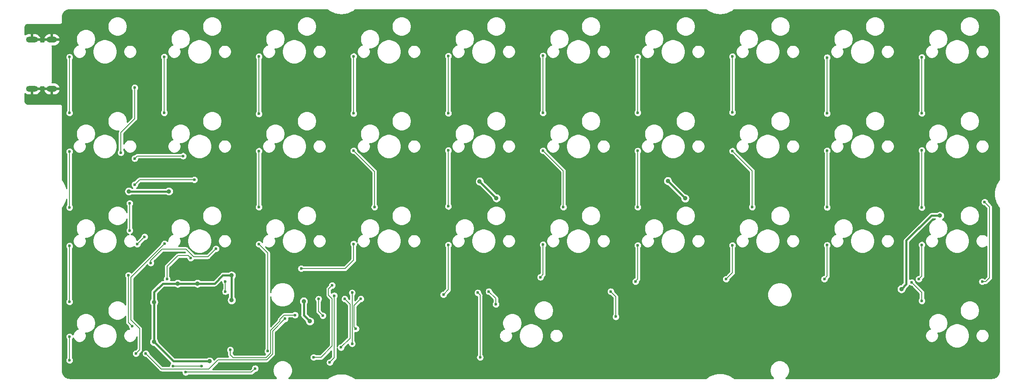
<source format=gbr>
G04 #@! TF.GenerationSoftware,KiCad,Pcbnew,(5.1.6-0-10_14)*
G04 #@! TF.CreationDate,2020-08-01T09:55:55+09:00*
G04 #@! TF.ProjectId,reviung33,72657669-756e-4673-9333-2e6b69636164,1.1.1*
G04 #@! TF.SameCoordinates,Original*
G04 #@! TF.FileFunction,Copper,L1,Top*
G04 #@! TF.FilePolarity,Positive*
%FSLAX46Y46*%
G04 Gerber Fmt 4.6, Leading zero omitted, Abs format (unit mm)*
G04 Created by KiCad (PCBNEW (5.1.6-0-10_14)) date 2020-08-01 09:55:55*
%MOMM*%
%LPD*%
G01*
G04 APERTURE LIST*
G04 #@! TA.AperFunction,ComponentPad*
%ADD10O,2.400000X1.200000*%
G04 #@! TD*
G04 #@! TA.AperFunction,ComponentPad*
%ADD11O,2.100000X1.200000*%
G04 #@! TD*
G04 #@! TA.AperFunction,ViaPad*
%ADD12C,0.900000*%
G04 #@! TD*
G04 #@! TA.AperFunction,ViaPad*
%ADD13C,0.600000*%
G04 #@! TD*
G04 #@! TA.AperFunction,Conductor*
%ADD14C,0.400000*%
G04 #@! TD*
G04 #@! TA.AperFunction,Conductor*
%ADD15C,0.200000*%
G04 #@! TD*
G04 #@! TA.AperFunction,Conductor*
%ADD16C,0.254000*%
G04 #@! TD*
G04 APERTURE END LIST*
D10*
X20330000Y-32570000D03*
D11*
X24330000Y-32570000D03*
D10*
X20330000Y-42470000D03*
D11*
X24330000Y-42470000D03*
D12*
X49650000Y-81650000D03*
X53650000Y-81650000D03*
X44900000Y-93400000D03*
X44900000Y-85400000D03*
X56050000Y-97300000D03*
X60500000Y-85000000D03*
X60500000Y-80000000D03*
X75012500Y-85237500D03*
X195250000Y-82750000D03*
X203000000Y-68000000D03*
X110400000Y-61100000D03*
X148250000Y-61000000D03*
X39850011Y-63100011D03*
X47899989Y-63100011D03*
X113775000Y-64475000D03*
X151750000Y-64500000D03*
X76250000Y-89250000D03*
D13*
X19500000Y-45000000D03*
X19500000Y-30000000D03*
X25000000Y-30000000D03*
X25250000Y-45000000D03*
X54000000Y-44500000D03*
X73250000Y-44500000D03*
X92250000Y-44500000D03*
X130250000Y-44500000D03*
X149250000Y-44500000D03*
X187500000Y-44500000D03*
X214000000Y-44500000D03*
X29500000Y-63500000D03*
X92250000Y-63500000D03*
X130250000Y-63500000D03*
X168500000Y-63500000D03*
X187500000Y-63500000D03*
X213000000Y-63500000D03*
X197000000Y-63500000D03*
X214000000Y-82750000D03*
X187500000Y-82750000D03*
X164500000Y-82750000D03*
X35000000Y-82750000D03*
X27500000Y-99750000D03*
X27500000Y-27750000D03*
X206500000Y-28000000D03*
X206500000Y-99250000D03*
X187500000Y-99250000D03*
X164500000Y-99250000D03*
X149250000Y-99250000D03*
X120750000Y-99250000D03*
X92250000Y-99250000D03*
X94500000Y-90750000D03*
X147000000Y-90750000D03*
X120750000Y-85250000D03*
X170750000Y-90750000D03*
X63500000Y-27750000D03*
X101750000Y-28000000D03*
X139750000Y-28000000D03*
X178000000Y-28000000D03*
X37750000Y-97750000D03*
X37750000Y-77500000D03*
X37000000Y-43250000D03*
D12*
X206500000Y-78250000D03*
X205250000Y-83500000D03*
X52999990Y-59500010D03*
D13*
X42000000Y-65000000D03*
D12*
X39349990Y-59500010D03*
D13*
X111250000Y-44500000D03*
X168500000Y-44500000D03*
X86750000Y-59750000D03*
X125250000Y-59750000D03*
X163500000Y-59750000D03*
X77750000Y-79500000D03*
X40000000Y-71000000D03*
X40000000Y-65500000D03*
X38250000Y-55315699D03*
X41000000Y-42250000D03*
X43000000Y-72250000D03*
X41500000Y-73750000D03*
X41000000Y-56500000D03*
X50750000Y-56000000D03*
X40500000Y-90250000D03*
X39750000Y-80000000D03*
X44250000Y-77500000D03*
X57350000Y-74650000D03*
X43250000Y-95750000D03*
X110500000Y-96500000D03*
X110000000Y-83500000D03*
X71250000Y-88750000D03*
X60250000Y-95000000D03*
X211500000Y-81250000D03*
X212000000Y-65250000D03*
X73250000Y-88000000D03*
X27915000Y-92335000D03*
X27915000Y-97085000D03*
X54500000Y-98250000D03*
X48750000Y-98250000D03*
X27915000Y-74085000D03*
X27915000Y-85335000D03*
X27915000Y-47335000D03*
X27915000Y-36085000D03*
X27915000Y-66335000D03*
X27915000Y-55085000D03*
X41250000Y-95750000D03*
X46965000Y-47285000D03*
X65250000Y-98750000D03*
X51250000Y-99500000D03*
X113675000Y-85825000D03*
X112250000Y-83250000D03*
X46965000Y-36035000D03*
X84750000Y-83500000D03*
X84750000Y-93750000D03*
X47000000Y-73638002D03*
X66000000Y-73750000D03*
X66015000Y-54985000D03*
X66015000Y-66265000D03*
X199365000Y-85135000D03*
X197333565Y-81416435D03*
X66015000Y-35985000D03*
X66015000Y-47515000D03*
X83250000Y-84750000D03*
X82500000Y-94500000D03*
X67750000Y-95250000D03*
X47500000Y-80750000D03*
X85065000Y-54935000D03*
X89250000Y-66250000D03*
X85065000Y-35935000D03*
X85065000Y-47435000D03*
X52250000Y-76500000D03*
X74512008Y-78650010D03*
X85065000Y-73685000D03*
X104115000Y-54865000D03*
X104115000Y-66135000D03*
X104115000Y-35885000D03*
X104115000Y-73885000D03*
X103125000Y-83875000D03*
X104115000Y-47385000D03*
X86500000Y-84750000D03*
X85500000Y-90750000D03*
X123165000Y-54915000D03*
X127250000Y-66250000D03*
X123165000Y-73835000D03*
X122625000Y-80375000D03*
X123165000Y-35835000D03*
X123165000Y-47335000D03*
X142215000Y-66285000D03*
X142215000Y-54965000D03*
X142215000Y-36035000D03*
X142215000Y-73965000D03*
X141750000Y-81250000D03*
X142215000Y-47285000D03*
X161265000Y-54985000D03*
X165250000Y-66250000D03*
X161265000Y-35985000D03*
X161265000Y-73985000D03*
X160000000Y-80750000D03*
X161265000Y-47235000D03*
X180315000Y-54935000D03*
X180315000Y-66315000D03*
X180315000Y-73935000D03*
X179750000Y-80750000D03*
X180315000Y-36185000D03*
X180315000Y-47435000D03*
X80750000Y-82000000D03*
X77000000Y-96500000D03*
X199365000Y-66385000D03*
X199365000Y-54865000D03*
X199365000Y-47385000D03*
X199365000Y-36135000D03*
X199365000Y-73865000D03*
X198750000Y-80750000D03*
X81149999Y-84100001D03*
X80250000Y-97500000D03*
X53000000Y-60750000D03*
X41000000Y-61750000D03*
X59250000Y-81250000D03*
X59250000Y-83250000D03*
X77987500Y-84762500D03*
X136750000Y-83250000D03*
X137780000Y-88320000D03*
X78850001Y-88100001D03*
D14*
X49650000Y-81650000D02*
X53650000Y-81650000D01*
X44900000Y-93400000D02*
X44900000Y-85400000D01*
X46650000Y-81650000D02*
X49650000Y-81650000D01*
X44900000Y-83400000D02*
X46650000Y-81650000D01*
X44900000Y-85400000D02*
X44900000Y-83400000D01*
X48800000Y-97300000D02*
X44900000Y-93400000D01*
X56050000Y-97300000D02*
X48800000Y-97300000D01*
X53650000Y-81650000D02*
X57100000Y-81650000D01*
X60500000Y-85000000D02*
X60500000Y-80000000D01*
X58750000Y-80000000D02*
X57100000Y-81650000D01*
X60500000Y-80000000D02*
X58750000Y-80000000D01*
X75012500Y-85237500D02*
X75012500Y-88012500D01*
X75012500Y-88012500D02*
X76250000Y-89250000D01*
X195250000Y-82750000D02*
X196250000Y-81750000D01*
X196250000Y-81750000D02*
X196250000Y-73000000D01*
X196250000Y-73000000D02*
X201250000Y-68000000D01*
X201250000Y-68000000D02*
X203000000Y-68000000D01*
X110400000Y-61100000D02*
X113775000Y-64475000D01*
X148250000Y-61000000D02*
X151750000Y-64500000D01*
X47899989Y-63100011D02*
X39850011Y-63100011D01*
X206500000Y-78250000D02*
X206500000Y-82250000D01*
X206500000Y-82250000D02*
X205250000Y-83500000D01*
X40500010Y-59500010D02*
X52999990Y-59500010D01*
X39349990Y-59500010D02*
X40500010Y-59500010D01*
X39749990Y-59500010D02*
X40500010Y-59500010D01*
D15*
X40000000Y-65500000D02*
X40000000Y-71000000D01*
X38249999Y-54891434D02*
X38249999Y-51250001D01*
X38250000Y-55315699D02*
X38249999Y-54891434D01*
X41000000Y-48500000D02*
X38249999Y-51250001D01*
X41000000Y-42250000D02*
X41000000Y-48500000D01*
X41500000Y-73750000D02*
X43000000Y-72250000D01*
X41500000Y-56000000D02*
X41000000Y-56500000D01*
X50750000Y-56000000D02*
X41500000Y-56000000D01*
X40500000Y-90250000D02*
X39750000Y-89500000D01*
X39750000Y-89500000D02*
X39750000Y-80000000D01*
X57350000Y-74650000D02*
X55750000Y-76250000D01*
X51350001Y-74750000D02*
X46500000Y-74750000D01*
X46500000Y-74750000D02*
X44250000Y-77000000D01*
X55750000Y-76250000D02*
X52850001Y-76250000D01*
X44250000Y-77000000D02*
X44250000Y-77500000D01*
X52850001Y-76250000D02*
X51350001Y-74750000D01*
X46350001Y-98850001D02*
X55899999Y-98850001D01*
X55899999Y-98850001D02*
X57750000Y-97000000D01*
X43250000Y-95750000D02*
X46350001Y-98850001D01*
X110500000Y-96500000D02*
X110500000Y-84000000D01*
X57750000Y-97000000D02*
X67565699Y-97000000D01*
X110500000Y-84000000D02*
X110000000Y-83500000D01*
X67565699Y-97000000D02*
X68750011Y-95815688D01*
X68750011Y-95815688D02*
X68750011Y-91249989D01*
X68750011Y-91249989D02*
X71250000Y-88750000D01*
X211500000Y-81250000D02*
X212250000Y-81250000D01*
X212250000Y-81250000D02*
X213000000Y-80500000D01*
X213000000Y-80500000D02*
X213000000Y-66250000D01*
X213000000Y-66250000D02*
X212000000Y-65250000D01*
X70250000Y-88861998D02*
X71111998Y-88000000D01*
X70250000Y-89184302D02*
X70250000Y-88861998D01*
X68350001Y-91084300D02*
X70250000Y-89184302D01*
X67400010Y-96599990D02*
X68350001Y-95649999D01*
X60849990Y-96599990D02*
X67400010Y-96599990D01*
X68350001Y-95649999D02*
X68350001Y-91084300D01*
X71111998Y-88000000D02*
X73250000Y-88000000D01*
X60250000Y-96000000D02*
X60849990Y-96599990D01*
X60250000Y-95000000D02*
X60250000Y-96000000D01*
X27915000Y-92335000D02*
X27915000Y-97085000D01*
X54500000Y-98250000D02*
X48750000Y-98250000D01*
X27915000Y-85335000D02*
X27915000Y-74085000D01*
X27915000Y-47335000D02*
X27915000Y-36085000D01*
X27915000Y-66335000D02*
X27915000Y-55085000D01*
X41250000Y-95750000D02*
X42000000Y-95000000D01*
X42000000Y-95000000D02*
X42000000Y-90750000D01*
X42000000Y-90750000D02*
X40250000Y-89000000D01*
X40250000Y-89000000D02*
X40250000Y-80388002D01*
X63500000Y-99500000D02*
X64250000Y-99500000D01*
X63500000Y-99500000D02*
X64500000Y-99500000D01*
X64500000Y-99500000D02*
X65250000Y-98750000D01*
X51250000Y-99500000D02*
X63500000Y-99500000D01*
X113675000Y-85825000D02*
X113675000Y-84675000D01*
X113675000Y-84675000D02*
X112250000Y-83250000D01*
X46965000Y-47285000D02*
X46965000Y-36035000D01*
X84750000Y-83500000D02*
X84750000Y-93750000D01*
X40250000Y-80388002D02*
X47000000Y-73638002D01*
X66015000Y-66265000D02*
X66015000Y-54985000D01*
X67750000Y-75500000D02*
X67000000Y-74750000D01*
X67000000Y-74750000D02*
X66000000Y-73750000D01*
X67250000Y-75000000D02*
X67000000Y-74750000D01*
X199365000Y-83447870D02*
X197333565Y-81416435D01*
X199365000Y-85135000D02*
X199365000Y-83447870D01*
X66015000Y-47515000D02*
X66015000Y-35985000D01*
X84349990Y-92650010D02*
X84349990Y-85849990D01*
X84349990Y-85849990D02*
X83250000Y-84750000D01*
X82500000Y-94500000D02*
X84349990Y-92650010D01*
X67750000Y-95250000D02*
X67750000Y-75500000D01*
X47500000Y-80750000D02*
X47500000Y-78250000D01*
X89250000Y-59120000D02*
X85065000Y-54935000D01*
X89250000Y-66250000D02*
X89250000Y-59120000D01*
X47500000Y-78250000D02*
X49750000Y-76000000D01*
X85065000Y-47435000D02*
X85065000Y-35935000D01*
X49750000Y-76000000D02*
X51750000Y-76000000D01*
X51750000Y-76000000D02*
X52250000Y-76500000D01*
X85065000Y-73685000D02*
X85065000Y-76935000D01*
X83349990Y-78650010D02*
X74512008Y-78650010D01*
X85065000Y-76935000D02*
X83349990Y-78650010D01*
X104115000Y-66135000D02*
X104115000Y-54865000D01*
X104115000Y-73885000D02*
X104115000Y-82885000D01*
X104115000Y-82885000D02*
X103125000Y-83875000D01*
X104115000Y-35885000D02*
X104115000Y-47385000D01*
X85150010Y-86099990D02*
X86500000Y-84750000D01*
X85150010Y-90400010D02*
X85150010Y-86099990D01*
X85500000Y-90750000D02*
X85150010Y-90400010D01*
X127250000Y-59000000D02*
X123165000Y-54915000D01*
X127250000Y-66250000D02*
X127250000Y-59000000D01*
X123165000Y-73835000D02*
X123165000Y-79835000D01*
X123165000Y-79835000D02*
X122625000Y-80375000D01*
X123165000Y-35835000D02*
X123165000Y-47335000D01*
X142215000Y-66285000D02*
X142215000Y-54965000D01*
X142215000Y-73965000D02*
X142215000Y-80785000D01*
X142215000Y-80785000D02*
X141750000Y-81250000D01*
X142215000Y-47285000D02*
X142215000Y-36035000D01*
X165250000Y-58970000D02*
X161265000Y-54985000D01*
X165250000Y-66250000D02*
X165250000Y-58970000D01*
X161265000Y-73985000D02*
X161265000Y-79485000D01*
X161265000Y-79485000D02*
X160000000Y-80750000D01*
X161265000Y-35985000D02*
X161265000Y-47235000D01*
X180315000Y-66315000D02*
X180315000Y-54935000D01*
X180315000Y-73935000D02*
X180315000Y-80185000D01*
X180315000Y-80185000D02*
X179750000Y-80750000D01*
X180315000Y-36185000D02*
X180315000Y-47435000D01*
X80000000Y-82750000D02*
X80750000Y-82000000D01*
X80000000Y-84000000D02*
X80000000Y-82750000D01*
X77000000Y-96500000D02*
X78500000Y-96500000D01*
X80749989Y-84749989D02*
X80000000Y-84000000D01*
X80749989Y-94250011D02*
X80749989Y-84749989D01*
X78500000Y-96500000D02*
X80749989Y-94250011D01*
X199365000Y-66385000D02*
X199365000Y-54865000D01*
X199365000Y-47385000D02*
X199365000Y-36135000D01*
X199365000Y-73865000D02*
X199365000Y-80135000D01*
X199365000Y-80135000D02*
X198750000Y-80750000D01*
X81149999Y-84100001D02*
X81149999Y-95350001D01*
X81149999Y-95350001D02*
X81149999Y-95600001D01*
X81149999Y-96600001D02*
X80250000Y-97500000D01*
X81149999Y-95350001D02*
X81149999Y-96600001D01*
X42000000Y-60750000D02*
X53000000Y-60750000D01*
X42000000Y-60750000D02*
X41000000Y-61750000D01*
X59250000Y-83250000D02*
X59250000Y-81250000D01*
X77987500Y-84762500D02*
X77987500Y-86237500D01*
X77987500Y-87237500D02*
X78850001Y-88100001D01*
X77987500Y-84762500D02*
X77987500Y-87237500D01*
X137780000Y-84280000D02*
X136750000Y-83250000D01*
X137780000Y-88320000D02*
X137780000Y-84280000D01*
D16*
G36*
X79751605Y-26550788D02*
G01*
X79891212Y-26658568D01*
X79897847Y-26662725D01*
X79903705Y-26667921D01*
X79909690Y-26672201D01*
X80054030Y-26773917D01*
X80060885Y-26777807D01*
X80067010Y-26782778D01*
X80073177Y-26786792D01*
X80222064Y-26882242D01*
X80229140Y-26885857D01*
X80235529Y-26890592D01*
X80241866Y-26894331D01*
X80395115Y-26983312D01*
X80402408Y-26986642D01*
X80409061Y-26991130D01*
X80415557Y-26994584D01*
X80572981Y-27076892D01*
X80580483Y-27079924D01*
X80587391Y-27084148D01*
X80594035Y-27087310D01*
X80755447Y-27162744D01*
X80763155Y-27165466D01*
X80770318Y-27169416D01*
X80777098Y-27172276D01*
X80942312Y-27240630D01*
X80950209Y-27243026D01*
X80957613Y-27246683D01*
X80964515Y-27249234D01*
X81133347Y-27310308D01*
X81141427Y-27312366D01*
X81149062Y-27315714D01*
X81156073Y-27317949D01*
X81328335Y-27371538D01*
X81336578Y-27373242D01*
X81344430Y-27376265D01*
X81351536Y-27378176D01*
X81527043Y-27424077D01*
X81535421Y-27425412D01*
X81543477Y-27428095D01*
X81550663Y-27429677D01*
X81729229Y-27467688D01*
X81737726Y-27468644D01*
X81745960Y-27470968D01*
X81753211Y-27472215D01*
X81934650Y-27502133D01*
X81943238Y-27502698D01*
X81951628Y-27504650D01*
X81958930Y-27505559D01*
X82143056Y-27527180D01*
X82151708Y-27527346D01*
X82160218Y-27528911D01*
X82167554Y-27529478D01*
X82354180Y-27542600D01*
X82362857Y-27542361D01*
X82371466Y-27543531D01*
X82378821Y-27543754D01*
X82567762Y-27548173D01*
X82576408Y-27547529D01*
X82585049Y-27548294D01*
X82592407Y-27548173D01*
X82781343Y-27543754D01*
X82789963Y-27542705D01*
X82798640Y-27543065D01*
X82805984Y-27542600D01*
X82992607Y-27529478D01*
X83001137Y-27528032D01*
X83009791Y-27527987D01*
X83017105Y-27527180D01*
X83201228Y-27505559D01*
X83209640Y-27503725D01*
X83218240Y-27503280D01*
X83225508Y-27502133D01*
X83406944Y-27472215D01*
X83415204Y-27470008D01*
X83423719Y-27469170D01*
X83430926Y-27467688D01*
X83609490Y-27429677D01*
X83617575Y-27427109D01*
X83625979Y-27425890D01*
X83633111Y-27424077D01*
X83808616Y-27378176D01*
X83816510Y-27375263D01*
X83824775Y-27373674D01*
X83831816Y-27371537D01*
X84004077Y-27317948D01*
X84011756Y-27314707D01*
X84019867Y-27312762D01*
X84026803Y-27310307D01*
X84195634Y-27249233D01*
X84203083Y-27245682D01*
X84211019Y-27243395D01*
X84217837Y-27240629D01*
X84383050Y-27172275D01*
X84390263Y-27168428D01*
X84398013Y-27165812D01*
X84404701Y-27162743D01*
X84566112Y-27087309D01*
X84573074Y-27083184D01*
X84580621Y-27080256D01*
X84587166Y-27076892D01*
X84744589Y-26994584D01*
X84751297Y-26990194D01*
X84758643Y-26986963D01*
X84765032Y-26983312D01*
X84918280Y-26894331D01*
X84924730Y-26889689D01*
X84931862Y-26886170D01*
X84938084Y-26882241D01*
X85086970Y-26786792D01*
X85093163Y-26781908D01*
X85100071Y-26778114D01*
X85106115Y-26773917D01*
X85250455Y-26672202D01*
X85256385Y-26667089D01*
X85263078Y-26663024D01*
X85268933Y-26658568D01*
X85408540Y-26550788D01*
X85412564Y-26547000D01*
X155946639Y-26547000D01*
X155951476Y-26550788D01*
X156091083Y-26658568D01*
X156097718Y-26662725D01*
X156103576Y-26667921D01*
X156109561Y-26672201D01*
X156253901Y-26773917D01*
X156260754Y-26777805D01*
X156266879Y-26782777D01*
X156273046Y-26786791D01*
X156421932Y-26882241D01*
X156429010Y-26885857D01*
X156435399Y-26890592D01*
X156441736Y-26894331D01*
X156594985Y-26983312D01*
X156602278Y-26986642D01*
X156608931Y-26991130D01*
X156615427Y-26994584D01*
X156772851Y-27076892D01*
X156780351Y-27079923D01*
X156787260Y-27084148D01*
X156793904Y-27087309D01*
X156955315Y-27162743D01*
X156963022Y-27165464D01*
X156970187Y-27169416D01*
X156976967Y-27172276D01*
X157142181Y-27240630D01*
X157150078Y-27243026D01*
X157157480Y-27246682D01*
X157164382Y-27249233D01*
X157333212Y-27310307D01*
X157341289Y-27312364D01*
X157348928Y-27315714D01*
X157355939Y-27317948D01*
X157528200Y-27371537D01*
X157536438Y-27373240D01*
X157544295Y-27376265D01*
X157551400Y-27378176D01*
X157726905Y-27424077D01*
X157735285Y-27425413D01*
X157743340Y-27428095D01*
X157750526Y-27429677D01*
X157929090Y-27467688D01*
X157937585Y-27468643D01*
X157945820Y-27470968D01*
X157953072Y-27472215D01*
X158134508Y-27502133D01*
X158143096Y-27502698D01*
X158151486Y-27504650D01*
X158158788Y-27505559D01*
X158342911Y-27527180D01*
X158351563Y-27527346D01*
X158360073Y-27528911D01*
X158367409Y-27529478D01*
X158554033Y-27542600D01*
X158562710Y-27542361D01*
X158571319Y-27543531D01*
X158578673Y-27543754D01*
X158767611Y-27548173D01*
X158776257Y-27547529D01*
X158784898Y-27548294D01*
X158792255Y-27548173D01*
X158981196Y-27543754D01*
X158989816Y-27542705D01*
X158998493Y-27543065D01*
X159005836Y-27542600D01*
X159192462Y-27529478D01*
X159200992Y-27528032D01*
X159209646Y-27527987D01*
X159216960Y-27527180D01*
X159401086Y-27505559D01*
X159409499Y-27503725D01*
X159418097Y-27503280D01*
X159425366Y-27502133D01*
X159606805Y-27472215D01*
X159615065Y-27470008D01*
X159623580Y-27469170D01*
X159630787Y-27467688D01*
X159809353Y-27429677D01*
X159817439Y-27427109D01*
X159825842Y-27425890D01*
X159832973Y-27424077D01*
X160008480Y-27378177D01*
X160016373Y-27375264D01*
X160024640Y-27373675D01*
X160031681Y-27371538D01*
X160203943Y-27317949D01*
X160211622Y-27314708D01*
X160219733Y-27312763D01*
X160226669Y-27310308D01*
X160395501Y-27249234D01*
X160402950Y-27245683D01*
X160410886Y-27243396D01*
X160417704Y-27240630D01*
X160582918Y-27172276D01*
X160590131Y-27168429D01*
X160597881Y-27165813D01*
X160604569Y-27162744D01*
X160765981Y-27087309D01*
X160772941Y-27083185D01*
X160780491Y-27080256D01*
X160787036Y-27076892D01*
X160944459Y-26994584D01*
X160951167Y-26990194D01*
X160958513Y-26986963D01*
X160964902Y-26983312D01*
X161118150Y-26894331D01*
X161124600Y-26889689D01*
X161131730Y-26886171D01*
X161137952Y-26882242D01*
X161286839Y-26786792D01*
X161293028Y-26781911D01*
X161299942Y-26778114D01*
X161305986Y-26773917D01*
X161450326Y-26672202D01*
X161456256Y-26667089D01*
X161462949Y-26663024D01*
X161468804Y-26658568D01*
X161608411Y-26550788D01*
X161612435Y-26547000D01*
X213423326Y-26547000D01*
X213506272Y-26549097D01*
X213581254Y-26554799D01*
X213654985Y-26564168D01*
X213720972Y-26575952D01*
X213868164Y-26613798D01*
X214003075Y-26663175D01*
X214131554Y-26725067D01*
X214252921Y-26798799D01*
X214366395Y-26883652D01*
X214471146Y-26978856D01*
X214566346Y-27083601D01*
X214651204Y-27197078D01*
X214724934Y-27318442D01*
X214786829Y-27446928D01*
X214836206Y-27581834D01*
X214874054Y-27729029D01*
X214885838Y-27795010D01*
X214895207Y-27868747D01*
X214900909Y-27943731D01*
X214903007Y-28026688D01*
X214903007Y-60789678D01*
X214899216Y-60794523D01*
X214791577Y-60934080D01*
X214787430Y-60940705D01*
X214782239Y-60946563D01*
X214777962Y-60952550D01*
X214676380Y-61096831D01*
X214672497Y-61103681D01*
X214667533Y-61109802D01*
X214663522Y-61115970D01*
X214568199Y-61264789D01*
X214564590Y-61271860D01*
X214559861Y-61278246D01*
X214556124Y-61284585D01*
X214467263Y-61437759D01*
X214463939Y-61445047D01*
X214459460Y-61451691D01*
X214456008Y-61458189D01*
X214373811Y-61615529D01*
X214370786Y-61623023D01*
X214366564Y-61629931D01*
X214363405Y-61636577D01*
X214288075Y-61797899D01*
X214285359Y-61805599D01*
X214281415Y-61812755D01*
X214278557Y-61819536D01*
X214210297Y-61984654D01*
X214207906Y-61992545D01*
X214204254Y-61999942D01*
X214201704Y-62006844D01*
X214140716Y-62175573D01*
X214138664Y-62183639D01*
X214135318Y-62191273D01*
X214133086Y-62198284D01*
X214079571Y-62370437D01*
X214077871Y-62378672D01*
X214074851Y-62386519D01*
X214072941Y-62393625D01*
X214027105Y-62569017D01*
X214025772Y-62577391D01*
X214023095Y-62585434D01*
X214021514Y-62592621D01*
X213983557Y-62771067D01*
X213982604Y-62779556D01*
X213980283Y-62787781D01*
X213979036Y-62795033D01*
X213949161Y-62976348D01*
X213948598Y-62984930D01*
X213946649Y-62993308D01*
X213945741Y-63000610D01*
X213924151Y-63184607D01*
X213923986Y-63193246D01*
X213922422Y-63201753D01*
X213921856Y-63209090D01*
X213908754Y-63395584D01*
X213908993Y-63404253D01*
X213907825Y-63412850D01*
X213907602Y-63420205D01*
X213903190Y-63609010D01*
X213903833Y-63617645D01*
X213903069Y-63626276D01*
X213903190Y-63633634D01*
X213907602Y-63822439D01*
X213908650Y-63831047D01*
X213908289Y-63839716D01*
X213908754Y-63847060D01*
X213921856Y-64033554D01*
X213923300Y-64042074D01*
X213923344Y-64050723D01*
X213924151Y-64058037D01*
X213945741Y-64242034D01*
X213947571Y-64250433D01*
X213948015Y-64259027D01*
X213949161Y-64266296D01*
X213979036Y-64447611D01*
X213981241Y-64455864D01*
X213982076Y-64464370D01*
X213983557Y-64471577D01*
X214021514Y-64650023D01*
X214024078Y-64658101D01*
X214025294Y-64666494D01*
X214027105Y-64673626D01*
X214072941Y-64849020D01*
X214075851Y-64856909D01*
X214077436Y-64865166D01*
X214079571Y-64872207D01*
X214133085Y-65044361D01*
X214136321Y-65052033D01*
X214138262Y-65060136D01*
X214140716Y-65067073D01*
X214201704Y-65235802D01*
X214205250Y-65243246D01*
X214207532Y-65251172D01*
X214210296Y-65257991D01*
X214278556Y-65423110D01*
X214282397Y-65430315D01*
X214285007Y-65438058D01*
X214288074Y-65444746D01*
X214363404Y-65606070D01*
X214367525Y-65613030D01*
X214370448Y-65620572D01*
X214373809Y-65627117D01*
X214456007Y-65784460D01*
X214460389Y-65791161D01*
X214463614Y-65798501D01*
X214467263Y-65804891D01*
X214556123Y-65958065D01*
X214560760Y-65964513D01*
X214564270Y-65971634D01*
X214568195Y-65977858D01*
X214663518Y-66126681D01*
X214668395Y-66132869D01*
X214672183Y-66139775D01*
X214676377Y-66145821D01*
X214777959Y-66290104D01*
X214783061Y-66296026D01*
X214787120Y-66302717D01*
X214791574Y-66308575D01*
X214899212Y-66448135D01*
X214903007Y-66452170D01*
X214903007Y-99213308D01*
X214900909Y-99296264D01*
X214895207Y-99371248D01*
X214885838Y-99444985D01*
X214874054Y-99510966D01*
X214836206Y-99658161D01*
X214786829Y-99793067D01*
X214724934Y-99921553D01*
X214651204Y-100042917D01*
X214566346Y-100156394D01*
X214471146Y-100261139D01*
X214366395Y-100356343D01*
X214252921Y-100441196D01*
X214131554Y-100514928D01*
X214003075Y-100576820D01*
X213868164Y-100626197D01*
X213720972Y-100664043D01*
X213654985Y-100675827D01*
X213581254Y-100685196D01*
X213506272Y-100690898D01*
X213423318Y-100692996D01*
X172029899Y-100692996D01*
X172035463Y-100689278D01*
X172314178Y-100410563D01*
X172533163Y-100082829D01*
X172684003Y-99718670D01*
X172760900Y-99332081D01*
X172760900Y-98937919D01*
X172684003Y-98551330D01*
X172533163Y-98187171D01*
X172314178Y-97859437D01*
X172035463Y-97580722D01*
X171707729Y-97361737D01*
X171343570Y-97210897D01*
X170956981Y-97134000D01*
X170562819Y-97134000D01*
X170176230Y-97210897D01*
X169812071Y-97361737D01*
X169484337Y-97580722D01*
X169205622Y-97859437D01*
X168986637Y-98187171D01*
X168835797Y-98551330D01*
X168758900Y-98937919D01*
X168758900Y-99332081D01*
X168835797Y-99718670D01*
X168986637Y-100082829D01*
X169205622Y-100410563D01*
X169484337Y-100689278D01*
X169489901Y-100692996D01*
X161600533Y-100692996D01*
X161595631Y-100689187D01*
X161456406Y-100582502D01*
X161449805Y-100578399D01*
X161443972Y-100573261D01*
X161437972Y-100569001D01*
X161294080Y-100468331D01*
X161287259Y-100464491D01*
X161281166Y-100459578D01*
X161274987Y-100455583D01*
X161126611Y-100361125D01*
X161119570Y-100357556D01*
X161113217Y-100352877D01*
X161106869Y-100349157D01*
X160954191Y-100261111D01*
X160946940Y-100257826D01*
X160940328Y-100253392D01*
X160933822Y-100249955D01*
X160777028Y-100168521D01*
X160769571Y-100165532D01*
X160762705Y-100161356D01*
X160756053Y-100158211D01*
X160595323Y-100083587D01*
X160587672Y-100080907D01*
X160580555Y-100077003D01*
X160573769Y-100074159D01*
X160409289Y-100006544D01*
X160401446Y-100004184D01*
X160394090Y-100000569D01*
X160387183Y-99998032D01*
X160219136Y-99937627D01*
X160211119Y-99935603D01*
X160203538Y-99932294D01*
X160196524Y-99930072D01*
X160025092Y-99877074D01*
X160016920Y-99875400D01*
X160009122Y-99872411D01*
X160002013Y-99870511D01*
X159827380Y-99825120D01*
X159819071Y-99823808D01*
X159811075Y-99821157D01*
X159803887Y-99819585D01*
X159626236Y-99782000D01*
X159617810Y-99781063D01*
X159609639Y-99778765D01*
X159602386Y-99777525D01*
X159421901Y-99747946D01*
X159413386Y-99747394D01*
X159405067Y-99745465D01*
X159397765Y-99744561D01*
X159214629Y-99723186D01*
X159206051Y-99723028D01*
X159197611Y-99721479D01*
X159190274Y-99720915D01*
X159004669Y-99707944D01*
X158996065Y-99708185D01*
X158987530Y-99707026D01*
X158980175Y-99706804D01*
X158792287Y-99702437D01*
X158783718Y-99703077D01*
X158775153Y-99702317D01*
X158767796Y-99702437D01*
X158579907Y-99706804D01*
X158571360Y-99707843D01*
X158562756Y-99707482D01*
X158555412Y-99707944D01*
X158369808Y-99720915D01*
X158361349Y-99722345D01*
X158352767Y-99722384D01*
X158345453Y-99723186D01*
X158162318Y-99744561D01*
X158153978Y-99746373D01*
X158145451Y-99746806D01*
X158138182Y-99747946D01*
X157957698Y-99777525D01*
X157949502Y-99779707D01*
X157941056Y-99780527D01*
X157933846Y-99782000D01*
X157756198Y-99819585D01*
X157748172Y-99822123D01*
X157739839Y-99823319D01*
X157732705Y-99825120D01*
X157558074Y-99870511D01*
X157550240Y-99873389D01*
X157542039Y-99874950D01*
X157534994Y-99877075D01*
X157363564Y-99930073D01*
X157355941Y-99933274D01*
X157347894Y-99935187D01*
X157340952Y-99937628D01*
X157172907Y-99998033D01*
X157165508Y-100001542D01*
X157157626Y-100003794D01*
X157150801Y-100006545D01*
X156986323Y-100074160D01*
X156979160Y-100077960D01*
X156971464Y-100080536D01*
X156964769Y-100083588D01*
X156804042Y-100158212D01*
X156797120Y-100162290D01*
X156789620Y-100165176D01*
X156783067Y-100168522D01*
X156626274Y-100249956D01*
X156619600Y-100254298D01*
X156612302Y-100257482D01*
X156605902Y-100261113D01*
X156453227Y-100349159D01*
X156446811Y-100353747D01*
X156439723Y-100357217D01*
X156433489Y-100361126D01*
X156285113Y-100455583D01*
X156278950Y-100460412D01*
X156272077Y-100464156D01*
X156266019Y-100468332D01*
X156122128Y-100569002D01*
X156116225Y-100574057D01*
X156109565Y-100578069D01*
X156103694Y-100582504D01*
X155964470Y-100689188D01*
X155960395Y-100692996D01*
X85321139Y-100692996D01*
X85315783Y-100689024D01*
X85179029Y-100589070D01*
X85172603Y-100585276D01*
X85166894Y-100580460D01*
X85160804Y-100576330D01*
X85019756Y-100482101D01*
X85013141Y-100478562D01*
X85007201Y-100473968D01*
X85000941Y-100470100D01*
X84855772Y-100381769D01*
X84848968Y-100378492D01*
X84842801Y-100374128D01*
X84836383Y-100370530D01*
X84687259Y-100288269D01*
X84680276Y-100285264D01*
X84673882Y-100281138D01*
X84667316Y-100277817D01*
X84514409Y-100201800D01*
X84507251Y-100199076D01*
X84500634Y-100195198D01*
X84493931Y-100192162D01*
X84337411Y-100122562D01*
X84330083Y-100120128D01*
X84323253Y-100116512D01*
X84316425Y-100113768D01*
X84156463Y-100050759D01*
X84148974Y-100048626D01*
X84141940Y-100045284D01*
X84135000Y-100042838D01*
X83971763Y-99986593D01*
X83964130Y-99984773D01*
X83956902Y-99981718D01*
X83949862Y-99979578D01*
X83783523Y-99930270D01*
X83775760Y-99928773D01*
X83768347Y-99926017D01*
X83761220Y-99924187D01*
X83591947Y-99881990D01*
X83584075Y-99880828D01*
X83576490Y-99878382D01*
X83569289Y-99876869D01*
X83397253Y-99841955D01*
X83389284Y-99841135D01*
X83381552Y-99839015D01*
X83374291Y-99837822D01*
X83199663Y-99810365D01*
X83191622Y-99809896D01*
X83183761Y-99808112D01*
X83176454Y-99807242D01*
X82999402Y-99787416D01*
X82991313Y-99787305D01*
X82983352Y-99785867D01*
X82976014Y-99785324D01*
X82796708Y-99773301D01*
X82788602Y-99773551D01*
X82780557Y-99772466D01*
X82773202Y-99772251D01*
X82591814Y-99768205D01*
X82583738Y-99768815D01*
X82575667Y-99768092D01*
X82568310Y-99768205D01*
X82386921Y-99772251D01*
X82378870Y-99773222D01*
X82370761Y-99772859D01*
X82363416Y-99773301D01*
X82184109Y-99785324D01*
X82176133Y-99786650D01*
X82168040Y-99786648D01*
X82160722Y-99787416D01*
X81983668Y-99807242D01*
X81975788Y-99808916D01*
X81967736Y-99809272D01*
X81960460Y-99810365D01*
X81785829Y-99837822D01*
X81778076Y-99839832D01*
X81770089Y-99840541D01*
X81762868Y-99841955D01*
X81590831Y-99876869D01*
X81583224Y-99879205D01*
X81575324Y-99880259D01*
X81568173Y-99881989D01*
X81398898Y-99924187D01*
X81391451Y-99926838D01*
X81383664Y-99928227D01*
X81376595Y-99930269D01*
X81210255Y-99979577D01*
X81202986Y-99982530D01*
X81195327Y-99984244D01*
X81188354Y-99986593D01*
X81025115Y-100042838D01*
X81018038Y-100046080D01*
X81010517Y-100048109D01*
X81003652Y-100050758D01*
X80843688Y-100113767D01*
X80836814Y-100117285D01*
X80829446Y-100119618D01*
X80822702Y-100122561D01*
X80666180Y-100192161D01*
X80659517Y-100195942D01*
X80652313Y-100198569D01*
X80645702Y-100201799D01*
X80492794Y-100277816D01*
X80486350Y-100281848D01*
X80479318Y-100284758D01*
X80472851Y-100288267D01*
X80323725Y-100370528D01*
X80317497Y-100374806D01*
X80310647Y-100377988D01*
X80304335Y-100381769D01*
X80159164Y-100470100D01*
X80153167Y-100474606D01*
X80146497Y-100478055D01*
X80140350Y-100482100D01*
X79999301Y-100576329D01*
X79993527Y-100581063D01*
X79987044Y-100584770D01*
X79981074Y-100589070D01*
X79844320Y-100689024D01*
X79839872Y-100692996D01*
X72030099Y-100692996D01*
X72035663Y-100689278D01*
X72314378Y-100410563D01*
X72533363Y-100082829D01*
X72684203Y-99718670D01*
X72761100Y-99332081D01*
X72761100Y-98937919D01*
X72684203Y-98551330D01*
X72533363Y-98187171D01*
X72314378Y-97859437D01*
X72035663Y-97580722D01*
X71707929Y-97361737D01*
X71343770Y-97210897D01*
X70957181Y-97134000D01*
X70563019Y-97134000D01*
X70176430Y-97210897D01*
X69812271Y-97361737D01*
X69484537Y-97580722D01*
X69205822Y-97859437D01*
X68986837Y-98187171D01*
X68835997Y-98551330D01*
X68759100Y-98937919D01*
X68759100Y-99332081D01*
X68835997Y-99718670D01*
X68986837Y-100082829D01*
X69205822Y-100410563D01*
X69484537Y-100689278D01*
X69490101Y-100692996D01*
X27936677Y-100692996D01*
X27853722Y-100690898D01*
X27778741Y-100685196D01*
X27705010Y-100675827D01*
X27639026Y-100664044D01*
X27491824Y-100626195D01*
X27356919Y-100576819D01*
X27228437Y-100514926D01*
X27107078Y-100441199D01*
X26993595Y-100356339D01*
X26888851Y-100261140D01*
X26793646Y-100156389D01*
X26708793Y-100042918D01*
X26635063Y-99921557D01*
X26573166Y-99793067D01*
X26523788Y-99658158D01*
X26485941Y-99510968D01*
X26474157Y-99444985D01*
X26464788Y-99371248D01*
X26459086Y-99296264D01*
X26456989Y-99213315D01*
X26456989Y-92258472D01*
X27138000Y-92258472D01*
X27138000Y-92411528D01*
X27167859Y-92561643D01*
X27226431Y-92703048D01*
X27311464Y-92830309D01*
X27338000Y-92856845D01*
X27338001Y-96563154D01*
X27311464Y-96589691D01*
X27226431Y-96716952D01*
X27167859Y-96858357D01*
X27138000Y-97008472D01*
X27138000Y-97161528D01*
X27167859Y-97311643D01*
X27226431Y-97453048D01*
X27311464Y-97580309D01*
X27419691Y-97688536D01*
X27546952Y-97773569D01*
X27688357Y-97832141D01*
X27838472Y-97862000D01*
X27991528Y-97862000D01*
X28141643Y-97832141D01*
X28283048Y-97773569D01*
X28410309Y-97688536D01*
X28518536Y-97580309D01*
X28603569Y-97453048D01*
X28662141Y-97311643D01*
X28692000Y-97161528D01*
X28692000Y-97008472D01*
X28662141Y-96858357D01*
X28603569Y-96716952D01*
X28518536Y-96589691D01*
X28492000Y-96563155D01*
X28492000Y-92856845D01*
X28518536Y-92830309D01*
X28603569Y-92703048D01*
X28644627Y-92603925D01*
X28721873Y-92790412D01*
X28869833Y-93011850D01*
X29058150Y-93200167D01*
X29279588Y-93348127D01*
X29525636Y-93450044D01*
X29786840Y-93502000D01*
X30053160Y-93502000D01*
X30314364Y-93450044D01*
X30560412Y-93348127D01*
X30781850Y-93200167D01*
X30970167Y-93011850D01*
X31118127Y-92790412D01*
X31220044Y-92544364D01*
X31272000Y-92283160D01*
X31272000Y-92016840D01*
X31250080Y-91906638D01*
X32529100Y-91906638D01*
X32529100Y-92393362D01*
X32624055Y-92870735D01*
X32810316Y-93320410D01*
X33080726Y-93725107D01*
X33424893Y-94069274D01*
X33829590Y-94339684D01*
X34279265Y-94525945D01*
X34756638Y-94620900D01*
X35243362Y-94620900D01*
X35720735Y-94525945D01*
X36170410Y-94339684D01*
X36575107Y-94069274D01*
X36919274Y-93725107D01*
X37189684Y-93320410D01*
X37375945Y-92870735D01*
X37470900Y-92393362D01*
X37470900Y-91906638D01*
X37375945Y-91429265D01*
X37189684Y-90979590D01*
X36919274Y-90574893D01*
X36575107Y-90230726D01*
X36170410Y-89960316D01*
X35720735Y-89774055D01*
X35243362Y-89679100D01*
X34756638Y-89679100D01*
X34279265Y-89774055D01*
X33829590Y-89960316D01*
X33424893Y-90230726D01*
X33080726Y-90574893D01*
X32810316Y-90979590D01*
X32624055Y-91429265D01*
X32529100Y-91906638D01*
X31250080Y-91906638D01*
X31220044Y-91755636D01*
X31150192Y-91587000D01*
X31384718Y-91587000D01*
X31766670Y-91511025D01*
X32126461Y-91361995D01*
X32450264Y-91145636D01*
X32725636Y-90870264D01*
X32941995Y-90546461D01*
X33091025Y-90186670D01*
X33167000Y-89804718D01*
X33167000Y-89415282D01*
X33091025Y-89033330D01*
X32941995Y-88673539D01*
X32725636Y-88349736D01*
X32450264Y-88074364D01*
X32126461Y-87858005D01*
X31766670Y-87708975D01*
X31384718Y-87633000D01*
X30995282Y-87633000D01*
X30613330Y-87708975D01*
X30253539Y-87858005D01*
X29929736Y-88074364D01*
X29654364Y-88349736D01*
X29438005Y-88673539D01*
X29288975Y-89033330D01*
X29213000Y-89415282D01*
X29213000Y-89804718D01*
X29288975Y-90186670D01*
X29438005Y-90546461D01*
X29627285Y-90829737D01*
X29525636Y-90849956D01*
X29279588Y-90951873D01*
X29058150Y-91099833D01*
X28869833Y-91288150D01*
X28721873Y-91509588D01*
X28619956Y-91755636D01*
X28583806Y-91937375D01*
X28518536Y-91839691D01*
X28410309Y-91731464D01*
X28283048Y-91646431D01*
X28141643Y-91587859D01*
X27991528Y-91558000D01*
X27838472Y-91558000D01*
X27688357Y-91587859D01*
X27546952Y-91646431D01*
X27419691Y-91731464D01*
X27311464Y-91839691D01*
X27226431Y-91966952D01*
X27167859Y-92108357D01*
X27138000Y-92258472D01*
X26456989Y-92258472D01*
X26456989Y-86875282D01*
X35563000Y-86875282D01*
X35563000Y-87264718D01*
X35638975Y-87646670D01*
X35788005Y-88006461D01*
X36004364Y-88330264D01*
X36279736Y-88605636D01*
X36603539Y-88821995D01*
X36963330Y-88971025D01*
X37345282Y-89047000D01*
X37734718Y-89047000D01*
X38116670Y-88971025D01*
X38476461Y-88821995D01*
X38800264Y-88605636D01*
X39075636Y-88330264D01*
X39173000Y-88184549D01*
X39173000Y-89471669D01*
X39170210Y-89500000D01*
X39181349Y-89613111D01*
X39185848Y-89627940D01*
X39214343Y-89721875D01*
X39267921Y-89822114D01*
X39340026Y-89909974D01*
X39362038Y-89928039D01*
X39723000Y-90289002D01*
X39723000Y-90326528D01*
X39752859Y-90476643D01*
X39811431Y-90618048D01*
X39896464Y-90745309D01*
X39949155Y-90798000D01*
X39946840Y-90798000D01*
X39685636Y-90849956D01*
X39439588Y-90951873D01*
X39218150Y-91099833D01*
X39029833Y-91288150D01*
X38881873Y-91509588D01*
X38779956Y-91755636D01*
X38728000Y-92016840D01*
X38728000Y-92283160D01*
X38779956Y-92544364D01*
X38881873Y-92790412D01*
X39029833Y-93011850D01*
X39218150Y-93200167D01*
X39439588Y-93348127D01*
X39685636Y-93450044D01*
X39946840Y-93502000D01*
X40213160Y-93502000D01*
X40474364Y-93450044D01*
X40720412Y-93348127D01*
X40941850Y-93200167D01*
X41130167Y-93011850D01*
X41278127Y-92790412D01*
X41380044Y-92544364D01*
X41423001Y-92328404D01*
X41423000Y-94760998D01*
X41210999Y-94973000D01*
X41173472Y-94973000D01*
X41023357Y-95002859D01*
X40881952Y-95061431D01*
X40754691Y-95146464D01*
X40646464Y-95254691D01*
X40561431Y-95381952D01*
X40502859Y-95523357D01*
X40473000Y-95673472D01*
X40473000Y-95826528D01*
X40502859Y-95976643D01*
X40561431Y-96118048D01*
X40646464Y-96245309D01*
X40754691Y-96353536D01*
X40881952Y-96438569D01*
X41023357Y-96497141D01*
X41173472Y-96527000D01*
X41326528Y-96527000D01*
X41476643Y-96497141D01*
X41618048Y-96438569D01*
X41745309Y-96353536D01*
X41853536Y-96245309D01*
X41938569Y-96118048D01*
X41997141Y-95976643D01*
X42027000Y-95826528D01*
X42027000Y-95789001D01*
X42387968Y-95428034D01*
X42409974Y-95409974D01*
X42428295Y-95387651D01*
X42449316Y-95362036D01*
X42482079Y-95322115D01*
X42535657Y-95221876D01*
X42568650Y-95113112D01*
X42577000Y-95028336D01*
X42577000Y-95028330D01*
X42579790Y-95000001D01*
X42577000Y-94971672D01*
X42577000Y-90778331D01*
X42579790Y-90750000D01*
X42568651Y-90636888D01*
X42541219Y-90546461D01*
X42535657Y-90528124D01*
X42482079Y-90427885D01*
X42409974Y-90340026D01*
X42387962Y-90321961D01*
X40827000Y-88760999D01*
X40827000Y-80627003D01*
X43571254Y-77882749D01*
X43646464Y-77995309D01*
X43754691Y-78103536D01*
X43881952Y-78188569D01*
X44023357Y-78247141D01*
X44173472Y-78277000D01*
X44326528Y-78277000D01*
X44476643Y-78247141D01*
X44618048Y-78188569D01*
X44745309Y-78103536D01*
X44853536Y-77995309D01*
X44938569Y-77868048D01*
X44997141Y-77726643D01*
X45027000Y-77576528D01*
X45027000Y-77423472D01*
X44997141Y-77273357D01*
X44938569Y-77131952D01*
X44936759Y-77129242D01*
X46739001Y-75327000D01*
X51111000Y-75327000D01*
X51207000Y-75423000D01*
X49778339Y-75423000D01*
X49750000Y-75420209D01*
X49636888Y-75431349D01*
X49528123Y-75464343D01*
X49514427Y-75471664D01*
X49427885Y-75517921D01*
X49340026Y-75590026D01*
X49321961Y-75612038D01*
X47112034Y-77821965D01*
X47090027Y-77840026D01*
X47071966Y-77862033D01*
X47071963Y-77862036D01*
X47062957Y-77873010D01*
X47017922Y-77927885D01*
X46988955Y-77982079D01*
X46964344Y-78028124D01*
X46931349Y-78136889D01*
X46920210Y-78250000D01*
X46923001Y-78278341D01*
X46923000Y-80228155D01*
X46896464Y-80254691D01*
X46811431Y-80381952D01*
X46752859Y-80523357D01*
X46723000Y-80673472D01*
X46723000Y-80826528D01*
X46752134Y-80973000D01*
X46683252Y-80973000D01*
X46650000Y-80969725D01*
X46517285Y-80982796D01*
X46389670Y-81021508D01*
X46272059Y-81084372D01*
X46226038Y-81122141D01*
X46168973Y-81168973D01*
X46147778Y-81194799D01*
X44444800Y-82897778D01*
X44418974Y-82918973D01*
X44397779Y-82944799D01*
X44397776Y-82944802D01*
X44334372Y-83022060D01*
X44271508Y-83139671D01*
X44232796Y-83267286D01*
X44219726Y-83400000D01*
X44223001Y-83433254D01*
X44223000Y-84766024D01*
X44179952Y-84809072D01*
X44078504Y-84960901D01*
X44008624Y-85129604D01*
X43973000Y-85308699D01*
X43973000Y-85491301D01*
X44008624Y-85670396D01*
X44078504Y-85839099D01*
X44179952Y-85990928D01*
X44223001Y-86033977D01*
X44223000Y-92766024D01*
X44179952Y-92809072D01*
X44078504Y-92960901D01*
X44008624Y-93129604D01*
X43973000Y-93308699D01*
X43973000Y-93491301D01*
X44008624Y-93670396D01*
X44078504Y-93839099D01*
X44179952Y-93990928D01*
X44309072Y-94120048D01*
X44460901Y-94221496D01*
X44629604Y-94291376D01*
X44808699Y-94327000D01*
X44869578Y-94327000D01*
X48221866Y-97679289D01*
X48146464Y-97754691D01*
X48061431Y-97881952D01*
X48002859Y-98023357D01*
X47973000Y-98173472D01*
X47973000Y-98273001D01*
X46589002Y-98273001D01*
X44027000Y-95710999D01*
X44027000Y-95673472D01*
X43997141Y-95523357D01*
X43938569Y-95381952D01*
X43853536Y-95254691D01*
X43745309Y-95146464D01*
X43618048Y-95061431D01*
X43476643Y-95002859D01*
X43326528Y-94973000D01*
X43173472Y-94973000D01*
X43023357Y-95002859D01*
X42881952Y-95061431D01*
X42754691Y-95146464D01*
X42646464Y-95254691D01*
X42561431Y-95381952D01*
X42502859Y-95523357D01*
X42473000Y-95673472D01*
X42473000Y-95826528D01*
X42502859Y-95976643D01*
X42561431Y-96118048D01*
X42646464Y-96245309D01*
X42754691Y-96353536D01*
X42881952Y-96438569D01*
X43023357Y-96497141D01*
X43173472Y-96527000D01*
X43210999Y-96527000D01*
X45921962Y-99237963D01*
X45940027Y-99259975D01*
X46027886Y-99332080D01*
X46128125Y-99385658D01*
X46236889Y-99418651D01*
X46321665Y-99427001D01*
X46321671Y-99427001D01*
X46350000Y-99429791D01*
X46378329Y-99427001D01*
X50473000Y-99427001D01*
X50473000Y-99576528D01*
X50502859Y-99726643D01*
X50561431Y-99868048D01*
X50646464Y-99995309D01*
X50754691Y-100103536D01*
X50881952Y-100188569D01*
X51023357Y-100247141D01*
X51173472Y-100277000D01*
X51326528Y-100277000D01*
X51476643Y-100247141D01*
X51618048Y-100188569D01*
X51745309Y-100103536D01*
X51771845Y-100077000D01*
X64471669Y-100077000D01*
X64500000Y-100079790D01*
X64528331Y-100077000D01*
X64528336Y-100077000D01*
X64558045Y-100074074D01*
X64613111Y-100068651D01*
X64657770Y-100055103D01*
X64721876Y-100035657D01*
X64822115Y-99982079D01*
X64909974Y-99909974D01*
X64928039Y-99887962D01*
X65289002Y-99527000D01*
X65326528Y-99527000D01*
X65476643Y-99497141D01*
X65618048Y-99438569D01*
X65745309Y-99353536D01*
X65853536Y-99245309D01*
X65938569Y-99118048D01*
X65997141Y-98976643D01*
X66027000Y-98826528D01*
X66027000Y-98673472D01*
X65997141Y-98523357D01*
X65938569Y-98381952D01*
X65853536Y-98254691D01*
X65745309Y-98146464D01*
X65618048Y-98061431D01*
X65476643Y-98002859D01*
X65326528Y-97973000D01*
X65173472Y-97973000D01*
X65023357Y-98002859D01*
X64881952Y-98061431D01*
X64754691Y-98146464D01*
X64646464Y-98254691D01*
X64561431Y-98381952D01*
X64502859Y-98523357D01*
X64473000Y-98673472D01*
X64473000Y-98710998D01*
X64260999Y-98923000D01*
X56643001Y-98923000D01*
X57989001Y-97577000D01*
X67537368Y-97577000D01*
X67565699Y-97579790D01*
X67594030Y-97577000D01*
X67594035Y-97577000D01*
X67623744Y-97574074D01*
X67678810Y-97568651D01*
X67723469Y-97555103D01*
X67787575Y-97535657D01*
X67887814Y-97482079D01*
X67975673Y-97409974D01*
X67993738Y-97387962D01*
X68958228Y-96423472D01*
X76223000Y-96423472D01*
X76223000Y-96576528D01*
X76252859Y-96726643D01*
X76311431Y-96868048D01*
X76396464Y-96995309D01*
X76504691Y-97103536D01*
X76631952Y-97188569D01*
X76773357Y-97247141D01*
X76923472Y-97277000D01*
X77076528Y-97277000D01*
X77226643Y-97247141D01*
X77368048Y-97188569D01*
X77495309Y-97103536D01*
X77521845Y-97077000D01*
X78471669Y-97077000D01*
X78500000Y-97079790D01*
X78528331Y-97077000D01*
X78528336Y-97077000D01*
X78558045Y-97074074D01*
X78613111Y-97068651D01*
X78657770Y-97055103D01*
X78721876Y-97035657D01*
X78822115Y-96982079D01*
X78909974Y-96909974D01*
X78928039Y-96887962D01*
X80573000Y-95243002D01*
X80573000Y-95321656D01*
X80572999Y-95321666D01*
X80573000Y-96360999D01*
X80210999Y-96723000D01*
X80173472Y-96723000D01*
X80023357Y-96752859D01*
X79881952Y-96811431D01*
X79754691Y-96896464D01*
X79646464Y-97004691D01*
X79561431Y-97131952D01*
X79502859Y-97273357D01*
X79473000Y-97423472D01*
X79473000Y-97576528D01*
X79502859Y-97726643D01*
X79561431Y-97868048D01*
X79646464Y-97995309D01*
X79754691Y-98103536D01*
X79881952Y-98188569D01*
X80023357Y-98247141D01*
X80173472Y-98277000D01*
X80326528Y-98277000D01*
X80476643Y-98247141D01*
X80618048Y-98188569D01*
X80745309Y-98103536D01*
X80853536Y-97995309D01*
X80938569Y-97868048D01*
X80997141Y-97726643D01*
X81027000Y-97576528D01*
X81027000Y-97539001D01*
X81537961Y-97028040D01*
X81559973Y-97009975D01*
X81632078Y-96922116D01*
X81685656Y-96821877D01*
X81699203Y-96777219D01*
X81718650Y-96713113D01*
X81724362Y-96655115D01*
X81726999Y-96628337D01*
X81726999Y-96628332D01*
X81729789Y-96600001D01*
X81726999Y-96571670D01*
X81726999Y-94596633D01*
X81752859Y-94726643D01*
X81811431Y-94868048D01*
X81896464Y-94995309D01*
X82004691Y-95103536D01*
X82131952Y-95188569D01*
X82273357Y-95247141D01*
X82423472Y-95277000D01*
X82576528Y-95277000D01*
X82726643Y-95247141D01*
X82868048Y-95188569D01*
X82995309Y-95103536D01*
X83103536Y-94995309D01*
X83188569Y-94868048D01*
X83247141Y-94726643D01*
X83277000Y-94576528D01*
X83277000Y-94539001D01*
X83975733Y-93840268D01*
X84002859Y-93976643D01*
X84061431Y-94118048D01*
X84146464Y-94245309D01*
X84254691Y-94353536D01*
X84381952Y-94438569D01*
X84523357Y-94497141D01*
X84673472Y-94527000D01*
X84826528Y-94527000D01*
X84976643Y-94497141D01*
X85118048Y-94438569D01*
X85245309Y-94353536D01*
X85353536Y-94245309D01*
X85438569Y-94118048D01*
X85497141Y-93976643D01*
X85527000Y-93826528D01*
X85527000Y-93673472D01*
X85497141Y-93523357D01*
X85438569Y-93381952D01*
X85353536Y-93254691D01*
X85327000Y-93228155D01*
X85327000Y-91507811D01*
X85423472Y-91527000D01*
X85576528Y-91527000D01*
X85726643Y-91497141D01*
X85868048Y-91438569D01*
X85995309Y-91353536D01*
X86103536Y-91245309D01*
X86188569Y-91118048D01*
X86247141Y-90976643D01*
X86277000Y-90826528D01*
X86277000Y-90673472D01*
X86247141Y-90523357D01*
X86188569Y-90381952D01*
X86103536Y-90254691D01*
X85995309Y-90146464D01*
X85868048Y-90061431D01*
X85727010Y-90003011D01*
X85727010Y-86338991D01*
X86539002Y-85527000D01*
X86576528Y-85527000D01*
X86726643Y-85497141D01*
X86868048Y-85438569D01*
X86995309Y-85353536D01*
X87103536Y-85245309D01*
X87188569Y-85118048D01*
X87247141Y-84976643D01*
X87277000Y-84826528D01*
X87277000Y-84673472D01*
X87247141Y-84523357D01*
X87188569Y-84381952D01*
X87103536Y-84254691D01*
X86995309Y-84146464D01*
X86868048Y-84061431D01*
X86726643Y-84002859D01*
X86576528Y-83973000D01*
X86423472Y-83973000D01*
X86273357Y-84002859D01*
X86131952Y-84061431D01*
X86004691Y-84146464D01*
X85896464Y-84254691D01*
X85811431Y-84381952D01*
X85752859Y-84523357D01*
X85723000Y-84673472D01*
X85723000Y-84710998D01*
X85327000Y-85106999D01*
X85327000Y-84021845D01*
X85353536Y-83995309D01*
X85438569Y-83868048D01*
X85467388Y-83798472D01*
X102348000Y-83798472D01*
X102348000Y-83951528D01*
X102377859Y-84101643D01*
X102436431Y-84243048D01*
X102521464Y-84370309D01*
X102629691Y-84478536D01*
X102756952Y-84563569D01*
X102898357Y-84622141D01*
X103048472Y-84652000D01*
X103201528Y-84652000D01*
X103351643Y-84622141D01*
X103493048Y-84563569D01*
X103620309Y-84478536D01*
X103728536Y-84370309D01*
X103813569Y-84243048D01*
X103872141Y-84101643D01*
X103902000Y-83951528D01*
X103902000Y-83914001D01*
X104392529Y-83423472D01*
X109223000Y-83423472D01*
X109223000Y-83576528D01*
X109252859Y-83726643D01*
X109311431Y-83868048D01*
X109396464Y-83995309D01*
X109504691Y-84103536D01*
X109631952Y-84188569D01*
X109773357Y-84247141D01*
X109923001Y-84276906D01*
X109923000Y-95978155D01*
X109896464Y-96004691D01*
X109811431Y-96131952D01*
X109752859Y-96273357D01*
X109723000Y-96423472D01*
X109723000Y-96576528D01*
X109752859Y-96726643D01*
X109811431Y-96868048D01*
X109896464Y-96995309D01*
X110004691Y-97103536D01*
X110131952Y-97188569D01*
X110273357Y-97247141D01*
X110423472Y-97277000D01*
X110576528Y-97277000D01*
X110726643Y-97247141D01*
X110868048Y-97188569D01*
X110995309Y-97103536D01*
X111103536Y-96995309D01*
X111188569Y-96868048D01*
X111247141Y-96726643D01*
X111277000Y-96576528D01*
X111277000Y-96423472D01*
X111247141Y-96273357D01*
X111188569Y-96131952D01*
X111103536Y-96004691D01*
X111077000Y-95978155D01*
X111077000Y-92016840D01*
X114328000Y-92016840D01*
X114328000Y-92283160D01*
X114379956Y-92544364D01*
X114481873Y-92790412D01*
X114629833Y-93011850D01*
X114818150Y-93200167D01*
X115039588Y-93348127D01*
X115285636Y-93450044D01*
X115546840Y-93502000D01*
X115813160Y-93502000D01*
X116074364Y-93450044D01*
X116320412Y-93348127D01*
X116541850Y-93200167D01*
X116730167Y-93011850D01*
X116878127Y-92790412D01*
X116980044Y-92544364D01*
X117032000Y-92283160D01*
X117032000Y-92016840D01*
X117010080Y-91906638D01*
X118289100Y-91906638D01*
X118289100Y-92393362D01*
X118384055Y-92870735D01*
X118570316Y-93320410D01*
X118840726Y-93725107D01*
X119184893Y-94069274D01*
X119589590Y-94339684D01*
X120039265Y-94525945D01*
X120516638Y-94620900D01*
X121003362Y-94620900D01*
X121480735Y-94525945D01*
X121930410Y-94339684D01*
X122335107Y-94069274D01*
X122679274Y-93725107D01*
X122949684Y-93320410D01*
X123135945Y-92870735D01*
X123230900Y-92393362D01*
X123230900Y-92016840D01*
X124488000Y-92016840D01*
X124488000Y-92283160D01*
X124539956Y-92544364D01*
X124641873Y-92790412D01*
X124789833Y-93011850D01*
X124978150Y-93200167D01*
X125199588Y-93348127D01*
X125445636Y-93450044D01*
X125706840Y-93502000D01*
X125973160Y-93502000D01*
X126234364Y-93450044D01*
X126480412Y-93348127D01*
X126701850Y-93200167D01*
X126890167Y-93011850D01*
X127038127Y-92790412D01*
X127140044Y-92544364D01*
X127192000Y-92283160D01*
X127192000Y-92016840D01*
X200018000Y-92016840D01*
X200018000Y-92283160D01*
X200069956Y-92544364D01*
X200171873Y-92790412D01*
X200319833Y-93011850D01*
X200508150Y-93200167D01*
X200729588Y-93348127D01*
X200975636Y-93450044D01*
X201236840Y-93502000D01*
X201503160Y-93502000D01*
X201764364Y-93450044D01*
X202010412Y-93348127D01*
X202231850Y-93200167D01*
X202420167Y-93011850D01*
X202568127Y-92790412D01*
X202670044Y-92544364D01*
X202722000Y-92283160D01*
X202722000Y-92016840D01*
X202700080Y-91906638D01*
X203979100Y-91906638D01*
X203979100Y-92393362D01*
X204074055Y-92870735D01*
X204260316Y-93320410D01*
X204530726Y-93725107D01*
X204874893Y-94069274D01*
X205279590Y-94339684D01*
X205729265Y-94525945D01*
X206206638Y-94620900D01*
X206693362Y-94620900D01*
X207170735Y-94525945D01*
X207620410Y-94339684D01*
X208025107Y-94069274D01*
X208369274Y-93725107D01*
X208639684Y-93320410D01*
X208825945Y-92870735D01*
X208920900Y-92393362D01*
X208920900Y-92016840D01*
X210178000Y-92016840D01*
X210178000Y-92283160D01*
X210229956Y-92544364D01*
X210331873Y-92790412D01*
X210479833Y-93011850D01*
X210668150Y-93200167D01*
X210889588Y-93348127D01*
X211135636Y-93450044D01*
X211396840Y-93502000D01*
X211663160Y-93502000D01*
X211924364Y-93450044D01*
X212170412Y-93348127D01*
X212391850Y-93200167D01*
X212580167Y-93011850D01*
X212728127Y-92790412D01*
X212830044Y-92544364D01*
X212882000Y-92283160D01*
X212882000Y-92016840D01*
X212830044Y-91755636D01*
X212728127Y-91509588D01*
X212580167Y-91288150D01*
X212391850Y-91099833D01*
X212170412Y-90951873D01*
X211924364Y-90849956D01*
X211663160Y-90798000D01*
X211396840Y-90798000D01*
X211135636Y-90849956D01*
X210889588Y-90951873D01*
X210668150Y-91099833D01*
X210479833Y-91288150D01*
X210331873Y-91509588D01*
X210229956Y-91755636D01*
X210178000Y-92016840D01*
X208920900Y-92016840D01*
X208920900Y-91906638D01*
X208825945Y-91429265D01*
X208639684Y-90979590D01*
X208369274Y-90574893D01*
X208025107Y-90230726D01*
X207620410Y-89960316D01*
X207170735Y-89774055D01*
X206693362Y-89679100D01*
X206206638Y-89679100D01*
X205729265Y-89774055D01*
X205279590Y-89960316D01*
X204874893Y-90230726D01*
X204530726Y-90574893D01*
X204260316Y-90979590D01*
X204074055Y-91429265D01*
X203979100Y-91906638D01*
X202700080Y-91906638D01*
X202670044Y-91755636D01*
X202600192Y-91587000D01*
X202834718Y-91587000D01*
X203216670Y-91511025D01*
X203576461Y-91361995D01*
X203900264Y-91145636D01*
X204175636Y-90870264D01*
X204391995Y-90546461D01*
X204541025Y-90186670D01*
X204617000Y-89804718D01*
X204617000Y-89415282D01*
X204541025Y-89033330D01*
X204391995Y-88673539D01*
X204175636Y-88349736D01*
X203900264Y-88074364D01*
X203576461Y-87858005D01*
X203216670Y-87708975D01*
X202834718Y-87633000D01*
X202445282Y-87633000D01*
X202063330Y-87708975D01*
X201703539Y-87858005D01*
X201379736Y-88074364D01*
X201104364Y-88349736D01*
X200888005Y-88673539D01*
X200738975Y-89033330D01*
X200663000Y-89415282D01*
X200663000Y-89804718D01*
X200738975Y-90186670D01*
X200888005Y-90546461D01*
X201077285Y-90829737D01*
X200975636Y-90849956D01*
X200729588Y-90951873D01*
X200508150Y-91099833D01*
X200319833Y-91288150D01*
X200171873Y-91509588D01*
X200069956Y-91755636D01*
X200018000Y-92016840D01*
X127192000Y-92016840D01*
X127140044Y-91755636D01*
X127038127Y-91509588D01*
X126890167Y-91288150D01*
X126701850Y-91099833D01*
X126480412Y-90951873D01*
X126234364Y-90849956D01*
X125973160Y-90798000D01*
X125706840Y-90798000D01*
X125445636Y-90849956D01*
X125199588Y-90951873D01*
X124978150Y-91099833D01*
X124789833Y-91288150D01*
X124641873Y-91509588D01*
X124539956Y-91755636D01*
X124488000Y-92016840D01*
X123230900Y-92016840D01*
X123230900Y-91906638D01*
X123135945Y-91429265D01*
X122949684Y-90979590D01*
X122679274Y-90574893D01*
X122335107Y-90230726D01*
X121930410Y-89960316D01*
X121480735Y-89774055D01*
X121003362Y-89679100D01*
X120516638Y-89679100D01*
X120039265Y-89774055D01*
X119589590Y-89960316D01*
X119184893Y-90230726D01*
X118840726Y-90574893D01*
X118570316Y-90979590D01*
X118384055Y-91429265D01*
X118289100Y-91906638D01*
X117010080Y-91906638D01*
X116980044Y-91755636D01*
X116910192Y-91587000D01*
X117144718Y-91587000D01*
X117526670Y-91511025D01*
X117886461Y-91361995D01*
X118210264Y-91145636D01*
X118485636Y-90870264D01*
X118701995Y-90546461D01*
X118851025Y-90186670D01*
X118927000Y-89804718D01*
X118927000Y-89415282D01*
X118851025Y-89033330D01*
X118701995Y-88673539D01*
X118485636Y-88349736D01*
X118210264Y-88074364D01*
X117886461Y-87858005D01*
X117526670Y-87708975D01*
X117144718Y-87633000D01*
X116755282Y-87633000D01*
X116373330Y-87708975D01*
X116013539Y-87858005D01*
X115689736Y-88074364D01*
X115414364Y-88349736D01*
X115198005Y-88673539D01*
X115048975Y-89033330D01*
X114973000Y-89415282D01*
X114973000Y-89804718D01*
X115048975Y-90186670D01*
X115198005Y-90546461D01*
X115387285Y-90829737D01*
X115285636Y-90849956D01*
X115039588Y-90951873D01*
X114818150Y-91099833D01*
X114629833Y-91288150D01*
X114481873Y-91509588D01*
X114379956Y-91755636D01*
X114328000Y-92016840D01*
X111077000Y-92016840D01*
X111077000Y-86875282D01*
X121323000Y-86875282D01*
X121323000Y-87264718D01*
X121398975Y-87646670D01*
X121548005Y-88006461D01*
X121764364Y-88330264D01*
X122039736Y-88605636D01*
X122363539Y-88821995D01*
X122723330Y-88971025D01*
X123105282Y-89047000D01*
X123494718Y-89047000D01*
X123876670Y-88971025D01*
X124236461Y-88821995D01*
X124560264Y-88605636D01*
X124835636Y-88330264D01*
X125051995Y-88006461D01*
X125201025Y-87646670D01*
X125277000Y-87264718D01*
X125277000Y-86875282D01*
X125201025Y-86493330D01*
X125051995Y-86133539D01*
X124835636Y-85809736D01*
X124560264Y-85534364D01*
X124236461Y-85318005D01*
X123876670Y-85168975D01*
X123494718Y-85093000D01*
X123105282Y-85093000D01*
X122723330Y-85168975D01*
X122363539Y-85318005D01*
X122039736Y-85534364D01*
X121764364Y-85809736D01*
X121548005Y-86133539D01*
X121398975Y-86493330D01*
X121323000Y-86875282D01*
X111077000Y-86875282D01*
X111077000Y-84028331D01*
X111079790Y-84000000D01*
X111068651Y-83886888D01*
X111037942Y-83785657D01*
X111035657Y-83778124D01*
X110982079Y-83677885D01*
X110909974Y-83590026D01*
X110887962Y-83571961D01*
X110777000Y-83460999D01*
X110777000Y-83423472D01*
X110747141Y-83273357D01*
X110705768Y-83173472D01*
X111473000Y-83173472D01*
X111473000Y-83326528D01*
X111502859Y-83476643D01*
X111561431Y-83618048D01*
X111646464Y-83745309D01*
X111754691Y-83853536D01*
X111881952Y-83938569D01*
X112023357Y-83997141D01*
X112173472Y-84027000D01*
X112210999Y-84027000D01*
X113098001Y-84914002D01*
X113098000Y-85303155D01*
X113071464Y-85329691D01*
X112986431Y-85456952D01*
X112927859Y-85598357D01*
X112898000Y-85748472D01*
X112898000Y-85901528D01*
X112927859Y-86051643D01*
X112986431Y-86193048D01*
X113071464Y-86320309D01*
X113179691Y-86428536D01*
X113306952Y-86513569D01*
X113448357Y-86572141D01*
X113598472Y-86602000D01*
X113751528Y-86602000D01*
X113901643Y-86572141D01*
X114043048Y-86513569D01*
X114170309Y-86428536D01*
X114278536Y-86320309D01*
X114363569Y-86193048D01*
X114422141Y-86051643D01*
X114452000Y-85901528D01*
X114452000Y-85748472D01*
X114422141Y-85598357D01*
X114363569Y-85456952D01*
X114278536Y-85329691D01*
X114252000Y-85303155D01*
X114252000Y-84703328D01*
X114254790Y-84674999D01*
X114252000Y-84646670D01*
X114252000Y-84646664D01*
X114243650Y-84561888D01*
X114210657Y-84453124D01*
X114157079Y-84352885D01*
X114084974Y-84265026D01*
X114062962Y-84246961D01*
X113027000Y-83210999D01*
X113027000Y-83173472D01*
X135973000Y-83173472D01*
X135973000Y-83326528D01*
X136002859Y-83476643D01*
X136061431Y-83618048D01*
X136146464Y-83745309D01*
X136254691Y-83853536D01*
X136381952Y-83938569D01*
X136523357Y-83997141D01*
X136673472Y-84027000D01*
X136710999Y-84027000D01*
X137203001Y-84519003D01*
X137203000Y-87798155D01*
X137176464Y-87824691D01*
X137091431Y-87951952D01*
X137032859Y-88093357D01*
X137003000Y-88243472D01*
X137003000Y-88396528D01*
X137032859Y-88546643D01*
X137091431Y-88688048D01*
X137176464Y-88815309D01*
X137284691Y-88923536D01*
X137411952Y-89008569D01*
X137553357Y-89067141D01*
X137703472Y-89097000D01*
X137856528Y-89097000D01*
X138006643Y-89067141D01*
X138148048Y-89008569D01*
X138275309Y-88923536D01*
X138383536Y-88815309D01*
X138468569Y-88688048D01*
X138527141Y-88546643D01*
X138557000Y-88396528D01*
X138557000Y-88243472D01*
X138527141Y-88093357D01*
X138468569Y-87951952D01*
X138383536Y-87824691D01*
X138357000Y-87798155D01*
X138357000Y-86875282D01*
X207013000Y-86875282D01*
X207013000Y-87264718D01*
X207088975Y-87646670D01*
X207238005Y-88006461D01*
X207454364Y-88330264D01*
X207729736Y-88605636D01*
X208053539Y-88821995D01*
X208413330Y-88971025D01*
X208795282Y-89047000D01*
X209184718Y-89047000D01*
X209566670Y-88971025D01*
X209926461Y-88821995D01*
X210250264Y-88605636D01*
X210525636Y-88330264D01*
X210741995Y-88006461D01*
X210891025Y-87646670D01*
X210967000Y-87264718D01*
X210967000Y-86875282D01*
X210891025Y-86493330D01*
X210741995Y-86133539D01*
X210525636Y-85809736D01*
X210250264Y-85534364D01*
X209926461Y-85318005D01*
X209566670Y-85168975D01*
X209184718Y-85093000D01*
X208795282Y-85093000D01*
X208413330Y-85168975D01*
X208053539Y-85318005D01*
X207729736Y-85534364D01*
X207454364Y-85809736D01*
X207238005Y-86133539D01*
X207088975Y-86493330D01*
X207013000Y-86875282D01*
X138357000Y-86875282D01*
X138357000Y-84308331D01*
X138359790Y-84280000D01*
X138356555Y-84247141D01*
X138353323Y-84214332D01*
X138348651Y-84166888D01*
X138327412Y-84096876D01*
X138315657Y-84058124D01*
X138262079Y-83957885D01*
X138189974Y-83870026D01*
X138167967Y-83851965D01*
X137967640Y-83651638D01*
X168289000Y-83651638D01*
X168289000Y-84138362D01*
X168383955Y-84615735D01*
X168570216Y-85065410D01*
X168840626Y-85470107D01*
X169184793Y-85814274D01*
X169589490Y-86084684D01*
X170039165Y-86270945D01*
X170516538Y-86365900D01*
X171003262Y-86365900D01*
X171480635Y-86270945D01*
X171930310Y-86084684D01*
X172335007Y-85814274D01*
X172679174Y-85470107D01*
X172949584Y-85065410D01*
X173135845Y-84615735D01*
X173230800Y-84138362D01*
X173230800Y-83651638D01*
X173135845Y-83174265D01*
X172949584Y-82724590D01*
X172905558Y-82658699D01*
X194323000Y-82658699D01*
X194323000Y-82841301D01*
X194358624Y-83020396D01*
X194428504Y-83189099D01*
X194529952Y-83340928D01*
X194659072Y-83470048D01*
X194810901Y-83571496D01*
X194979604Y-83641376D01*
X195158699Y-83677000D01*
X195341301Y-83677000D01*
X195520396Y-83641376D01*
X195689099Y-83571496D01*
X195840928Y-83470048D01*
X195970048Y-83340928D01*
X196071496Y-83189099D01*
X196141376Y-83020396D01*
X196177000Y-82841301D01*
X196177000Y-82780422D01*
X196705205Y-82252218D01*
X196731026Y-82231027D01*
X196752218Y-82205205D01*
X196752224Y-82205199D01*
X196815628Y-82127941D01*
X196864106Y-82037244D01*
X196965517Y-82105004D01*
X197106922Y-82163576D01*
X197257037Y-82193435D01*
X197294564Y-82193435D01*
X198788001Y-83686872D01*
X198788000Y-84613155D01*
X198761464Y-84639691D01*
X198676431Y-84766952D01*
X198617859Y-84908357D01*
X198588000Y-85058472D01*
X198588000Y-85211528D01*
X198617859Y-85361643D01*
X198676431Y-85503048D01*
X198761464Y-85630309D01*
X198869691Y-85738536D01*
X198996952Y-85823569D01*
X199138357Y-85882141D01*
X199288472Y-85912000D01*
X199441528Y-85912000D01*
X199591643Y-85882141D01*
X199733048Y-85823569D01*
X199860309Y-85738536D01*
X199968536Y-85630309D01*
X200053569Y-85503048D01*
X200112141Y-85361643D01*
X200142000Y-85211528D01*
X200142000Y-85058472D01*
X200112141Y-84908357D01*
X200053569Y-84766952D01*
X199968536Y-84639691D01*
X199942000Y-84613155D01*
X199942000Y-83476201D01*
X199944790Y-83447870D01*
X199941771Y-83417204D01*
X199937958Y-83378492D01*
X199933651Y-83334758D01*
X199913182Y-83267285D01*
X199900657Y-83225994D01*
X199847079Y-83125755D01*
X199774974Y-83037896D01*
X199752962Y-83019831D01*
X198110565Y-81377434D01*
X198110565Y-81339907D01*
X198080706Y-81189792D01*
X198022134Y-81048387D01*
X197937101Y-80921126D01*
X197828874Y-80812899D01*
X197701613Y-80727866D01*
X197570295Y-80673472D01*
X197973000Y-80673472D01*
X197973000Y-80826528D01*
X198002859Y-80976643D01*
X198061431Y-81118048D01*
X198146464Y-81245309D01*
X198254691Y-81353536D01*
X198381952Y-81438569D01*
X198523357Y-81497141D01*
X198673472Y-81527000D01*
X198826528Y-81527000D01*
X198976643Y-81497141D01*
X199118048Y-81438569D01*
X199245309Y-81353536D01*
X199353536Y-81245309D01*
X199438569Y-81118048D01*
X199497141Y-80976643D01*
X199527000Y-80826528D01*
X199527000Y-80789001D01*
X199752962Y-80563039D01*
X199774974Y-80544974D01*
X199847079Y-80457115D01*
X199900657Y-80356876D01*
X199933650Y-80248112D01*
X199942000Y-80163336D01*
X199942000Y-80163330D01*
X199944790Y-80135001D01*
X199942000Y-80106672D01*
X199942000Y-74386845D01*
X199968536Y-74360309D01*
X200053569Y-74233048D01*
X200112141Y-74091643D01*
X200142000Y-73941528D01*
X200142000Y-73788472D01*
X200112141Y-73638357D01*
X200053569Y-73496952D01*
X199968536Y-73369691D01*
X199860309Y-73261464D01*
X199733048Y-73176431D01*
X199591643Y-73117859D01*
X199441528Y-73088000D01*
X199288472Y-73088000D01*
X199138357Y-73117859D01*
X198996952Y-73176431D01*
X198869691Y-73261464D01*
X198761464Y-73369691D01*
X198676431Y-73496952D01*
X198617859Y-73638357D01*
X198588000Y-73788472D01*
X198588000Y-73941528D01*
X198617859Y-74091643D01*
X198676431Y-74233048D01*
X198761464Y-74360309D01*
X198788000Y-74386845D01*
X198788001Y-79895998D01*
X198710999Y-79973000D01*
X198673472Y-79973000D01*
X198523357Y-80002859D01*
X198381952Y-80061431D01*
X198254691Y-80146464D01*
X198146464Y-80254691D01*
X198061431Y-80381952D01*
X198002859Y-80523357D01*
X197973000Y-80673472D01*
X197570295Y-80673472D01*
X197560208Y-80669294D01*
X197410093Y-80639435D01*
X197257037Y-80639435D01*
X197106922Y-80669294D01*
X196965517Y-80727866D01*
X196927000Y-80753602D01*
X196927000Y-73280422D01*
X201530423Y-68677000D01*
X202019814Y-68677000D01*
X201703539Y-68808005D01*
X201379736Y-69024364D01*
X201104364Y-69299736D01*
X200888005Y-69623539D01*
X200738975Y-69983330D01*
X200663000Y-70365282D01*
X200663000Y-70754718D01*
X200738975Y-71136670D01*
X200888005Y-71496461D01*
X201077285Y-71779737D01*
X200975636Y-71799956D01*
X200729588Y-71901873D01*
X200508150Y-72049833D01*
X200319833Y-72238150D01*
X200171873Y-72459588D01*
X200069956Y-72705636D01*
X200018000Y-72966840D01*
X200018000Y-73233160D01*
X200069956Y-73494364D01*
X200171873Y-73740412D01*
X200319833Y-73961850D01*
X200508150Y-74150167D01*
X200729588Y-74298127D01*
X200975636Y-74400044D01*
X201236840Y-74452000D01*
X201503160Y-74452000D01*
X201764364Y-74400044D01*
X202010412Y-74298127D01*
X202231850Y-74150167D01*
X202420167Y-73961850D01*
X202568127Y-73740412D01*
X202670044Y-73494364D01*
X202722000Y-73233160D01*
X202722000Y-72966840D01*
X202700080Y-72856638D01*
X203979100Y-72856638D01*
X203979100Y-73343362D01*
X204074055Y-73820735D01*
X204260316Y-74270410D01*
X204530726Y-74675107D01*
X204874893Y-75019274D01*
X205279590Y-75289684D01*
X205729265Y-75475945D01*
X206206638Y-75570900D01*
X206693362Y-75570900D01*
X207170735Y-75475945D01*
X207620410Y-75289684D01*
X208025107Y-75019274D01*
X208369274Y-74675107D01*
X208639684Y-74270410D01*
X208825945Y-73820735D01*
X208920900Y-73343362D01*
X208920900Y-72966840D01*
X210178000Y-72966840D01*
X210178000Y-73233160D01*
X210229956Y-73494364D01*
X210331873Y-73740412D01*
X210479833Y-73961850D01*
X210668150Y-74150167D01*
X210889588Y-74298127D01*
X211135636Y-74400044D01*
X211396840Y-74452000D01*
X211663160Y-74452000D01*
X211924364Y-74400044D01*
X212170412Y-74298127D01*
X212391850Y-74150167D01*
X212423000Y-74119017D01*
X212423000Y-80260998D01*
X212016422Y-80667577D01*
X211995309Y-80646464D01*
X211868048Y-80561431D01*
X211726643Y-80502859D01*
X211576528Y-80473000D01*
X211423472Y-80473000D01*
X211273357Y-80502859D01*
X211131952Y-80561431D01*
X211004691Y-80646464D01*
X210896464Y-80754691D01*
X210811431Y-80881952D01*
X210752859Y-81023357D01*
X210723000Y-81173472D01*
X210723000Y-81326528D01*
X210752859Y-81476643D01*
X210811431Y-81618048D01*
X210896464Y-81745309D01*
X211004691Y-81853536D01*
X211131952Y-81938569D01*
X211273357Y-81997141D01*
X211423472Y-82027000D01*
X211576528Y-82027000D01*
X211726643Y-81997141D01*
X211868048Y-81938569D01*
X211995309Y-81853536D01*
X212021845Y-81827000D01*
X212221669Y-81827000D01*
X212250000Y-81829790D01*
X212278331Y-81827000D01*
X212278336Y-81827000D01*
X212308045Y-81824074D01*
X212363111Y-81818651D01*
X212407770Y-81805103D01*
X212471876Y-81785657D01*
X212572115Y-81732079D01*
X212659974Y-81659974D01*
X212678039Y-81637962D01*
X213387968Y-80928034D01*
X213409974Y-80909974D01*
X213432972Y-80881952D01*
X213453385Y-80857078D01*
X213482079Y-80822115D01*
X213535657Y-80721876D01*
X213568650Y-80613112D01*
X213577000Y-80528336D01*
X213577000Y-80528330D01*
X213579790Y-80500001D01*
X213577000Y-80471672D01*
X213577000Y-66278335D01*
X213579791Y-66250000D01*
X213568651Y-66136888D01*
X213535657Y-66028123D01*
X213521789Y-66002179D01*
X213482079Y-65927885D01*
X213409974Y-65840026D01*
X213387962Y-65821961D01*
X212777000Y-65210999D01*
X212777000Y-65173472D01*
X212747141Y-65023357D01*
X212688569Y-64881952D01*
X212603536Y-64754691D01*
X212495309Y-64646464D01*
X212368048Y-64561431D01*
X212226643Y-64502859D01*
X212076528Y-64473000D01*
X211923472Y-64473000D01*
X211773357Y-64502859D01*
X211631952Y-64561431D01*
X211504691Y-64646464D01*
X211396464Y-64754691D01*
X211311431Y-64881952D01*
X211252859Y-65023357D01*
X211223000Y-65173472D01*
X211223000Y-65326528D01*
X211252859Y-65476643D01*
X211311431Y-65618048D01*
X211396464Y-65745309D01*
X211504691Y-65853536D01*
X211631952Y-65938569D01*
X211773357Y-65997141D01*
X211923472Y-66027000D01*
X211960999Y-66027000D01*
X212423001Y-66489002D01*
X212423001Y-72080984D01*
X212391850Y-72049833D01*
X212170412Y-71901873D01*
X211924364Y-71799956D01*
X211663160Y-71748000D01*
X211396840Y-71748000D01*
X211135636Y-71799956D01*
X210889588Y-71901873D01*
X210668150Y-72049833D01*
X210479833Y-72238150D01*
X210331873Y-72459588D01*
X210229956Y-72705636D01*
X210178000Y-72966840D01*
X208920900Y-72966840D01*
X208920900Y-72856638D01*
X208825945Y-72379265D01*
X208639684Y-71929590D01*
X208369274Y-71524893D01*
X208025107Y-71180726D01*
X207620410Y-70910316D01*
X207170735Y-70724055D01*
X206693362Y-70629100D01*
X206206638Y-70629100D01*
X205729265Y-70724055D01*
X205279590Y-70910316D01*
X204874893Y-71180726D01*
X204530726Y-71524893D01*
X204260316Y-71929590D01*
X204074055Y-72379265D01*
X203979100Y-72856638D01*
X202700080Y-72856638D01*
X202670044Y-72705636D01*
X202600192Y-72537000D01*
X202834718Y-72537000D01*
X203216670Y-72461025D01*
X203576461Y-72311995D01*
X203900264Y-72095636D01*
X204175636Y-71820264D01*
X204391995Y-71496461D01*
X204541025Y-71136670D01*
X204617000Y-70754718D01*
X204617000Y-70365282D01*
X204541025Y-69983330D01*
X204391995Y-69623539D01*
X204175636Y-69299736D01*
X203900264Y-69024364D01*
X203576461Y-68808005D01*
X203504130Y-68778044D01*
X203590928Y-68720048D01*
X203720048Y-68590928D01*
X203821496Y-68439099D01*
X203891376Y-68270396D01*
X203927000Y-68091301D01*
X203927000Y-67908699D01*
X203910408Y-67825282D01*
X207013000Y-67825282D01*
X207013000Y-68214718D01*
X207088975Y-68596670D01*
X207238005Y-68956461D01*
X207454364Y-69280264D01*
X207729736Y-69555636D01*
X208053539Y-69771995D01*
X208413330Y-69921025D01*
X208795282Y-69997000D01*
X209184718Y-69997000D01*
X209566670Y-69921025D01*
X209926461Y-69771995D01*
X210250264Y-69555636D01*
X210525636Y-69280264D01*
X210741995Y-68956461D01*
X210891025Y-68596670D01*
X210967000Y-68214718D01*
X210967000Y-67825282D01*
X210891025Y-67443330D01*
X210741995Y-67083539D01*
X210525636Y-66759736D01*
X210250264Y-66484364D01*
X209926461Y-66268005D01*
X209566670Y-66118975D01*
X209184718Y-66043000D01*
X208795282Y-66043000D01*
X208413330Y-66118975D01*
X208053539Y-66268005D01*
X207729736Y-66484364D01*
X207454364Y-66759736D01*
X207238005Y-67083539D01*
X207088975Y-67443330D01*
X207013000Y-67825282D01*
X203910408Y-67825282D01*
X203891376Y-67729604D01*
X203821496Y-67560901D01*
X203720048Y-67409072D01*
X203590928Y-67279952D01*
X203439099Y-67178504D01*
X203270396Y-67108624D01*
X203091301Y-67073000D01*
X202908699Y-67073000D01*
X202729604Y-67108624D01*
X202560901Y-67178504D01*
X202409072Y-67279952D01*
X202366024Y-67323000D01*
X201283252Y-67323000D01*
X201250000Y-67319725D01*
X201216748Y-67323000D01*
X201117285Y-67332796D01*
X200989670Y-67371508D01*
X200872059Y-67434372D01*
X200768973Y-67518973D01*
X200747778Y-67544799D01*
X195794800Y-72497778D01*
X195768974Y-72518973D01*
X195747779Y-72544799D01*
X195747776Y-72544802D01*
X195684372Y-72622060D01*
X195621508Y-72739671D01*
X195582796Y-72867286D01*
X195569726Y-73000000D01*
X195573001Y-73033255D01*
X195573000Y-81469577D01*
X195219578Y-81823000D01*
X195158699Y-81823000D01*
X194979604Y-81858624D01*
X194810901Y-81928504D01*
X194659072Y-82029952D01*
X194529952Y-82159072D01*
X194428504Y-82310901D01*
X194358624Y-82479604D01*
X194323000Y-82658699D01*
X172905558Y-82658699D01*
X172679174Y-82319893D01*
X172335007Y-81975726D01*
X171930310Y-81705316D01*
X171480635Y-81519055D01*
X171003262Y-81424100D01*
X170516538Y-81424100D01*
X170039165Y-81519055D01*
X169589490Y-81705316D01*
X169184793Y-81975726D01*
X168840626Y-82319893D01*
X168570216Y-82724590D01*
X168383955Y-83174265D01*
X168289000Y-83651638D01*
X137967640Y-83651638D01*
X137527000Y-83210999D01*
X137527000Y-83173472D01*
X137497141Y-83023357D01*
X137438569Y-82881952D01*
X137353536Y-82754691D01*
X137245309Y-82646464D01*
X137118048Y-82561431D01*
X136976643Y-82502859D01*
X136826528Y-82473000D01*
X136673472Y-82473000D01*
X136523357Y-82502859D01*
X136381952Y-82561431D01*
X136254691Y-82646464D01*
X136146464Y-82754691D01*
X136061431Y-82881952D01*
X136002859Y-83023357D01*
X135973000Y-83173472D01*
X113027000Y-83173472D01*
X112997141Y-83023357D01*
X112938569Y-82881952D01*
X112853536Y-82754691D01*
X112745309Y-82646464D01*
X112618048Y-82561431D01*
X112476643Y-82502859D01*
X112326528Y-82473000D01*
X112173472Y-82473000D01*
X112023357Y-82502859D01*
X111881952Y-82561431D01*
X111754691Y-82646464D01*
X111646464Y-82754691D01*
X111561431Y-82881952D01*
X111502859Y-83023357D01*
X111473000Y-83173472D01*
X110705768Y-83173472D01*
X110688569Y-83131952D01*
X110603536Y-83004691D01*
X110495309Y-82896464D01*
X110368048Y-82811431D01*
X110226643Y-82752859D01*
X110076528Y-82723000D01*
X109923472Y-82723000D01*
X109773357Y-82752859D01*
X109631952Y-82811431D01*
X109504691Y-82896464D01*
X109396464Y-83004691D01*
X109311431Y-83131952D01*
X109252859Y-83273357D01*
X109223000Y-83423472D01*
X104392529Y-83423472D01*
X104502962Y-83313039D01*
X104524974Y-83294974D01*
X104597079Y-83207115D01*
X104650657Y-83106876D01*
X104683650Y-82998112D01*
X104692000Y-82913336D01*
X104692000Y-82913330D01*
X104694790Y-82885001D01*
X104692000Y-82856672D01*
X104692000Y-81173472D01*
X140973000Y-81173472D01*
X140973000Y-81326528D01*
X141002859Y-81476643D01*
X141061431Y-81618048D01*
X141146464Y-81745309D01*
X141254691Y-81853536D01*
X141381952Y-81938569D01*
X141523357Y-81997141D01*
X141673472Y-82027000D01*
X141826528Y-82027000D01*
X141976643Y-81997141D01*
X142118048Y-81938569D01*
X142245309Y-81853536D01*
X142353536Y-81745309D01*
X142438569Y-81618048D01*
X142497141Y-81476643D01*
X142527000Y-81326528D01*
X142527000Y-81289001D01*
X142602962Y-81213039D01*
X142624974Y-81194974D01*
X142697079Y-81107115D01*
X142750657Y-81006876D01*
X142783650Y-80898112D01*
X142792000Y-80813336D01*
X142792000Y-80813330D01*
X142794790Y-80785001D01*
X142792000Y-80756672D01*
X142792000Y-80673472D01*
X159223000Y-80673472D01*
X159223000Y-80826528D01*
X159252859Y-80976643D01*
X159311431Y-81118048D01*
X159396464Y-81245309D01*
X159504691Y-81353536D01*
X159631952Y-81438569D01*
X159773357Y-81497141D01*
X159923472Y-81527000D01*
X160076528Y-81527000D01*
X160226643Y-81497141D01*
X160368048Y-81438569D01*
X160495309Y-81353536D01*
X160603536Y-81245309D01*
X160688569Y-81118048D01*
X160747141Y-80976643D01*
X160777000Y-80826528D01*
X160777000Y-80789001D01*
X160892529Y-80673472D01*
X178973000Y-80673472D01*
X178973000Y-80826528D01*
X179002859Y-80976643D01*
X179061431Y-81118048D01*
X179146464Y-81245309D01*
X179254691Y-81353536D01*
X179381952Y-81438569D01*
X179523357Y-81497141D01*
X179673472Y-81527000D01*
X179826528Y-81527000D01*
X179976643Y-81497141D01*
X180118048Y-81438569D01*
X180245309Y-81353536D01*
X180353536Y-81245309D01*
X180438569Y-81118048D01*
X180497141Y-80976643D01*
X180527000Y-80826528D01*
X180527000Y-80789001D01*
X180702962Y-80613039D01*
X180724974Y-80594974D01*
X180797079Y-80507115D01*
X180850657Y-80406876D01*
X180865824Y-80356876D01*
X180883651Y-80298112D01*
X180894791Y-80185000D01*
X180892000Y-80156661D01*
X180892000Y-74456845D01*
X180918536Y-74430309D01*
X181003569Y-74303048D01*
X181062141Y-74161643D01*
X181092000Y-74011528D01*
X181092000Y-73858472D01*
X181062141Y-73708357D01*
X181003569Y-73566952D01*
X180918536Y-73439691D01*
X180810309Y-73331464D01*
X180683048Y-73246431D01*
X180541643Y-73187859D01*
X180391528Y-73158000D01*
X180238472Y-73158000D01*
X180088357Y-73187859D01*
X179946952Y-73246431D01*
X179819691Y-73331464D01*
X179711464Y-73439691D01*
X179626431Y-73566952D01*
X179567859Y-73708357D01*
X179538000Y-73858472D01*
X179538000Y-74011528D01*
X179567859Y-74161643D01*
X179626431Y-74303048D01*
X179711464Y-74430309D01*
X179738000Y-74456845D01*
X179738001Y-79945998D01*
X179710999Y-79973000D01*
X179673472Y-79973000D01*
X179523357Y-80002859D01*
X179381952Y-80061431D01*
X179254691Y-80146464D01*
X179146464Y-80254691D01*
X179061431Y-80381952D01*
X179002859Y-80523357D01*
X178973000Y-80673472D01*
X160892529Y-80673472D01*
X161652967Y-79913035D01*
X161674974Y-79894974D01*
X161697698Y-79867286D01*
X161724193Y-79835001D01*
X161747079Y-79807115D01*
X161800657Y-79706876D01*
X161833650Y-79598112D01*
X161842000Y-79513336D01*
X161842000Y-79513330D01*
X161844790Y-79485001D01*
X161842000Y-79456672D01*
X161842000Y-74506845D01*
X161868536Y-74480309D01*
X161953569Y-74353048D01*
X162012141Y-74211643D01*
X162042000Y-74061528D01*
X162042000Y-73908472D01*
X162012141Y-73758357D01*
X161953569Y-73616952D01*
X161868536Y-73489691D01*
X161760309Y-73381464D01*
X161633048Y-73296431D01*
X161491643Y-73237859D01*
X161341528Y-73208000D01*
X161188472Y-73208000D01*
X161038357Y-73237859D01*
X160896952Y-73296431D01*
X160769691Y-73381464D01*
X160661464Y-73489691D01*
X160576431Y-73616952D01*
X160517859Y-73758357D01*
X160488000Y-73908472D01*
X160488000Y-74061528D01*
X160517859Y-74211643D01*
X160576431Y-74353048D01*
X160661464Y-74480309D01*
X160688000Y-74506845D01*
X160688001Y-79245997D01*
X159960999Y-79973000D01*
X159923472Y-79973000D01*
X159773357Y-80002859D01*
X159631952Y-80061431D01*
X159504691Y-80146464D01*
X159396464Y-80254691D01*
X159311431Y-80381952D01*
X159252859Y-80523357D01*
X159223000Y-80673472D01*
X142792000Y-80673472D01*
X142792000Y-74486845D01*
X142818536Y-74460309D01*
X142903569Y-74333048D01*
X142962141Y-74191643D01*
X142992000Y-74041528D01*
X142992000Y-73888472D01*
X142962141Y-73738357D01*
X142903569Y-73596952D01*
X142818536Y-73469691D01*
X142710309Y-73361464D01*
X142583048Y-73276431D01*
X142441643Y-73217859D01*
X142291528Y-73188000D01*
X142138472Y-73188000D01*
X141988357Y-73217859D01*
X141846952Y-73276431D01*
X141719691Y-73361464D01*
X141611464Y-73469691D01*
X141526431Y-73596952D01*
X141467859Y-73738357D01*
X141438000Y-73888472D01*
X141438000Y-74041528D01*
X141467859Y-74191643D01*
X141526431Y-74333048D01*
X141611464Y-74460309D01*
X141638000Y-74486845D01*
X141638001Y-80480055D01*
X141523357Y-80502859D01*
X141381952Y-80561431D01*
X141254691Y-80646464D01*
X141146464Y-80754691D01*
X141061431Y-80881952D01*
X141002859Y-81023357D01*
X140973000Y-81173472D01*
X104692000Y-81173472D01*
X104692000Y-80298472D01*
X121848000Y-80298472D01*
X121848000Y-80451528D01*
X121877859Y-80601643D01*
X121936431Y-80743048D01*
X122021464Y-80870309D01*
X122129691Y-80978536D01*
X122256952Y-81063569D01*
X122398357Y-81122141D01*
X122548472Y-81152000D01*
X122701528Y-81152000D01*
X122851643Y-81122141D01*
X122993048Y-81063569D01*
X123120309Y-80978536D01*
X123228536Y-80870309D01*
X123313569Y-80743048D01*
X123372141Y-80601643D01*
X123402000Y-80451528D01*
X123402000Y-80414001D01*
X123552962Y-80263039D01*
X123574974Y-80244974D01*
X123647079Y-80157115D01*
X123700657Y-80056876D01*
X123733650Y-79948112D01*
X123742000Y-79863336D01*
X123742000Y-79863330D01*
X123744790Y-79835001D01*
X123742000Y-79806672D01*
X123742000Y-74356845D01*
X123768536Y-74330309D01*
X123853569Y-74203048D01*
X123912141Y-74061643D01*
X123942000Y-73911528D01*
X123942000Y-73758472D01*
X123912141Y-73608357D01*
X123853569Y-73466952D01*
X123768536Y-73339691D01*
X123660309Y-73231464D01*
X123533048Y-73146431D01*
X123391643Y-73087859D01*
X123241528Y-73058000D01*
X123088472Y-73058000D01*
X122938357Y-73087859D01*
X122796952Y-73146431D01*
X122669691Y-73231464D01*
X122561464Y-73339691D01*
X122476431Y-73466952D01*
X122417859Y-73608357D01*
X122388000Y-73758472D01*
X122388000Y-73911528D01*
X122417859Y-74061643D01*
X122476431Y-74203048D01*
X122561464Y-74330309D01*
X122588000Y-74356845D01*
X122588001Y-79595998D01*
X122585999Y-79598000D01*
X122548472Y-79598000D01*
X122398357Y-79627859D01*
X122256952Y-79686431D01*
X122129691Y-79771464D01*
X122021464Y-79879691D01*
X121936431Y-80006952D01*
X121877859Y-80148357D01*
X121848000Y-80298472D01*
X104692000Y-80298472D01*
X104692000Y-74406845D01*
X104718536Y-74380309D01*
X104803569Y-74253048D01*
X104862141Y-74111643D01*
X104892000Y-73961528D01*
X104892000Y-73808472D01*
X104862141Y-73658357D01*
X104803569Y-73516952D01*
X104718536Y-73389691D01*
X104610309Y-73281464D01*
X104483048Y-73196431D01*
X104341643Y-73137859D01*
X104191528Y-73108000D01*
X104038472Y-73108000D01*
X103888357Y-73137859D01*
X103746952Y-73196431D01*
X103619691Y-73281464D01*
X103511464Y-73389691D01*
X103426431Y-73516952D01*
X103367859Y-73658357D01*
X103338000Y-73808472D01*
X103338000Y-73961528D01*
X103367859Y-74111643D01*
X103426431Y-74253048D01*
X103511464Y-74380309D01*
X103538000Y-74406845D01*
X103538001Y-82645998D01*
X103085999Y-83098000D01*
X103048472Y-83098000D01*
X102898357Y-83127859D01*
X102756952Y-83186431D01*
X102629691Y-83271464D01*
X102521464Y-83379691D01*
X102436431Y-83506952D01*
X102377859Y-83648357D01*
X102348000Y-83798472D01*
X85467388Y-83798472D01*
X85497141Y-83726643D01*
X85527000Y-83576528D01*
X85527000Y-83423472D01*
X85497141Y-83273357D01*
X85438569Y-83131952D01*
X85353536Y-83004691D01*
X85245309Y-82896464D01*
X85118048Y-82811431D01*
X84976643Y-82752859D01*
X84826528Y-82723000D01*
X84673472Y-82723000D01*
X84523357Y-82752859D01*
X84381952Y-82811431D01*
X84254691Y-82896464D01*
X84146464Y-83004691D01*
X84061431Y-83131952D01*
X84002859Y-83273357D01*
X83973000Y-83423472D01*
X83973000Y-83576528D01*
X84002859Y-83726643D01*
X84061431Y-83868048D01*
X84146464Y-83995309D01*
X84173000Y-84021845D01*
X84173000Y-84856999D01*
X84027000Y-84710999D01*
X84027000Y-84673472D01*
X83997141Y-84523357D01*
X83938569Y-84381952D01*
X83853536Y-84254691D01*
X83745309Y-84146464D01*
X83618048Y-84061431D01*
X83476643Y-84002859D01*
X83326528Y-83973000D01*
X83173472Y-83973000D01*
X83023357Y-84002859D01*
X82881952Y-84061431D01*
X82754691Y-84146464D01*
X82646464Y-84254691D01*
X82561431Y-84381952D01*
X82502859Y-84523357D01*
X82473000Y-84673472D01*
X82473000Y-84826528D01*
X82502859Y-84976643D01*
X82561431Y-85118048D01*
X82646464Y-85245309D01*
X82754691Y-85353536D01*
X82881952Y-85438569D01*
X83023357Y-85497141D01*
X83173472Y-85527000D01*
X83210999Y-85527000D01*
X83772991Y-86088992D01*
X83772990Y-92411009D01*
X82460999Y-93723000D01*
X82423472Y-93723000D01*
X82273357Y-93752859D01*
X82131952Y-93811431D01*
X82004691Y-93896464D01*
X81896464Y-94004691D01*
X81811431Y-94131952D01*
X81752859Y-94273357D01*
X81726999Y-94403367D01*
X81726999Y-84621846D01*
X81753535Y-84595310D01*
X81838568Y-84468049D01*
X81897140Y-84326644D01*
X81926999Y-84176529D01*
X81926999Y-84023473D01*
X81897140Y-83873358D01*
X81838568Y-83731953D01*
X81753535Y-83604692D01*
X81645308Y-83496465D01*
X81518047Y-83411432D01*
X81376642Y-83352860D01*
X81226527Y-83323001D01*
X81073471Y-83323001D01*
X80923356Y-83352860D01*
X80781951Y-83411432D01*
X80654690Y-83496465D01*
X80577000Y-83574155D01*
X80577000Y-82989001D01*
X80789002Y-82777000D01*
X80826528Y-82777000D01*
X80976643Y-82747141D01*
X81118048Y-82688569D01*
X81245309Y-82603536D01*
X81353536Y-82495309D01*
X81438569Y-82368048D01*
X81497141Y-82226643D01*
X81527000Y-82076528D01*
X81527000Y-81923472D01*
X81497141Y-81773357D01*
X81438569Y-81631952D01*
X81353536Y-81504691D01*
X81245309Y-81396464D01*
X81118048Y-81311431D01*
X80976643Y-81252859D01*
X80826528Y-81223000D01*
X80673472Y-81223000D01*
X80523357Y-81252859D01*
X80381952Y-81311431D01*
X80254691Y-81396464D01*
X80146464Y-81504691D01*
X80061431Y-81631952D01*
X80002859Y-81773357D01*
X79973000Y-81923472D01*
X79973000Y-81960998D01*
X79612033Y-82321966D01*
X79590027Y-82340026D01*
X79571966Y-82362033D01*
X79571963Y-82362036D01*
X79565388Y-82370048D01*
X79517922Y-82427885D01*
X79490278Y-82479604D01*
X79464344Y-82528124D01*
X79431349Y-82636889D01*
X79420210Y-82750000D01*
X79423001Y-82778341D01*
X79423000Y-83971664D01*
X79420210Y-84000000D01*
X79423000Y-84028331D01*
X79423000Y-84028335D01*
X79425334Y-84052028D01*
X79431349Y-84113111D01*
X79439307Y-84139343D01*
X79464343Y-84221875D01*
X79517921Y-84322114D01*
X79590026Y-84409974D01*
X79612036Y-84428037D01*
X80172990Y-84988991D01*
X80172989Y-94011009D01*
X78260999Y-95923000D01*
X77521845Y-95923000D01*
X77495309Y-95896464D01*
X77368048Y-95811431D01*
X77226643Y-95752859D01*
X77076528Y-95723000D01*
X76923472Y-95723000D01*
X76773357Y-95752859D01*
X76631952Y-95811431D01*
X76504691Y-95896464D01*
X76396464Y-96004691D01*
X76311431Y-96131952D01*
X76252859Y-96273357D01*
X76223000Y-96423472D01*
X68958228Y-96423472D01*
X69137979Y-96243722D01*
X69159985Y-96225662D01*
X69232090Y-96137803D01*
X69285668Y-96037564D01*
X69318661Y-95928800D01*
X69327011Y-95844024D01*
X69327011Y-95844018D01*
X69329801Y-95815689D01*
X69327011Y-95787360D01*
X69327011Y-91488990D01*
X71289001Y-89527000D01*
X71326528Y-89527000D01*
X71476643Y-89497141D01*
X71618048Y-89438569D01*
X71745309Y-89353536D01*
X71853536Y-89245309D01*
X71938569Y-89118048D01*
X71997141Y-88976643D01*
X72027000Y-88826528D01*
X72027000Y-88673472D01*
X72007811Y-88577000D01*
X72728155Y-88577000D01*
X72754691Y-88603536D01*
X72881952Y-88688569D01*
X73023357Y-88747141D01*
X73173472Y-88777000D01*
X73326528Y-88777000D01*
X73476643Y-88747141D01*
X73618048Y-88688569D01*
X73745309Y-88603536D01*
X73853536Y-88495309D01*
X73938569Y-88368048D01*
X73997141Y-88226643D01*
X74027000Y-88076528D01*
X74027000Y-87923472D01*
X73997141Y-87773357D01*
X73938569Y-87631952D01*
X73853536Y-87504691D01*
X73745309Y-87396464D01*
X73618048Y-87311431D01*
X73476643Y-87252859D01*
X73326528Y-87223000D01*
X73173472Y-87223000D01*
X73023357Y-87252859D01*
X72881952Y-87311431D01*
X72754691Y-87396464D01*
X72728155Y-87423000D01*
X71140326Y-87423000D01*
X71111997Y-87420210D01*
X71083668Y-87423000D01*
X71083662Y-87423000D01*
X70998886Y-87431350D01*
X70890122Y-87464343D01*
X70789883Y-87517921D01*
X70759325Y-87543000D01*
X70724033Y-87571963D01*
X70724031Y-87571965D01*
X70702024Y-87590026D01*
X70683963Y-87612033D01*
X69862033Y-88433964D01*
X69840027Y-88452024D01*
X69821966Y-88474031D01*
X69821963Y-88474034D01*
X69815361Y-88482079D01*
X69767922Y-88539883D01*
X69714343Y-88640122D01*
X69699805Y-88688048D01*
X69681349Y-88748887D01*
X69670210Y-88861998D01*
X69673000Y-88890329D01*
X69673000Y-88945301D01*
X68327000Y-90291300D01*
X68327000Y-84328396D01*
X68384155Y-84615735D01*
X68570416Y-85065410D01*
X68840826Y-85470107D01*
X69184993Y-85814274D01*
X69589690Y-86084684D01*
X70039365Y-86270945D01*
X70516738Y-86365900D01*
X71003462Y-86365900D01*
X71480835Y-86270945D01*
X71930510Y-86084684D01*
X72335207Y-85814274D01*
X72679374Y-85470107D01*
X72895802Y-85146199D01*
X74085500Y-85146199D01*
X74085500Y-85328801D01*
X74121124Y-85507896D01*
X74191004Y-85676599D01*
X74292452Y-85828428D01*
X74335500Y-85871476D01*
X74335501Y-87979246D01*
X74332226Y-88012500D01*
X74345296Y-88145214D01*
X74384008Y-88272829D01*
X74446872Y-88390440D01*
X74510276Y-88467698D01*
X74510279Y-88467701D01*
X74531474Y-88493527D01*
X74557300Y-88514722D01*
X75323000Y-89280422D01*
X75323000Y-89341301D01*
X75358624Y-89520396D01*
X75428504Y-89689099D01*
X75529952Y-89840928D01*
X75659072Y-89970048D01*
X75810901Y-90071496D01*
X75979604Y-90141376D01*
X76158699Y-90177000D01*
X76341301Y-90177000D01*
X76520396Y-90141376D01*
X76689099Y-90071496D01*
X76840928Y-89970048D01*
X76970048Y-89840928D01*
X77071496Y-89689099D01*
X77141376Y-89520396D01*
X77177000Y-89341301D01*
X77177000Y-89158699D01*
X77141376Y-88979604D01*
X77071496Y-88810901D01*
X76970048Y-88659072D01*
X76840928Y-88529952D01*
X76689099Y-88428504D01*
X76520396Y-88358624D01*
X76341301Y-88323000D01*
X76280422Y-88323000D01*
X75689500Y-87732078D01*
X75689500Y-85871476D01*
X75732548Y-85828428D01*
X75833996Y-85676599D01*
X75903876Y-85507896D01*
X75939500Y-85328801D01*
X75939500Y-85146199D01*
X75903876Y-84967104D01*
X75833996Y-84798401D01*
X75758875Y-84685972D01*
X77210500Y-84685972D01*
X77210500Y-84839028D01*
X77240359Y-84989143D01*
X77298931Y-85130548D01*
X77383964Y-85257809D01*
X77410500Y-85284345D01*
X77410501Y-87209159D01*
X77407710Y-87237500D01*
X77418849Y-87350611D01*
X77443342Y-87431350D01*
X77451844Y-87459376D01*
X77505422Y-87559615D01*
X77530380Y-87590026D01*
X77559463Y-87625464D01*
X77559466Y-87625467D01*
X77577527Y-87647474D01*
X77599534Y-87665535D01*
X78073001Y-88139002D01*
X78073001Y-88176529D01*
X78102860Y-88326644D01*
X78161432Y-88468049D01*
X78246465Y-88595310D01*
X78354692Y-88703537D01*
X78481953Y-88788570D01*
X78623358Y-88847142D01*
X78773473Y-88877001D01*
X78926529Y-88877001D01*
X79076644Y-88847142D01*
X79218049Y-88788570D01*
X79345310Y-88703537D01*
X79453537Y-88595310D01*
X79538570Y-88468049D01*
X79597142Y-88326644D01*
X79627001Y-88176529D01*
X79627001Y-88023473D01*
X79597142Y-87873358D01*
X79538570Y-87731953D01*
X79453537Y-87604692D01*
X79345310Y-87496465D01*
X79218049Y-87411432D01*
X79076644Y-87352860D01*
X78926529Y-87323001D01*
X78889002Y-87323001D01*
X78564500Y-86998499D01*
X78564500Y-85284345D01*
X78591036Y-85257809D01*
X78676069Y-85130548D01*
X78734641Y-84989143D01*
X78764500Y-84839028D01*
X78764500Y-84685972D01*
X78734641Y-84535857D01*
X78676069Y-84394452D01*
X78591036Y-84267191D01*
X78482809Y-84158964D01*
X78355548Y-84073931D01*
X78214143Y-84015359D01*
X78064028Y-83985500D01*
X77910972Y-83985500D01*
X77760857Y-84015359D01*
X77619452Y-84073931D01*
X77492191Y-84158964D01*
X77383964Y-84267191D01*
X77298931Y-84394452D01*
X77240359Y-84535857D01*
X77210500Y-84685972D01*
X75758875Y-84685972D01*
X75732548Y-84646572D01*
X75603428Y-84517452D01*
X75451599Y-84416004D01*
X75282896Y-84346124D01*
X75103801Y-84310500D01*
X74921199Y-84310500D01*
X74742104Y-84346124D01*
X74573401Y-84416004D01*
X74421572Y-84517452D01*
X74292452Y-84646572D01*
X74191004Y-84798401D01*
X74121124Y-84967104D01*
X74085500Y-85146199D01*
X72895802Y-85146199D01*
X72949784Y-85065410D01*
X73136045Y-84615735D01*
X73231000Y-84138362D01*
X73231000Y-83651638D01*
X73136045Y-83174265D01*
X72949784Y-82724590D01*
X72679374Y-82319893D01*
X72335207Y-81975726D01*
X71930510Y-81705316D01*
X71480835Y-81519055D01*
X71003462Y-81424100D01*
X70516738Y-81424100D01*
X70039365Y-81519055D01*
X69589690Y-81705316D01*
X69184993Y-81975726D01*
X68840826Y-82319893D01*
X68570416Y-82724590D01*
X68384155Y-83174265D01*
X68327000Y-83461604D01*
X68327000Y-78573482D01*
X73735008Y-78573482D01*
X73735008Y-78726538D01*
X73764867Y-78876653D01*
X73823439Y-79018058D01*
X73908472Y-79145319D01*
X74016699Y-79253546D01*
X74143960Y-79338579D01*
X74285365Y-79397151D01*
X74435480Y-79427010D01*
X74588536Y-79427010D01*
X74738651Y-79397151D01*
X74880056Y-79338579D01*
X75007317Y-79253546D01*
X75033853Y-79227010D01*
X83321659Y-79227010D01*
X83349990Y-79229800D01*
X83378321Y-79227010D01*
X83378326Y-79227010D01*
X83408035Y-79224084D01*
X83463101Y-79218661D01*
X83507760Y-79205113D01*
X83571866Y-79185667D01*
X83672105Y-79132089D01*
X83759964Y-79059984D01*
X83778029Y-79037972D01*
X85452962Y-77363039D01*
X85474974Y-77344974D01*
X85547079Y-77257115D01*
X85600657Y-77156876D01*
X85633650Y-77048112D01*
X85642000Y-76963336D01*
X85642000Y-76963330D01*
X85644790Y-76935001D01*
X85642000Y-76906672D01*
X85642000Y-74206845D01*
X85668536Y-74180309D01*
X85753569Y-74053048D01*
X85812141Y-73911643D01*
X85842000Y-73761528D01*
X85842000Y-73668293D01*
X85871873Y-73740412D01*
X86019833Y-73961850D01*
X86208150Y-74150167D01*
X86429588Y-74298127D01*
X86675636Y-74400044D01*
X86936840Y-74452000D01*
X87203160Y-74452000D01*
X87464364Y-74400044D01*
X87710412Y-74298127D01*
X87931850Y-74150167D01*
X88120167Y-73961850D01*
X88268127Y-73740412D01*
X88370044Y-73494364D01*
X88422000Y-73233160D01*
X88422000Y-72966840D01*
X88400080Y-72856638D01*
X89679100Y-72856638D01*
X89679100Y-73343362D01*
X89774055Y-73820735D01*
X89960316Y-74270410D01*
X90230726Y-74675107D01*
X90574893Y-75019274D01*
X90979590Y-75289684D01*
X91429265Y-75475945D01*
X91906638Y-75570900D01*
X92393362Y-75570900D01*
X92870735Y-75475945D01*
X93320410Y-75289684D01*
X93725107Y-75019274D01*
X94069274Y-74675107D01*
X94339684Y-74270410D01*
X94525945Y-73820735D01*
X94620900Y-73343362D01*
X94620900Y-72966840D01*
X95878000Y-72966840D01*
X95878000Y-73233160D01*
X95929956Y-73494364D01*
X96031873Y-73740412D01*
X96179833Y-73961850D01*
X96368150Y-74150167D01*
X96589588Y-74298127D01*
X96835636Y-74400044D01*
X97096840Y-74452000D01*
X97363160Y-74452000D01*
X97624364Y-74400044D01*
X97870412Y-74298127D01*
X98091850Y-74150167D01*
X98280167Y-73961850D01*
X98428127Y-73740412D01*
X98530044Y-73494364D01*
X98582000Y-73233160D01*
X98582000Y-72966840D01*
X104768000Y-72966840D01*
X104768000Y-73233160D01*
X104819956Y-73494364D01*
X104921873Y-73740412D01*
X105069833Y-73961850D01*
X105258150Y-74150167D01*
X105479588Y-74298127D01*
X105725636Y-74400044D01*
X105986840Y-74452000D01*
X106253160Y-74452000D01*
X106514364Y-74400044D01*
X106760412Y-74298127D01*
X106981850Y-74150167D01*
X107170167Y-73961850D01*
X107318127Y-73740412D01*
X107420044Y-73494364D01*
X107472000Y-73233160D01*
X107472000Y-72966840D01*
X107450080Y-72856638D01*
X108729100Y-72856638D01*
X108729100Y-73343362D01*
X108824055Y-73820735D01*
X109010316Y-74270410D01*
X109280726Y-74675107D01*
X109624893Y-75019274D01*
X110029590Y-75289684D01*
X110479265Y-75475945D01*
X110956638Y-75570900D01*
X111443362Y-75570900D01*
X111920735Y-75475945D01*
X112370410Y-75289684D01*
X112775107Y-75019274D01*
X113119274Y-74675107D01*
X113389684Y-74270410D01*
X113575945Y-73820735D01*
X113670900Y-73343362D01*
X113670900Y-72966840D01*
X114928000Y-72966840D01*
X114928000Y-73233160D01*
X114979956Y-73494364D01*
X115081873Y-73740412D01*
X115229833Y-73961850D01*
X115418150Y-74150167D01*
X115639588Y-74298127D01*
X115885636Y-74400044D01*
X116146840Y-74452000D01*
X116413160Y-74452000D01*
X116674364Y-74400044D01*
X116920412Y-74298127D01*
X117141850Y-74150167D01*
X117330167Y-73961850D01*
X117478127Y-73740412D01*
X117580044Y-73494364D01*
X117632000Y-73233160D01*
X117632000Y-72966840D01*
X123818000Y-72966840D01*
X123818000Y-73233160D01*
X123869956Y-73494364D01*
X123971873Y-73740412D01*
X124119833Y-73961850D01*
X124308150Y-74150167D01*
X124529588Y-74298127D01*
X124775636Y-74400044D01*
X125036840Y-74452000D01*
X125303160Y-74452000D01*
X125564364Y-74400044D01*
X125810412Y-74298127D01*
X126031850Y-74150167D01*
X126220167Y-73961850D01*
X126368127Y-73740412D01*
X126470044Y-73494364D01*
X126522000Y-73233160D01*
X126522000Y-72966840D01*
X126500080Y-72856638D01*
X127779100Y-72856638D01*
X127779100Y-73343362D01*
X127874055Y-73820735D01*
X128060316Y-74270410D01*
X128330726Y-74675107D01*
X128674893Y-75019274D01*
X129079590Y-75289684D01*
X129529265Y-75475945D01*
X130006638Y-75570900D01*
X130493362Y-75570900D01*
X130970735Y-75475945D01*
X131420410Y-75289684D01*
X131825107Y-75019274D01*
X132169274Y-74675107D01*
X132439684Y-74270410D01*
X132625945Y-73820735D01*
X132720900Y-73343362D01*
X132720900Y-72966840D01*
X133978000Y-72966840D01*
X133978000Y-73233160D01*
X134029956Y-73494364D01*
X134131873Y-73740412D01*
X134279833Y-73961850D01*
X134468150Y-74150167D01*
X134689588Y-74298127D01*
X134935636Y-74400044D01*
X135196840Y-74452000D01*
X135463160Y-74452000D01*
X135724364Y-74400044D01*
X135970412Y-74298127D01*
X136191850Y-74150167D01*
X136380167Y-73961850D01*
X136528127Y-73740412D01*
X136630044Y-73494364D01*
X136682000Y-73233160D01*
X136682000Y-72966840D01*
X142868000Y-72966840D01*
X142868000Y-73233160D01*
X142919956Y-73494364D01*
X143021873Y-73740412D01*
X143169833Y-73961850D01*
X143358150Y-74150167D01*
X143579588Y-74298127D01*
X143825636Y-74400044D01*
X144086840Y-74452000D01*
X144353160Y-74452000D01*
X144614364Y-74400044D01*
X144860412Y-74298127D01*
X145081850Y-74150167D01*
X145270167Y-73961850D01*
X145418127Y-73740412D01*
X145520044Y-73494364D01*
X145572000Y-73233160D01*
X145572000Y-72966840D01*
X145550080Y-72856638D01*
X146829100Y-72856638D01*
X146829100Y-73343362D01*
X146924055Y-73820735D01*
X147110316Y-74270410D01*
X147380726Y-74675107D01*
X147724893Y-75019274D01*
X148129590Y-75289684D01*
X148579265Y-75475945D01*
X149056638Y-75570900D01*
X149543362Y-75570900D01*
X150020735Y-75475945D01*
X150470410Y-75289684D01*
X150875107Y-75019274D01*
X151219274Y-74675107D01*
X151489684Y-74270410D01*
X151675945Y-73820735D01*
X151770900Y-73343362D01*
X151770900Y-72966840D01*
X153028000Y-72966840D01*
X153028000Y-73233160D01*
X153079956Y-73494364D01*
X153181873Y-73740412D01*
X153329833Y-73961850D01*
X153518150Y-74150167D01*
X153739588Y-74298127D01*
X153985636Y-74400044D01*
X154246840Y-74452000D01*
X154513160Y-74452000D01*
X154774364Y-74400044D01*
X155020412Y-74298127D01*
X155241850Y-74150167D01*
X155430167Y-73961850D01*
X155578127Y-73740412D01*
X155680044Y-73494364D01*
X155732000Y-73233160D01*
X155732000Y-72966840D01*
X161918000Y-72966840D01*
X161918000Y-73233160D01*
X161969956Y-73494364D01*
X162071873Y-73740412D01*
X162219833Y-73961850D01*
X162408150Y-74150167D01*
X162629588Y-74298127D01*
X162875636Y-74400044D01*
X163136840Y-74452000D01*
X163403160Y-74452000D01*
X163664364Y-74400044D01*
X163910412Y-74298127D01*
X164131850Y-74150167D01*
X164320167Y-73961850D01*
X164468127Y-73740412D01*
X164570044Y-73494364D01*
X164622000Y-73233160D01*
X164622000Y-72966840D01*
X164600080Y-72856638D01*
X165879100Y-72856638D01*
X165879100Y-73343362D01*
X165974055Y-73820735D01*
X166160316Y-74270410D01*
X166430726Y-74675107D01*
X166774893Y-75019274D01*
X167179590Y-75289684D01*
X167629265Y-75475945D01*
X168106638Y-75570900D01*
X168593362Y-75570900D01*
X169070735Y-75475945D01*
X169520410Y-75289684D01*
X169925107Y-75019274D01*
X170269274Y-74675107D01*
X170539684Y-74270410D01*
X170725945Y-73820735D01*
X170820900Y-73343362D01*
X170820900Y-72966840D01*
X172078000Y-72966840D01*
X172078000Y-73233160D01*
X172129956Y-73494364D01*
X172231873Y-73740412D01*
X172379833Y-73961850D01*
X172568150Y-74150167D01*
X172789588Y-74298127D01*
X173035636Y-74400044D01*
X173296840Y-74452000D01*
X173563160Y-74452000D01*
X173824364Y-74400044D01*
X174070412Y-74298127D01*
X174291850Y-74150167D01*
X174480167Y-73961850D01*
X174628127Y-73740412D01*
X174730044Y-73494364D01*
X174782000Y-73233160D01*
X174782000Y-72966840D01*
X180968000Y-72966840D01*
X180968000Y-73233160D01*
X181019956Y-73494364D01*
X181121873Y-73740412D01*
X181269833Y-73961850D01*
X181458150Y-74150167D01*
X181679588Y-74298127D01*
X181925636Y-74400044D01*
X182186840Y-74452000D01*
X182453160Y-74452000D01*
X182714364Y-74400044D01*
X182960412Y-74298127D01*
X183181850Y-74150167D01*
X183370167Y-73961850D01*
X183518127Y-73740412D01*
X183620044Y-73494364D01*
X183672000Y-73233160D01*
X183672000Y-72966840D01*
X183650080Y-72856638D01*
X184929100Y-72856638D01*
X184929100Y-73343362D01*
X185024055Y-73820735D01*
X185210316Y-74270410D01*
X185480726Y-74675107D01*
X185824893Y-75019274D01*
X186229590Y-75289684D01*
X186679265Y-75475945D01*
X187156638Y-75570900D01*
X187643362Y-75570900D01*
X188120735Y-75475945D01*
X188570410Y-75289684D01*
X188975107Y-75019274D01*
X189319274Y-74675107D01*
X189589684Y-74270410D01*
X189775945Y-73820735D01*
X189870900Y-73343362D01*
X189870900Y-72966840D01*
X191128000Y-72966840D01*
X191128000Y-73233160D01*
X191179956Y-73494364D01*
X191281873Y-73740412D01*
X191429833Y-73961850D01*
X191618150Y-74150167D01*
X191839588Y-74298127D01*
X192085636Y-74400044D01*
X192346840Y-74452000D01*
X192613160Y-74452000D01*
X192874364Y-74400044D01*
X193120412Y-74298127D01*
X193341850Y-74150167D01*
X193530167Y-73961850D01*
X193678127Y-73740412D01*
X193780044Y-73494364D01*
X193832000Y-73233160D01*
X193832000Y-72966840D01*
X193780044Y-72705636D01*
X193678127Y-72459588D01*
X193530167Y-72238150D01*
X193341850Y-72049833D01*
X193120412Y-71901873D01*
X192874364Y-71799956D01*
X192613160Y-71748000D01*
X192346840Y-71748000D01*
X192085636Y-71799956D01*
X191839588Y-71901873D01*
X191618150Y-72049833D01*
X191429833Y-72238150D01*
X191281873Y-72459588D01*
X191179956Y-72705636D01*
X191128000Y-72966840D01*
X189870900Y-72966840D01*
X189870900Y-72856638D01*
X189775945Y-72379265D01*
X189589684Y-71929590D01*
X189319274Y-71524893D01*
X188975107Y-71180726D01*
X188570410Y-70910316D01*
X188120735Y-70724055D01*
X187643362Y-70629100D01*
X187156638Y-70629100D01*
X186679265Y-70724055D01*
X186229590Y-70910316D01*
X185824893Y-71180726D01*
X185480726Y-71524893D01*
X185210316Y-71929590D01*
X185024055Y-72379265D01*
X184929100Y-72856638D01*
X183650080Y-72856638D01*
X183620044Y-72705636D01*
X183550192Y-72537000D01*
X183784718Y-72537000D01*
X184166670Y-72461025D01*
X184526461Y-72311995D01*
X184850264Y-72095636D01*
X185125636Y-71820264D01*
X185341995Y-71496461D01*
X185491025Y-71136670D01*
X185567000Y-70754718D01*
X185567000Y-70365282D01*
X185491025Y-69983330D01*
X185341995Y-69623539D01*
X185125636Y-69299736D01*
X184850264Y-69024364D01*
X184526461Y-68808005D01*
X184166670Y-68658975D01*
X183784718Y-68583000D01*
X183395282Y-68583000D01*
X183013330Y-68658975D01*
X182653539Y-68808005D01*
X182329736Y-69024364D01*
X182054364Y-69299736D01*
X181838005Y-69623539D01*
X181688975Y-69983330D01*
X181613000Y-70365282D01*
X181613000Y-70754718D01*
X181688975Y-71136670D01*
X181838005Y-71496461D01*
X182027285Y-71779737D01*
X181925636Y-71799956D01*
X181679588Y-71901873D01*
X181458150Y-72049833D01*
X181269833Y-72238150D01*
X181121873Y-72459588D01*
X181019956Y-72705636D01*
X180968000Y-72966840D01*
X174782000Y-72966840D01*
X174730044Y-72705636D01*
X174628127Y-72459588D01*
X174480167Y-72238150D01*
X174291850Y-72049833D01*
X174070412Y-71901873D01*
X173824364Y-71799956D01*
X173563160Y-71748000D01*
X173296840Y-71748000D01*
X173035636Y-71799956D01*
X172789588Y-71901873D01*
X172568150Y-72049833D01*
X172379833Y-72238150D01*
X172231873Y-72459588D01*
X172129956Y-72705636D01*
X172078000Y-72966840D01*
X170820900Y-72966840D01*
X170820900Y-72856638D01*
X170725945Y-72379265D01*
X170539684Y-71929590D01*
X170269274Y-71524893D01*
X169925107Y-71180726D01*
X169520410Y-70910316D01*
X169070735Y-70724055D01*
X168593362Y-70629100D01*
X168106638Y-70629100D01*
X167629265Y-70724055D01*
X167179590Y-70910316D01*
X166774893Y-71180726D01*
X166430726Y-71524893D01*
X166160316Y-71929590D01*
X165974055Y-72379265D01*
X165879100Y-72856638D01*
X164600080Y-72856638D01*
X164570044Y-72705636D01*
X164500192Y-72537000D01*
X164734718Y-72537000D01*
X165116670Y-72461025D01*
X165476461Y-72311995D01*
X165800264Y-72095636D01*
X166075636Y-71820264D01*
X166291995Y-71496461D01*
X166441025Y-71136670D01*
X166517000Y-70754718D01*
X166517000Y-70365282D01*
X166441025Y-69983330D01*
X166291995Y-69623539D01*
X166075636Y-69299736D01*
X165800264Y-69024364D01*
X165476461Y-68808005D01*
X165116670Y-68658975D01*
X164734718Y-68583000D01*
X164345282Y-68583000D01*
X163963330Y-68658975D01*
X163603539Y-68808005D01*
X163279736Y-69024364D01*
X163004364Y-69299736D01*
X162788005Y-69623539D01*
X162638975Y-69983330D01*
X162563000Y-70365282D01*
X162563000Y-70754718D01*
X162638975Y-71136670D01*
X162788005Y-71496461D01*
X162977285Y-71779737D01*
X162875636Y-71799956D01*
X162629588Y-71901873D01*
X162408150Y-72049833D01*
X162219833Y-72238150D01*
X162071873Y-72459588D01*
X161969956Y-72705636D01*
X161918000Y-72966840D01*
X155732000Y-72966840D01*
X155680044Y-72705636D01*
X155578127Y-72459588D01*
X155430167Y-72238150D01*
X155241850Y-72049833D01*
X155020412Y-71901873D01*
X154774364Y-71799956D01*
X154513160Y-71748000D01*
X154246840Y-71748000D01*
X153985636Y-71799956D01*
X153739588Y-71901873D01*
X153518150Y-72049833D01*
X153329833Y-72238150D01*
X153181873Y-72459588D01*
X153079956Y-72705636D01*
X153028000Y-72966840D01*
X151770900Y-72966840D01*
X151770900Y-72856638D01*
X151675945Y-72379265D01*
X151489684Y-71929590D01*
X151219274Y-71524893D01*
X150875107Y-71180726D01*
X150470410Y-70910316D01*
X150020735Y-70724055D01*
X149543362Y-70629100D01*
X149056638Y-70629100D01*
X148579265Y-70724055D01*
X148129590Y-70910316D01*
X147724893Y-71180726D01*
X147380726Y-71524893D01*
X147110316Y-71929590D01*
X146924055Y-72379265D01*
X146829100Y-72856638D01*
X145550080Y-72856638D01*
X145520044Y-72705636D01*
X145450192Y-72537000D01*
X145684718Y-72537000D01*
X146066670Y-72461025D01*
X146426461Y-72311995D01*
X146750264Y-72095636D01*
X147025636Y-71820264D01*
X147241995Y-71496461D01*
X147391025Y-71136670D01*
X147467000Y-70754718D01*
X147467000Y-70365282D01*
X147391025Y-69983330D01*
X147241995Y-69623539D01*
X147025636Y-69299736D01*
X146750264Y-69024364D01*
X146426461Y-68808005D01*
X146066670Y-68658975D01*
X145684718Y-68583000D01*
X145295282Y-68583000D01*
X144913330Y-68658975D01*
X144553539Y-68808005D01*
X144229736Y-69024364D01*
X143954364Y-69299736D01*
X143738005Y-69623539D01*
X143588975Y-69983330D01*
X143513000Y-70365282D01*
X143513000Y-70754718D01*
X143588975Y-71136670D01*
X143738005Y-71496461D01*
X143927285Y-71779737D01*
X143825636Y-71799956D01*
X143579588Y-71901873D01*
X143358150Y-72049833D01*
X143169833Y-72238150D01*
X143021873Y-72459588D01*
X142919956Y-72705636D01*
X142868000Y-72966840D01*
X136682000Y-72966840D01*
X136630044Y-72705636D01*
X136528127Y-72459588D01*
X136380167Y-72238150D01*
X136191850Y-72049833D01*
X135970412Y-71901873D01*
X135724364Y-71799956D01*
X135463160Y-71748000D01*
X135196840Y-71748000D01*
X134935636Y-71799956D01*
X134689588Y-71901873D01*
X134468150Y-72049833D01*
X134279833Y-72238150D01*
X134131873Y-72459588D01*
X134029956Y-72705636D01*
X133978000Y-72966840D01*
X132720900Y-72966840D01*
X132720900Y-72856638D01*
X132625945Y-72379265D01*
X132439684Y-71929590D01*
X132169274Y-71524893D01*
X131825107Y-71180726D01*
X131420410Y-70910316D01*
X130970735Y-70724055D01*
X130493362Y-70629100D01*
X130006638Y-70629100D01*
X129529265Y-70724055D01*
X129079590Y-70910316D01*
X128674893Y-71180726D01*
X128330726Y-71524893D01*
X128060316Y-71929590D01*
X127874055Y-72379265D01*
X127779100Y-72856638D01*
X126500080Y-72856638D01*
X126470044Y-72705636D01*
X126400192Y-72537000D01*
X126634718Y-72537000D01*
X127016670Y-72461025D01*
X127376461Y-72311995D01*
X127700264Y-72095636D01*
X127975636Y-71820264D01*
X128191995Y-71496461D01*
X128341025Y-71136670D01*
X128417000Y-70754718D01*
X128417000Y-70365282D01*
X128341025Y-69983330D01*
X128191995Y-69623539D01*
X127975636Y-69299736D01*
X127700264Y-69024364D01*
X127376461Y-68808005D01*
X127016670Y-68658975D01*
X126634718Y-68583000D01*
X126245282Y-68583000D01*
X125863330Y-68658975D01*
X125503539Y-68808005D01*
X125179736Y-69024364D01*
X124904364Y-69299736D01*
X124688005Y-69623539D01*
X124538975Y-69983330D01*
X124463000Y-70365282D01*
X124463000Y-70754718D01*
X124538975Y-71136670D01*
X124688005Y-71496461D01*
X124877285Y-71779737D01*
X124775636Y-71799956D01*
X124529588Y-71901873D01*
X124308150Y-72049833D01*
X124119833Y-72238150D01*
X123971873Y-72459588D01*
X123869956Y-72705636D01*
X123818000Y-72966840D01*
X117632000Y-72966840D01*
X117580044Y-72705636D01*
X117478127Y-72459588D01*
X117330167Y-72238150D01*
X117141850Y-72049833D01*
X116920412Y-71901873D01*
X116674364Y-71799956D01*
X116413160Y-71748000D01*
X116146840Y-71748000D01*
X115885636Y-71799956D01*
X115639588Y-71901873D01*
X115418150Y-72049833D01*
X115229833Y-72238150D01*
X115081873Y-72459588D01*
X114979956Y-72705636D01*
X114928000Y-72966840D01*
X113670900Y-72966840D01*
X113670900Y-72856638D01*
X113575945Y-72379265D01*
X113389684Y-71929590D01*
X113119274Y-71524893D01*
X112775107Y-71180726D01*
X112370410Y-70910316D01*
X111920735Y-70724055D01*
X111443362Y-70629100D01*
X110956638Y-70629100D01*
X110479265Y-70724055D01*
X110029590Y-70910316D01*
X109624893Y-71180726D01*
X109280726Y-71524893D01*
X109010316Y-71929590D01*
X108824055Y-72379265D01*
X108729100Y-72856638D01*
X107450080Y-72856638D01*
X107420044Y-72705636D01*
X107350192Y-72537000D01*
X107584718Y-72537000D01*
X107966670Y-72461025D01*
X108326461Y-72311995D01*
X108650264Y-72095636D01*
X108925636Y-71820264D01*
X109141995Y-71496461D01*
X109291025Y-71136670D01*
X109367000Y-70754718D01*
X109367000Y-70365282D01*
X109291025Y-69983330D01*
X109141995Y-69623539D01*
X108925636Y-69299736D01*
X108650264Y-69024364D01*
X108326461Y-68808005D01*
X107966670Y-68658975D01*
X107584718Y-68583000D01*
X107195282Y-68583000D01*
X106813330Y-68658975D01*
X106453539Y-68808005D01*
X106129736Y-69024364D01*
X105854364Y-69299736D01*
X105638005Y-69623539D01*
X105488975Y-69983330D01*
X105413000Y-70365282D01*
X105413000Y-70754718D01*
X105488975Y-71136670D01*
X105638005Y-71496461D01*
X105827285Y-71779737D01*
X105725636Y-71799956D01*
X105479588Y-71901873D01*
X105258150Y-72049833D01*
X105069833Y-72238150D01*
X104921873Y-72459588D01*
X104819956Y-72705636D01*
X104768000Y-72966840D01*
X98582000Y-72966840D01*
X98530044Y-72705636D01*
X98428127Y-72459588D01*
X98280167Y-72238150D01*
X98091850Y-72049833D01*
X97870412Y-71901873D01*
X97624364Y-71799956D01*
X97363160Y-71748000D01*
X97096840Y-71748000D01*
X96835636Y-71799956D01*
X96589588Y-71901873D01*
X96368150Y-72049833D01*
X96179833Y-72238150D01*
X96031873Y-72459588D01*
X95929956Y-72705636D01*
X95878000Y-72966840D01*
X94620900Y-72966840D01*
X94620900Y-72856638D01*
X94525945Y-72379265D01*
X94339684Y-71929590D01*
X94069274Y-71524893D01*
X93725107Y-71180726D01*
X93320410Y-70910316D01*
X92870735Y-70724055D01*
X92393362Y-70629100D01*
X91906638Y-70629100D01*
X91429265Y-70724055D01*
X90979590Y-70910316D01*
X90574893Y-71180726D01*
X90230726Y-71524893D01*
X89960316Y-71929590D01*
X89774055Y-72379265D01*
X89679100Y-72856638D01*
X88400080Y-72856638D01*
X88370044Y-72705636D01*
X88300192Y-72537000D01*
X88534718Y-72537000D01*
X88916670Y-72461025D01*
X89276461Y-72311995D01*
X89600264Y-72095636D01*
X89875636Y-71820264D01*
X90091995Y-71496461D01*
X90241025Y-71136670D01*
X90317000Y-70754718D01*
X90317000Y-70365282D01*
X90241025Y-69983330D01*
X90091995Y-69623539D01*
X89875636Y-69299736D01*
X89600264Y-69024364D01*
X89276461Y-68808005D01*
X88916670Y-68658975D01*
X88534718Y-68583000D01*
X88145282Y-68583000D01*
X87763330Y-68658975D01*
X87403539Y-68808005D01*
X87079736Y-69024364D01*
X86804364Y-69299736D01*
X86588005Y-69623539D01*
X86438975Y-69983330D01*
X86363000Y-70365282D01*
X86363000Y-70754718D01*
X86438975Y-71136670D01*
X86588005Y-71496461D01*
X86777285Y-71779737D01*
X86675636Y-71799956D01*
X86429588Y-71901873D01*
X86208150Y-72049833D01*
X86019833Y-72238150D01*
X85871873Y-72459588D01*
X85769956Y-72705636D01*
X85718000Y-72966840D01*
X85718000Y-73233160D01*
X85726655Y-73276672D01*
X85668536Y-73189691D01*
X85560309Y-73081464D01*
X85433048Y-72996431D01*
X85291643Y-72937859D01*
X85141528Y-72908000D01*
X84988472Y-72908000D01*
X84838357Y-72937859D01*
X84696952Y-72996431D01*
X84569691Y-73081464D01*
X84461464Y-73189691D01*
X84376431Y-73316952D01*
X84317859Y-73458357D01*
X84288000Y-73608472D01*
X84288000Y-73761528D01*
X84317859Y-73911643D01*
X84376431Y-74053048D01*
X84461464Y-74180309D01*
X84488000Y-74206845D01*
X84488001Y-76695998D01*
X83110989Y-78073010D01*
X75033853Y-78073010D01*
X75007317Y-78046474D01*
X74880056Y-77961441D01*
X74738651Y-77902869D01*
X74588536Y-77873010D01*
X74435480Y-77873010D01*
X74285365Y-77902869D01*
X74143960Y-77961441D01*
X74016699Y-78046474D01*
X73908472Y-78154701D01*
X73823439Y-78281962D01*
X73764867Y-78423367D01*
X73735008Y-78573482D01*
X68327000Y-78573482D01*
X68327000Y-75528328D01*
X68329790Y-75499999D01*
X68327000Y-75471670D01*
X68327000Y-75471664D01*
X68318650Y-75386888D01*
X68285657Y-75278124D01*
X68232079Y-75177885D01*
X68159974Y-75090026D01*
X68137967Y-75071965D01*
X67387964Y-74321963D01*
X67332997Y-74266996D01*
X67379588Y-74298127D01*
X67625636Y-74400044D01*
X67886840Y-74452000D01*
X68153160Y-74452000D01*
X68414364Y-74400044D01*
X68660412Y-74298127D01*
X68881850Y-74150167D01*
X69070167Y-73961850D01*
X69218127Y-73740412D01*
X69320044Y-73494364D01*
X69372000Y-73233160D01*
X69372000Y-72966840D01*
X69350080Y-72856638D01*
X70629100Y-72856638D01*
X70629100Y-73343362D01*
X70724055Y-73820735D01*
X70910316Y-74270410D01*
X71180726Y-74675107D01*
X71524893Y-75019274D01*
X71929590Y-75289684D01*
X72379265Y-75475945D01*
X72856638Y-75570900D01*
X73343362Y-75570900D01*
X73820735Y-75475945D01*
X74270410Y-75289684D01*
X74675107Y-75019274D01*
X75019274Y-74675107D01*
X75289684Y-74270410D01*
X75475945Y-73820735D01*
X75570900Y-73343362D01*
X75570900Y-72966840D01*
X76828000Y-72966840D01*
X76828000Y-73233160D01*
X76879956Y-73494364D01*
X76981873Y-73740412D01*
X77129833Y-73961850D01*
X77318150Y-74150167D01*
X77539588Y-74298127D01*
X77785636Y-74400044D01*
X78046840Y-74452000D01*
X78313160Y-74452000D01*
X78574364Y-74400044D01*
X78820412Y-74298127D01*
X79041850Y-74150167D01*
X79230167Y-73961850D01*
X79378127Y-73740412D01*
X79480044Y-73494364D01*
X79532000Y-73233160D01*
X79532000Y-72966840D01*
X79480044Y-72705636D01*
X79378127Y-72459588D01*
X79230167Y-72238150D01*
X79041850Y-72049833D01*
X78820412Y-71901873D01*
X78574364Y-71799956D01*
X78313160Y-71748000D01*
X78046840Y-71748000D01*
X77785636Y-71799956D01*
X77539588Y-71901873D01*
X77318150Y-72049833D01*
X77129833Y-72238150D01*
X76981873Y-72459588D01*
X76879956Y-72705636D01*
X76828000Y-72966840D01*
X75570900Y-72966840D01*
X75570900Y-72856638D01*
X75475945Y-72379265D01*
X75289684Y-71929590D01*
X75019274Y-71524893D01*
X74675107Y-71180726D01*
X74270410Y-70910316D01*
X73820735Y-70724055D01*
X73343362Y-70629100D01*
X72856638Y-70629100D01*
X72379265Y-70724055D01*
X71929590Y-70910316D01*
X71524893Y-71180726D01*
X71180726Y-71524893D01*
X70910316Y-71929590D01*
X70724055Y-72379265D01*
X70629100Y-72856638D01*
X69350080Y-72856638D01*
X69320044Y-72705636D01*
X69250192Y-72537000D01*
X69484718Y-72537000D01*
X69866670Y-72461025D01*
X70226461Y-72311995D01*
X70550264Y-72095636D01*
X70825636Y-71820264D01*
X71041995Y-71496461D01*
X71191025Y-71136670D01*
X71267000Y-70754718D01*
X71267000Y-70365282D01*
X71191025Y-69983330D01*
X71041995Y-69623539D01*
X70825636Y-69299736D01*
X70550264Y-69024364D01*
X70226461Y-68808005D01*
X69866670Y-68658975D01*
X69484718Y-68583000D01*
X69095282Y-68583000D01*
X68713330Y-68658975D01*
X68353539Y-68808005D01*
X68029736Y-69024364D01*
X67754364Y-69299736D01*
X67538005Y-69623539D01*
X67388975Y-69983330D01*
X67313000Y-70365282D01*
X67313000Y-70754718D01*
X67388975Y-71136670D01*
X67538005Y-71496461D01*
X67727285Y-71779737D01*
X67625636Y-71799956D01*
X67379588Y-71901873D01*
X67158150Y-72049833D01*
X66969833Y-72238150D01*
X66821873Y-72459588D01*
X66719956Y-72705636D01*
X66668000Y-72966840D01*
X66668000Y-73233160D01*
X66705936Y-73423879D01*
X66688569Y-73381952D01*
X66603536Y-73254691D01*
X66495309Y-73146464D01*
X66368048Y-73061431D01*
X66226643Y-73002859D01*
X66076528Y-72973000D01*
X65923472Y-72973000D01*
X65773357Y-73002859D01*
X65631952Y-73061431D01*
X65504691Y-73146464D01*
X65396464Y-73254691D01*
X65311431Y-73381952D01*
X65252859Y-73523357D01*
X65223000Y-73673472D01*
X65223000Y-73826528D01*
X65252859Y-73976643D01*
X65311431Y-74118048D01*
X65396464Y-74245309D01*
X65504691Y-74353536D01*
X65631952Y-74438569D01*
X65773357Y-74497141D01*
X65923472Y-74527000D01*
X65960999Y-74527000D01*
X66571963Y-75137964D01*
X67173001Y-75739003D01*
X67173000Y-94728155D01*
X67146464Y-94754691D01*
X67061431Y-94881952D01*
X67002859Y-95023357D01*
X66973000Y-95173472D01*
X66973000Y-95326528D01*
X67002859Y-95476643D01*
X67061431Y-95618048D01*
X67146464Y-95745309D01*
X67254691Y-95853536D01*
X67300113Y-95883886D01*
X67161009Y-96022990D01*
X61088992Y-96022990D01*
X60827000Y-95760999D01*
X60827000Y-95521845D01*
X60853536Y-95495309D01*
X60938569Y-95368048D01*
X60997141Y-95226643D01*
X61027000Y-95076528D01*
X61027000Y-94923472D01*
X60997141Y-94773357D01*
X60938569Y-94631952D01*
X60853536Y-94504691D01*
X60745309Y-94396464D01*
X60618048Y-94311431D01*
X60476643Y-94252859D01*
X60326528Y-94223000D01*
X60173472Y-94223000D01*
X60023357Y-94252859D01*
X59881952Y-94311431D01*
X59754691Y-94396464D01*
X59646464Y-94504691D01*
X59561431Y-94631952D01*
X59502859Y-94773357D01*
X59473000Y-94923472D01*
X59473000Y-95076528D01*
X59502859Y-95226643D01*
X59561431Y-95368048D01*
X59646464Y-95495309D01*
X59673001Y-95521846D01*
X59673001Y-95971659D01*
X59670210Y-96000000D01*
X59681349Y-96113111D01*
X59708816Y-96203653D01*
X59714344Y-96221876D01*
X59767922Y-96322115D01*
X59774221Y-96329790D01*
X59821963Y-96387964D01*
X59821966Y-96387967D01*
X59840027Y-96409974D01*
X59855899Y-96423000D01*
X57778339Y-96423000D01*
X57750000Y-96420209D01*
X57636888Y-96431349D01*
X57528123Y-96464343D01*
X57502228Y-96478184D01*
X57427885Y-96517921D01*
X57340026Y-96590026D01*
X57321963Y-96612036D01*
X56930544Y-97003455D01*
X56871496Y-96860901D01*
X56770048Y-96709072D01*
X56640928Y-96579952D01*
X56489099Y-96478504D01*
X56320396Y-96408624D01*
X56141301Y-96373000D01*
X55958699Y-96373000D01*
X55779604Y-96408624D01*
X55610901Y-96478504D01*
X55459072Y-96579952D01*
X55416024Y-96623000D01*
X49080423Y-96623000D01*
X45827000Y-93369578D01*
X45827000Y-93308699D01*
X45791376Y-93129604D01*
X45721496Y-92960901D01*
X45620048Y-92809072D01*
X45577000Y-92766024D01*
X45577000Y-86033976D01*
X45620048Y-85990928D01*
X45721496Y-85839099D01*
X45791376Y-85670396D01*
X45827000Y-85491301D01*
X45827000Y-85308699D01*
X45791376Y-85129604D01*
X45721496Y-84960901D01*
X45620048Y-84809072D01*
X45577000Y-84766024D01*
X45577000Y-83680422D01*
X46930423Y-82327000D01*
X49016024Y-82327000D01*
X49059072Y-82370048D01*
X49210901Y-82471496D01*
X49379604Y-82541376D01*
X49558699Y-82577000D01*
X49741301Y-82577000D01*
X49920396Y-82541376D01*
X50089099Y-82471496D01*
X50240928Y-82370048D01*
X50283976Y-82327000D01*
X53016024Y-82327000D01*
X53059072Y-82370048D01*
X53210901Y-82471496D01*
X53379604Y-82541376D01*
X53558699Y-82577000D01*
X53741301Y-82577000D01*
X53920396Y-82541376D01*
X54089099Y-82471496D01*
X54240928Y-82370048D01*
X54283976Y-82327000D01*
X57066755Y-82327000D01*
X57100000Y-82330274D01*
X57133245Y-82327000D01*
X57133252Y-82327000D01*
X57232715Y-82317204D01*
X57360330Y-82278492D01*
X57477941Y-82215628D01*
X57581027Y-82131027D01*
X57602226Y-82105196D01*
X58473000Y-81234422D01*
X58473000Y-81326528D01*
X58502859Y-81476643D01*
X58561431Y-81618048D01*
X58646464Y-81745309D01*
X58673001Y-81771846D01*
X58673000Y-82728155D01*
X58646464Y-82754691D01*
X58561431Y-82881952D01*
X58502859Y-83023357D01*
X58473000Y-83173472D01*
X58473000Y-83326528D01*
X58502859Y-83476643D01*
X58561431Y-83618048D01*
X58646464Y-83745309D01*
X58754691Y-83853536D01*
X58881952Y-83938569D01*
X59023357Y-83997141D01*
X59173472Y-84027000D01*
X59326528Y-84027000D01*
X59476643Y-83997141D01*
X59618048Y-83938569D01*
X59745309Y-83853536D01*
X59823000Y-83775845D01*
X59823000Y-84366024D01*
X59779952Y-84409072D01*
X59678504Y-84560901D01*
X59608624Y-84729604D01*
X59573000Y-84908699D01*
X59573000Y-85091301D01*
X59608624Y-85270396D01*
X59678504Y-85439099D01*
X59779952Y-85590928D01*
X59909072Y-85720048D01*
X60060901Y-85821496D01*
X60229604Y-85891376D01*
X60408699Y-85927000D01*
X60591301Y-85927000D01*
X60770396Y-85891376D01*
X60939099Y-85821496D01*
X61090928Y-85720048D01*
X61220048Y-85590928D01*
X61321496Y-85439099D01*
X61391376Y-85270396D01*
X61427000Y-85091301D01*
X61427000Y-84908699D01*
X61391376Y-84729604D01*
X61321496Y-84560901D01*
X61220048Y-84409072D01*
X61177000Y-84366024D01*
X61177000Y-80633976D01*
X61220048Y-80590928D01*
X61321496Y-80439099D01*
X61391376Y-80270396D01*
X61427000Y-80091301D01*
X61427000Y-79908699D01*
X61391376Y-79729604D01*
X61321496Y-79560901D01*
X61220048Y-79409072D01*
X61090928Y-79279952D01*
X60939099Y-79178504D01*
X60770396Y-79108624D01*
X60591301Y-79073000D01*
X60408699Y-79073000D01*
X60229604Y-79108624D01*
X60060901Y-79178504D01*
X59909072Y-79279952D01*
X59866024Y-79323000D01*
X58783241Y-79323000D01*
X58749999Y-79319726D01*
X58716757Y-79323000D01*
X58716748Y-79323000D01*
X58617285Y-79332796D01*
X58489670Y-79371508D01*
X58372059Y-79434372D01*
X58268973Y-79518973D01*
X58247774Y-79544804D01*
X56819578Y-80973000D01*
X54283976Y-80973000D01*
X54240928Y-80929952D01*
X54089099Y-80828504D01*
X53920396Y-80758624D01*
X53741301Y-80723000D01*
X53558699Y-80723000D01*
X53379604Y-80758624D01*
X53210901Y-80828504D01*
X53059072Y-80929952D01*
X53016024Y-80973000D01*
X50283976Y-80973000D01*
X50240928Y-80929952D01*
X50089099Y-80828504D01*
X49920396Y-80758624D01*
X49741301Y-80723000D01*
X49558699Y-80723000D01*
X49379604Y-80758624D01*
X49210901Y-80828504D01*
X49059072Y-80929952D01*
X49016024Y-80973000D01*
X48247866Y-80973000D01*
X48277000Y-80826528D01*
X48277000Y-80673472D01*
X48247141Y-80523357D01*
X48188569Y-80381952D01*
X48103536Y-80254691D01*
X48077000Y-80228155D01*
X48077000Y-78489001D01*
X49989001Y-76577000D01*
X51473094Y-76577000D01*
X51502859Y-76726643D01*
X51561431Y-76868048D01*
X51646464Y-76995309D01*
X51754691Y-77103536D01*
X51881952Y-77188569D01*
X52023357Y-77247141D01*
X52173472Y-77277000D01*
X52326528Y-77277000D01*
X52476643Y-77247141D01*
X52618048Y-77188569D01*
X52745309Y-77103536D01*
X52853536Y-76995309D01*
X52938569Y-76868048D01*
X52955572Y-76827000D01*
X55721669Y-76827000D01*
X55750000Y-76829790D01*
X55778331Y-76827000D01*
X55778336Y-76827000D01*
X55808045Y-76824074D01*
X55863111Y-76818651D01*
X55907770Y-76805103D01*
X55971876Y-76785657D01*
X56072115Y-76732079D01*
X56159974Y-76659974D01*
X56178039Y-76637962D01*
X57389001Y-75427000D01*
X57426528Y-75427000D01*
X57576643Y-75397141D01*
X57718048Y-75338569D01*
X57845309Y-75253536D01*
X57953536Y-75145309D01*
X58038569Y-75018048D01*
X58097141Y-74876643D01*
X58127000Y-74726528D01*
X58127000Y-74573472D01*
X58097141Y-74423357D01*
X58038569Y-74281952D01*
X57953536Y-74154691D01*
X57845309Y-74046464D01*
X57718048Y-73961431D01*
X57576643Y-73902859D01*
X57426528Y-73873000D01*
X57273472Y-73873000D01*
X57123357Y-73902859D01*
X56981952Y-73961431D01*
X56854691Y-74046464D01*
X56746464Y-74154691D01*
X56661431Y-74281952D01*
X56602859Y-74423357D01*
X56573000Y-74573472D01*
X56573000Y-74610999D01*
X55510999Y-75673000D01*
X53089002Y-75673000D01*
X51778038Y-74362036D01*
X51759975Y-74340026D01*
X51672116Y-74267921D01*
X51571877Y-74214343D01*
X51497045Y-74191643D01*
X51463112Y-74181349D01*
X51408046Y-74175926D01*
X51378337Y-74173000D01*
X51378332Y-74173000D01*
X51350001Y-74170210D01*
X51321670Y-74173000D01*
X49797678Y-74173000D01*
X49831850Y-74150167D01*
X50020167Y-73961850D01*
X50168127Y-73740412D01*
X50270044Y-73494364D01*
X50322000Y-73233160D01*
X50322000Y-72966840D01*
X50300080Y-72856638D01*
X51579100Y-72856638D01*
X51579100Y-73343362D01*
X51674055Y-73820735D01*
X51860316Y-74270410D01*
X52130726Y-74675107D01*
X52474893Y-75019274D01*
X52879590Y-75289684D01*
X53329265Y-75475945D01*
X53806638Y-75570900D01*
X54293362Y-75570900D01*
X54770735Y-75475945D01*
X55220410Y-75289684D01*
X55625107Y-75019274D01*
X55969274Y-74675107D01*
X56239684Y-74270410D01*
X56425945Y-73820735D01*
X56520900Y-73343362D01*
X56520900Y-72966840D01*
X57778000Y-72966840D01*
X57778000Y-73233160D01*
X57829956Y-73494364D01*
X57931873Y-73740412D01*
X58079833Y-73961850D01*
X58268150Y-74150167D01*
X58489588Y-74298127D01*
X58735636Y-74400044D01*
X58996840Y-74452000D01*
X59263160Y-74452000D01*
X59524364Y-74400044D01*
X59770412Y-74298127D01*
X59991850Y-74150167D01*
X60180167Y-73961850D01*
X60328127Y-73740412D01*
X60430044Y-73494364D01*
X60482000Y-73233160D01*
X60482000Y-72966840D01*
X60430044Y-72705636D01*
X60328127Y-72459588D01*
X60180167Y-72238150D01*
X59991850Y-72049833D01*
X59770412Y-71901873D01*
X59524364Y-71799956D01*
X59263160Y-71748000D01*
X58996840Y-71748000D01*
X58735636Y-71799956D01*
X58489588Y-71901873D01*
X58268150Y-72049833D01*
X58079833Y-72238150D01*
X57931873Y-72459588D01*
X57829956Y-72705636D01*
X57778000Y-72966840D01*
X56520900Y-72966840D01*
X56520900Y-72856638D01*
X56425945Y-72379265D01*
X56239684Y-71929590D01*
X55969274Y-71524893D01*
X55625107Y-71180726D01*
X55220410Y-70910316D01*
X54770735Y-70724055D01*
X54293362Y-70629100D01*
X53806638Y-70629100D01*
X53329265Y-70724055D01*
X52879590Y-70910316D01*
X52474893Y-71180726D01*
X52130726Y-71524893D01*
X51860316Y-71929590D01*
X51674055Y-72379265D01*
X51579100Y-72856638D01*
X50300080Y-72856638D01*
X50270044Y-72705636D01*
X50200192Y-72537000D01*
X50434718Y-72537000D01*
X50816670Y-72461025D01*
X51176461Y-72311995D01*
X51500264Y-72095636D01*
X51775636Y-71820264D01*
X51991995Y-71496461D01*
X52141025Y-71136670D01*
X52217000Y-70754718D01*
X52217000Y-70365282D01*
X52141025Y-69983330D01*
X51991995Y-69623539D01*
X51775636Y-69299736D01*
X51500264Y-69024364D01*
X51176461Y-68808005D01*
X50816670Y-68658975D01*
X50434718Y-68583000D01*
X50045282Y-68583000D01*
X49663330Y-68658975D01*
X49303539Y-68808005D01*
X48979736Y-69024364D01*
X48704364Y-69299736D01*
X48488005Y-69623539D01*
X48338975Y-69983330D01*
X48263000Y-70365282D01*
X48263000Y-70754718D01*
X48338975Y-71136670D01*
X48488005Y-71496461D01*
X48677285Y-71779737D01*
X48575636Y-71799956D01*
X48329588Y-71901873D01*
X48108150Y-72049833D01*
X47919833Y-72238150D01*
X47771873Y-72459588D01*
X47669956Y-72705636D01*
X47618000Y-72966840D01*
X47618000Y-73164340D01*
X47603536Y-73142693D01*
X47495309Y-73034466D01*
X47368048Y-72949433D01*
X47226643Y-72890861D01*
X47076528Y-72861002D01*
X46923472Y-72861002D01*
X46773357Y-72890861D01*
X46631952Y-72949433D01*
X46504691Y-73034466D01*
X46396464Y-73142693D01*
X46311431Y-73269954D01*
X46252859Y-73411359D01*
X46223000Y-73561474D01*
X46223000Y-73599001D01*
X40335423Y-79486578D01*
X40245309Y-79396464D01*
X40118048Y-79311431D01*
X39976643Y-79252859D01*
X39826528Y-79223000D01*
X39673472Y-79223000D01*
X39523357Y-79252859D01*
X39381952Y-79311431D01*
X39254691Y-79396464D01*
X39146464Y-79504691D01*
X39061431Y-79631952D01*
X39002859Y-79773357D01*
X38973000Y-79923472D01*
X38973000Y-80076528D01*
X39002859Y-80226643D01*
X39061431Y-80368048D01*
X39146464Y-80495309D01*
X39173001Y-80521846D01*
X39173000Y-85955452D01*
X39075636Y-85809736D01*
X38800264Y-85534364D01*
X38476461Y-85318005D01*
X38116670Y-85168975D01*
X37734718Y-85093000D01*
X37345282Y-85093000D01*
X36963330Y-85168975D01*
X36603539Y-85318005D01*
X36279736Y-85534364D01*
X36004364Y-85809736D01*
X35788005Y-86133539D01*
X35638975Y-86493330D01*
X35563000Y-86875282D01*
X26456989Y-86875282D01*
X26456989Y-74008472D01*
X27138000Y-74008472D01*
X27138000Y-74161528D01*
X27167859Y-74311643D01*
X27226431Y-74453048D01*
X27311464Y-74580309D01*
X27338001Y-74606846D01*
X27338000Y-84813155D01*
X27311464Y-84839691D01*
X27226431Y-84966952D01*
X27167859Y-85108357D01*
X27138000Y-85258472D01*
X27138000Y-85411528D01*
X27167859Y-85561643D01*
X27226431Y-85703048D01*
X27311464Y-85830309D01*
X27419691Y-85938536D01*
X27546952Y-86023569D01*
X27688357Y-86082141D01*
X27838472Y-86112000D01*
X27991528Y-86112000D01*
X28141643Y-86082141D01*
X28283048Y-86023569D01*
X28410309Y-85938536D01*
X28518536Y-85830309D01*
X28603569Y-85703048D01*
X28662141Y-85561643D01*
X28692000Y-85411528D01*
X28692000Y-85258472D01*
X28662141Y-85108357D01*
X28603569Y-84966952D01*
X28518536Y-84839691D01*
X28492000Y-84813155D01*
X28492000Y-74606845D01*
X28518536Y-74580309D01*
X28603569Y-74453048D01*
X28662141Y-74311643D01*
X28692000Y-74161528D01*
X28692000Y-74008472D01*
X28662141Y-73858357D01*
X28603569Y-73716952D01*
X28518536Y-73589691D01*
X28410309Y-73481464D01*
X28283048Y-73396431D01*
X28141643Y-73337859D01*
X27991528Y-73308000D01*
X27838472Y-73308000D01*
X27688357Y-73337859D01*
X27546952Y-73396431D01*
X27419691Y-73481464D01*
X27311464Y-73589691D01*
X27226431Y-73716952D01*
X27167859Y-73858357D01*
X27138000Y-74008472D01*
X26456989Y-74008472D01*
X26456989Y-72966840D01*
X28568000Y-72966840D01*
X28568000Y-73233160D01*
X28619956Y-73494364D01*
X28721873Y-73740412D01*
X28869833Y-73961850D01*
X29058150Y-74150167D01*
X29279588Y-74298127D01*
X29525636Y-74400044D01*
X29786840Y-74452000D01*
X30053160Y-74452000D01*
X30314364Y-74400044D01*
X30560412Y-74298127D01*
X30781850Y-74150167D01*
X30970167Y-73961850D01*
X31118127Y-73740412D01*
X31220044Y-73494364D01*
X31272000Y-73233160D01*
X31272000Y-72966840D01*
X31250080Y-72856638D01*
X32529100Y-72856638D01*
X32529100Y-73343362D01*
X32624055Y-73820735D01*
X32810316Y-74270410D01*
X33080726Y-74675107D01*
X33424893Y-75019274D01*
X33829590Y-75289684D01*
X34279265Y-75475945D01*
X34756638Y-75570900D01*
X35243362Y-75570900D01*
X35720735Y-75475945D01*
X36170410Y-75289684D01*
X36575107Y-75019274D01*
X36919274Y-74675107D01*
X37189684Y-74270410D01*
X37375945Y-73820735D01*
X37470900Y-73343362D01*
X37470900Y-72856638D01*
X37375945Y-72379265D01*
X37189684Y-71929590D01*
X36919274Y-71524893D01*
X36575107Y-71180726D01*
X36170410Y-70910316D01*
X35720735Y-70724055D01*
X35243362Y-70629100D01*
X34756638Y-70629100D01*
X34279265Y-70724055D01*
X33829590Y-70910316D01*
X33424893Y-71180726D01*
X33080726Y-71524893D01*
X32810316Y-71929590D01*
X32624055Y-72379265D01*
X32529100Y-72856638D01*
X31250080Y-72856638D01*
X31220044Y-72705636D01*
X31150192Y-72537000D01*
X31384718Y-72537000D01*
X31766670Y-72461025D01*
X32126461Y-72311995D01*
X32450264Y-72095636D01*
X32725636Y-71820264D01*
X32941995Y-71496461D01*
X33091025Y-71136670D01*
X33167000Y-70754718D01*
X33167000Y-70365282D01*
X33091025Y-69983330D01*
X32941995Y-69623539D01*
X32725636Y-69299736D01*
X32450264Y-69024364D01*
X32126461Y-68808005D01*
X31766670Y-68658975D01*
X31384718Y-68583000D01*
X30995282Y-68583000D01*
X30613330Y-68658975D01*
X30253539Y-68808005D01*
X29929736Y-69024364D01*
X29654364Y-69299736D01*
X29438005Y-69623539D01*
X29288975Y-69983330D01*
X29213000Y-70365282D01*
X29213000Y-70754718D01*
X29288975Y-71136670D01*
X29438005Y-71496461D01*
X29627285Y-71779737D01*
X29525636Y-71799956D01*
X29279588Y-71901873D01*
X29058150Y-72049833D01*
X28869833Y-72238150D01*
X28721873Y-72459588D01*
X28619956Y-72705636D01*
X28568000Y-72966840D01*
X26456989Y-72966840D01*
X26456989Y-67825282D01*
X35563000Y-67825282D01*
X35563000Y-68214718D01*
X35638975Y-68596670D01*
X35788005Y-68956461D01*
X36004364Y-69280264D01*
X36279736Y-69555636D01*
X36603539Y-69771995D01*
X36963330Y-69921025D01*
X37345282Y-69997000D01*
X37734718Y-69997000D01*
X38116670Y-69921025D01*
X38476461Y-69771995D01*
X38800264Y-69555636D01*
X39075636Y-69280264D01*
X39291995Y-68956461D01*
X39423001Y-68640185D01*
X39423001Y-70478154D01*
X39396464Y-70504691D01*
X39311431Y-70631952D01*
X39252859Y-70773357D01*
X39223000Y-70923472D01*
X39223000Y-71076528D01*
X39252859Y-71226643D01*
X39311431Y-71368048D01*
X39396464Y-71495309D01*
X39504691Y-71603536D01*
X39631952Y-71688569D01*
X39773357Y-71747141D01*
X39862258Y-71764824D01*
X39685636Y-71799956D01*
X39439588Y-71901873D01*
X39218150Y-72049833D01*
X39029833Y-72238150D01*
X38881873Y-72459588D01*
X38779956Y-72705636D01*
X38728000Y-72966840D01*
X38728000Y-73233160D01*
X38779956Y-73494364D01*
X38881873Y-73740412D01*
X39029833Y-73961850D01*
X39218150Y-74150167D01*
X39439588Y-74298127D01*
X39685636Y-74400044D01*
X39946840Y-74452000D01*
X40213160Y-74452000D01*
X40474364Y-74400044D01*
X40720412Y-74298127D01*
X40866523Y-74200499D01*
X40896464Y-74245309D01*
X41004691Y-74353536D01*
X41131952Y-74438569D01*
X41273357Y-74497141D01*
X41423472Y-74527000D01*
X41576528Y-74527000D01*
X41726643Y-74497141D01*
X41868048Y-74438569D01*
X41995309Y-74353536D01*
X42103536Y-74245309D01*
X42188569Y-74118048D01*
X42247141Y-73976643D01*
X42277000Y-73826528D01*
X42277000Y-73789001D01*
X43039001Y-73027000D01*
X43076528Y-73027000D01*
X43226643Y-72997141D01*
X43368048Y-72938569D01*
X43495309Y-72853536D01*
X43603536Y-72745309D01*
X43688569Y-72618048D01*
X43747141Y-72476643D01*
X43777000Y-72326528D01*
X43777000Y-72173472D01*
X43747141Y-72023357D01*
X43688569Y-71881952D01*
X43603536Y-71754691D01*
X43495309Y-71646464D01*
X43368048Y-71561431D01*
X43226643Y-71502859D01*
X43076528Y-71473000D01*
X42923472Y-71473000D01*
X42773357Y-71502859D01*
X42631952Y-71561431D01*
X42504691Y-71646464D01*
X42396464Y-71754691D01*
X42311431Y-71881952D01*
X42252859Y-72023357D01*
X42223000Y-72173472D01*
X42223000Y-72210999D01*
X41460999Y-72973000D01*
X41432000Y-72973000D01*
X41432000Y-72966840D01*
X41380044Y-72705636D01*
X41278127Y-72459588D01*
X41130167Y-72238150D01*
X40941850Y-72049833D01*
X40720412Y-71901873D01*
X40474364Y-71799956D01*
X40217742Y-71748911D01*
X40226643Y-71747141D01*
X40368048Y-71688569D01*
X40495309Y-71603536D01*
X40603536Y-71495309D01*
X40688569Y-71368048D01*
X40747141Y-71226643D01*
X40777000Y-71076528D01*
X40777000Y-70923472D01*
X40747141Y-70773357D01*
X40688569Y-70631952D01*
X40603536Y-70504691D01*
X40577000Y-70478155D01*
X40577000Y-67825282D01*
X54613000Y-67825282D01*
X54613000Y-68214718D01*
X54688975Y-68596670D01*
X54838005Y-68956461D01*
X55054364Y-69280264D01*
X55329736Y-69555636D01*
X55653539Y-69771995D01*
X56013330Y-69921025D01*
X56395282Y-69997000D01*
X56784718Y-69997000D01*
X57166670Y-69921025D01*
X57526461Y-69771995D01*
X57850264Y-69555636D01*
X58125636Y-69280264D01*
X58341995Y-68956461D01*
X58491025Y-68596670D01*
X58567000Y-68214718D01*
X58567000Y-67825282D01*
X73663000Y-67825282D01*
X73663000Y-68214718D01*
X73738975Y-68596670D01*
X73888005Y-68956461D01*
X74104364Y-69280264D01*
X74379736Y-69555636D01*
X74703539Y-69771995D01*
X75063330Y-69921025D01*
X75445282Y-69997000D01*
X75834718Y-69997000D01*
X76216670Y-69921025D01*
X76576461Y-69771995D01*
X76900264Y-69555636D01*
X77175636Y-69280264D01*
X77391995Y-68956461D01*
X77541025Y-68596670D01*
X77617000Y-68214718D01*
X77617000Y-67825282D01*
X92713000Y-67825282D01*
X92713000Y-68214718D01*
X92788975Y-68596670D01*
X92938005Y-68956461D01*
X93154364Y-69280264D01*
X93429736Y-69555636D01*
X93753539Y-69771995D01*
X94113330Y-69921025D01*
X94495282Y-69997000D01*
X94884718Y-69997000D01*
X95266670Y-69921025D01*
X95626461Y-69771995D01*
X95950264Y-69555636D01*
X96225636Y-69280264D01*
X96441995Y-68956461D01*
X96591025Y-68596670D01*
X96667000Y-68214718D01*
X96667000Y-67825282D01*
X111763000Y-67825282D01*
X111763000Y-68214718D01*
X111838975Y-68596670D01*
X111988005Y-68956461D01*
X112204364Y-69280264D01*
X112479736Y-69555636D01*
X112803539Y-69771995D01*
X113163330Y-69921025D01*
X113545282Y-69997000D01*
X113934718Y-69997000D01*
X114316670Y-69921025D01*
X114676461Y-69771995D01*
X115000264Y-69555636D01*
X115275636Y-69280264D01*
X115491995Y-68956461D01*
X115641025Y-68596670D01*
X115717000Y-68214718D01*
X115717000Y-67825282D01*
X130813000Y-67825282D01*
X130813000Y-68214718D01*
X130888975Y-68596670D01*
X131038005Y-68956461D01*
X131254364Y-69280264D01*
X131529736Y-69555636D01*
X131853539Y-69771995D01*
X132213330Y-69921025D01*
X132595282Y-69997000D01*
X132984718Y-69997000D01*
X133366670Y-69921025D01*
X133726461Y-69771995D01*
X134050264Y-69555636D01*
X134325636Y-69280264D01*
X134541995Y-68956461D01*
X134691025Y-68596670D01*
X134767000Y-68214718D01*
X134767000Y-67825282D01*
X149863000Y-67825282D01*
X149863000Y-68214718D01*
X149938975Y-68596670D01*
X150088005Y-68956461D01*
X150304364Y-69280264D01*
X150579736Y-69555636D01*
X150903539Y-69771995D01*
X151263330Y-69921025D01*
X151645282Y-69997000D01*
X152034718Y-69997000D01*
X152416670Y-69921025D01*
X152776461Y-69771995D01*
X153100264Y-69555636D01*
X153375636Y-69280264D01*
X153591995Y-68956461D01*
X153741025Y-68596670D01*
X153817000Y-68214718D01*
X153817000Y-67825282D01*
X168913000Y-67825282D01*
X168913000Y-68214718D01*
X168988975Y-68596670D01*
X169138005Y-68956461D01*
X169354364Y-69280264D01*
X169629736Y-69555636D01*
X169953539Y-69771995D01*
X170313330Y-69921025D01*
X170695282Y-69997000D01*
X171084718Y-69997000D01*
X171466670Y-69921025D01*
X171826461Y-69771995D01*
X172150264Y-69555636D01*
X172425636Y-69280264D01*
X172641995Y-68956461D01*
X172791025Y-68596670D01*
X172867000Y-68214718D01*
X172867000Y-67825282D01*
X187963000Y-67825282D01*
X187963000Y-68214718D01*
X188038975Y-68596670D01*
X188188005Y-68956461D01*
X188404364Y-69280264D01*
X188679736Y-69555636D01*
X189003539Y-69771995D01*
X189363330Y-69921025D01*
X189745282Y-69997000D01*
X190134718Y-69997000D01*
X190516670Y-69921025D01*
X190876461Y-69771995D01*
X191200264Y-69555636D01*
X191475636Y-69280264D01*
X191691995Y-68956461D01*
X191841025Y-68596670D01*
X191917000Y-68214718D01*
X191917000Y-67825282D01*
X191841025Y-67443330D01*
X191691995Y-67083539D01*
X191475636Y-66759736D01*
X191200264Y-66484364D01*
X190876461Y-66268005D01*
X190516670Y-66118975D01*
X190134718Y-66043000D01*
X189745282Y-66043000D01*
X189363330Y-66118975D01*
X189003539Y-66268005D01*
X188679736Y-66484364D01*
X188404364Y-66759736D01*
X188188005Y-67083539D01*
X188038975Y-67443330D01*
X187963000Y-67825282D01*
X172867000Y-67825282D01*
X172791025Y-67443330D01*
X172641995Y-67083539D01*
X172425636Y-66759736D01*
X172150264Y-66484364D01*
X171826461Y-66268005D01*
X171466670Y-66118975D01*
X171084718Y-66043000D01*
X170695282Y-66043000D01*
X170313330Y-66118975D01*
X169953539Y-66268005D01*
X169629736Y-66484364D01*
X169354364Y-66759736D01*
X169138005Y-67083539D01*
X168988975Y-67443330D01*
X168913000Y-67825282D01*
X153817000Y-67825282D01*
X153741025Y-67443330D01*
X153591995Y-67083539D01*
X153375636Y-66759736D01*
X153100264Y-66484364D01*
X152776461Y-66268005D01*
X152416670Y-66118975D01*
X152034718Y-66043000D01*
X151645282Y-66043000D01*
X151263330Y-66118975D01*
X150903539Y-66268005D01*
X150579736Y-66484364D01*
X150304364Y-66759736D01*
X150088005Y-67083539D01*
X149938975Y-67443330D01*
X149863000Y-67825282D01*
X134767000Y-67825282D01*
X134691025Y-67443330D01*
X134541995Y-67083539D01*
X134325636Y-66759736D01*
X134050264Y-66484364D01*
X133726461Y-66268005D01*
X133366670Y-66118975D01*
X132984718Y-66043000D01*
X132595282Y-66043000D01*
X132213330Y-66118975D01*
X131853539Y-66268005D01*
X131529736Y-66484364D01*
X131254364Y-66759736D01*
X131038005Y-67083539D01*
X130888975Y-67443330D01*
X130813000Y-67825282D01*
X115717000Y-67825282D01*
X115641025Y-67443330D01*
X115491995Y-67083539D01*
X115275636Y-66759736D01*
X115000264Y-66484364D01*
X114676461Y-66268005D01*
X114316670Y-66118975D01*
X113934718Y-66043000D01*
X113545282Y-66043000D01*
X113163330Y-66118975D01*
X112803539Y-66268005D01*
X112479736Y-66484364D01*
X112204364Y-66759736D01*
X111988005Y-67083539D01*
X111838975Y-67443330D01*
X111763000Y-67825282D01*
X96667000Y-67825282D01*
X96591025Y-67443330D01*
X96441995Y-67083539D01*
X96225636Y-66759736D01*
X95950264Y-66484364D01*
X95626461Y-66268005D01*
X95266670Y-66118975D01*
X94884718Y-66043000D01*
X94495282Y-66043000D01*
X94113330Y-66118975D01*
X93753539Y-66268005D01*
X93429736Y-66484364D01*
X93154364Y-66759736D01*
X92938005Y-67083539D01*
X92788975Y-67443330D01*
X92713000Y-67825282D01*
X77617000Y-67825282D01*
X77541025Y-67443330D01*
X77391995Y-67083539D01*
X77175636Y-66759736D01*
X76900264Y-66484364D01*
X76576461Y-66268005D01*
X76216670Y-66118975D01*
X75834718Y-66043000D01*
X75445282Y-66043000D01*
X75063330Y-66118975D01*
X74703539Y-66268005D01*
X74379736Y-66484364D01*
X74104364Y-66759736D01*
X73888005Y-67083539D01*
X73738975Y-67443330D01*
X73663000Y-67825282D01*
X58567000Y-67825282D01*
X58491025Y-67443330D01*
X58341995Y-67083539D01*
X58125636Y-66759736D01*
X57850264Y-66484364D01*
X57526461Y-66268005D01*
X57166670Y-66118975D01*
X56784718Y-66043000D01*
X56395282Y-66043000D01*
X56013330Y-66118975D01*
X55653539Y-66268005D01*
X55329736Y-66484364D01*
X55054364Y-66759736D01*
X54838005Y-67083539D01*
X54688975Y-67443330D01*
X54613000Y-67825282D01*
X40577000Y-67825282D01*
X40577000Y-66021845D01*
X40603536Y-65995309D01*
X40688569Y-65868048D01*
X40747141Y-65726643D01*
X40777000Y-65576528D01*
X40777000Y-65423472D01*
X40747141Y-65273357D01*
X40688569Y-65131952D01*
X40603536Y-65004691D01*
X40495309Y-64896464D01*
X40368048Y-64811431D01*
X40226643Y-64752859D01*
X40076528Y-64723000D01*
X39923472Y-64723000D01*
X39773357Y-64752859D01*
X39631952Y-64811431D01*
X39504691Y-64896464D01*
X39396464Y-65004691D01*
X39311431Y-65131952D01*
X39252859Y-65273357D01*
X39223000Y-65423472D01*
X39223000Y-65576528D01*
X39252859Y-65726643D01*
X39311431Y-65868048D01*
X39396464Y-65995309D01*
X39423000Y-66021845D01*
X39423000Y-67399815D01*
X39291995Y-67083539D01*
X39075636Y-66759736D01*
X38800264Y-66484364D01*
X38476461Y-66268005D01*
X38116670Y-66118975D01*
X37734718Y-66043000D01*
X37345282Y-66043000D01*
X36963330Y-66118975D01*
X36603539Y-66268005D01*
X36279736Y-66484364D01*
X36004364Y-66759736D01*
X35788005Y-67083539D01*
X35638975Y-67443330D01*
X35563000Y-67825282D01*
X26456989Y-67825282D01*
X26456989Y-66453126D01*
X26460778Y-66448283D01*
X26568429Y-66308721D01*
X26572579Y-66302091D01*
X26577770Y-66296234D01*
X26582048Y-66290247D01*
X26683641Y-66145959D01*
X26687525Y-66139108D01*
X26692489Y-66132987D01*
X26696501Y-66126818D01*
X26791833Y-65977992D01*
X26795443Y-65970920D01*
X26800172Y-65964534D01*
X26803908Y-65958195D01*
X26892778Y-65805016D01*
X26896102Y-65797729D01*
X26900583Y-65791082D01*
X26904035Y-65784584D01*
X26986241Y-65627235D01*
X26989268Y-65619737D01*
X26993488Y-65612832D01*
X26996648Y-65606187D01*
X27071986Y-65444855D01*
X27074702Y-65437156D01*
X27078646Y-65430000D01*
X27081504Y-65423219D01*
X27149772Y-65258092D01*
X27152164Y-65250200D01*
X27155817Y-65242800D01*
X27158366Y-65235897D01*
X27219361Y-65067158D01*
X27221414Y-65059088D01*
X27224758Y-65051459D01*
X27226991Y-65044448D01*
X27280511Y-64872284D01*
X27282211Y-64864052D01*
X27285232Y-64856201D01*
X27287142Y-64849095D01*
X27332983Y-64673692D01*
X27334316Y-64665319D01*
X27336994Y-64657273D01*
X27338000Y-64652699D01*
X27338000Y-65813155D01*
X27311464Y-65839691D01*
X27226431Y-65966952D01*
X27167859Y-66108357D01*
X27138000Y-66258472D01*
X27138000Y-66411528D01*
X27167859Y-66561643D01*
X27226431Y-66703048D01*
X27311464Y-66830309D01*
X27419691Y-66938536D01*
X27546952Y-67023569D01*
X27688357Y-67082141D01*
X27838472Y-67112000D01*
X27991528Y-67112000D01*
X28141643Y-67082141D01*
X28283048Y-67023569D01*
X28410309Y-66938536D01*
X28518536Y-66830309D01*
X28603569Y-66703048D01*
X28662141Y-66561643D01*
X28692000Y-66411528D01*
X28692000Y-66258472D01*
X28662141Y-66108357D01*
X28603569Y-65966952D01*
X28518536Y-65839691D01*
X28492000Y-65813155D01*
X28492000Y-63008710D01*
X38923011Y-63008710D01*
X38923011Y-63191312D01*
X38958635Y-63370407D01*
X39028515Y-63539110D01*
X39129963Y-63690939D01*
X39259083Y-63820059D01*
X39410912Y-63921507D01*
X39579615Y-63991387D01*
X39758710Y-64027011D01*
X39941312Y-64027011D01*
X40120407Y-63991387D01*
X40289110Y-63921507D01*
X40440939Y-63820059D01*
X40483987Y-63777011D01*
X47266013Y-63777011D01*
X47309061Y-63820059D01*
X47460890Y-63921507D01*
X47629593Y-63991387D01*
X47808688Y-64027011D01*
X47991290Y-64027011D01*
X48170385Y-63991387D01*
X48339088Y-63921507D01*
X48490917Y-63820059D01*
X48620037Y-63690939D01*
X48721485Y-63539110D01*
X48791365Y-63370407D01*
X48826989Y-63191312D01*
X48826989Y-63008710D01*
X48791365Y-62829615D01*
X48721485Y-62660912D01*
X48620037Y-62509083D01*
X48490917Y-62379963D01*
X48339088Y-62278515D01*
X48170385Y-62208635D01*
X47991290Y-62173011D01*
X47808688Y-62173011D01*
X47629593Y-62208635D01*
X47460890Y-62278515D01*
X47309061Y-62379963D01*
X47266013Y-62423011D01*
X41391332Y-62423011D01*
X41495309Y-62353536D01*
X41603536Y-62245309D01*
X41688569Y-62118048D01*
X41747141Y-61976643D01*
X41777000Y-61826528D01*
X41777000Y-61789001D01*
X42239001Y-61327000D01*
X52478155Y-61327000D01*
X52504691Y-61353536D01*
X52631952Y-61438569D01*
X52773357Y-61497141D01*
X52923472Y-61527000D01*
X53076528Y-61527000D01*
X53226643Y-61497141D01*
X53368048Y-61438569D01*
X53495309Y-61353536D01*
X53603536Y-61245309D01*
X53688569Y-61118048D01*
X53747141Y-60976643D01*
X53777000Y-60826528D01*
X53777000Y-60673472D01*
X53747141Y-60523357D01*
X53688569Y-60381952D01*
X53603536Y-60254691D01*
X53495309Y-60146464D01*
X53368048Y-60061431D01*
X53226643Y-60002859D01*
X53076528Y-59973000D01*
X52923472Y-59973000D01*
X52773357Y-60002859D01*
X52631952Y-60061431D01*
X52504691Y-60146464D01*
X52478155Y-60173000D01*
X42028339Y-60173000D01*
X42000000Y-60170209D01*
X41886888Y-60181349D01*
X41778123Y-60214343D01*
X41752228Y-60228184D01*
X41677885Y-60267921D01*
X41590026Y-60340026D01*
X41571961Y-60362038D01*
X40960999Y-60973000D01*
X40923472Y-60973000D01*
X40773357Y-61002859D01*
X40631952Y-61061431D01*
X40504691Y-61146464D01*
X40396464Y-61254691D01*
X40311431Y-61381952D01*
X40252859Y-61523357D01*
X40223000Y-61673472D01*
X40223000Y-61826528D01*
X40252859Y-61976643D01*
X40311431Y-62118048D01*
X40396464Y-62245309D01*
X40504691Y-62353536D01*
X40608668Y-62423011D01*
X40483987Y-62423011D01*
X40440939Y-62379963D01*
X40289110Y-62278515D01*
X40120407Y-62208635D01*
X39941312Y-62173011D01*
X39758710Y-62173011D01*
X39579615Y-62208635D01*
X39410912Y-62278515D01*
X39259083Y-62379963D01*
X39129963Y-62509083D01*
X39028515Y-62660912D01*
X38958635Y-62829615D01*
X38923011Y-63008710D01*
X28492000Y-63008710D01*
X28492000Y-55606845D01*
X28518536Y-55580309D01*
X28603569Y-55453048D01*
X28662141Y-55311643D01*
X28692000Y-55161528D01*
X28692000Y-55008472D01*
X28662141Y-54858357D01*
X28603569Y-54716952D01*
X28518536Y-54589691D01*
X28410309Y-54481464D01*
X28283048Y-54396431D01*
X28141643Y-54337859D01*
X27991528Y-54308000D01*
X27838472Y-54308000D01*
X27688357Y-54337859D01*
X27546952Y-54396431D01*
X27419691Y-54481464D01*
X27311464Y-54589691D01*
X27226431Y-54716952D01*
X27167859Y-54858357D01*
X27138000Y-55008472D01*
X27138000Y-55161528D01*
X27167859Y-55311643D01*
X27226431Y-55453048D01*
X27311464Y-55580309D01*
X27338001Y-55606846D01*
X27338000Y-62590759D01*
X27336010Y-62584490D01*
X27334794Y-62576097D01*
X27332983Y-62568965D01*
X27287142Y-62393563D01*
X27284233Y-62385675D01*
X27282647Y-62377417D01*
X27280511Y-62370375D01*
X27226991Y-62198212D01*
X27223755Y-62190541D01*
X27221814Y-62182438D01*
X27219361Y-62175501D01*
X27158366Y-62006764D01*
X27154818Y-61999318D01*
X27152536Y-61991390D01*
X27149772Y-61984571D01*
X27081504Y-61819444D01*
X27077663Y-61812239D01*
X27075053Y-61804497D01*
X27071986Y-61797809D01*
X26996648Y-61636477D01*
X26992524Y-61629513D01*
X26989602Y-61621973D01*
X26986240Y-61615428D01*
X26904035Y-61458080D01*
X26899649Y-61451373D01*
X26896427Y-61444041D01*
X26892779Y-61437651D01*
X26803909Y-61284470D01*
X26799273Y-61278024D01*
X26795759Y-61270895D01*
X26791833Y-61264672D01*
X26696500Y-61115845D01*
X26691623Y-61109657D01*
X26687835Y-61102752D01*
X26683641Y-61096706D01*
X26582048Y-60952418D01*
X26576943Y-60946494D01*
X26572883Y-60939801D01*
X26568429Y-60933944D01*
X26460778Y-60794382D01*
X26456989Y-60790353D01*
X26456989Y-53916840D01*
X28568000Y-53916840D01*
X28568000Y-54183160D01*
X28619956Y-54444364D01*
X28721873Y-54690412D01*
X28869833Y-54911850D01*
X29058150Y-55100167D01*
X29279588Y-55248127D01*
X29525636Y-55350044D01*
X29786840Y-55402000D01*
X30053160Y-55402000D01*
X30314364Y-55350044D01*
X30560412Y-55248127D01*
X30781850Y-55100167D01*
X30970167Y-54911850D01*
X31118127Y-54690412D01*
X31220044Y-54444364D01*
X31272000Y-54183160D01*
X31272000Y-53916840D01*
X31250080Y-53806638D01*
X32529100Y-53806638D01*
X32529100Y-54293362D01*
X32624055Y-54770735D01*
X32810316Y-55220410D01*
X33080726Y-55625107D01*
X33424893Y-55969274D01*
X33829590Y-56239684D01*
X34279265Y-56425945D01*
X34756638Y-56520900D01*
X35243362Y-56520900D01*
X35720735Y-56425945D01*
X35726705Y-56423472D01*
X40223000Y-56423472D01*
X40223000Y-56576528D01*
X40252859Y-56726643D01*
X40311431Y-56868048D01*
X40396464Y-56995309D01*
X40504691Y-57103536D01*
X40631952Y-57188569D01*
X40773357Y-57247141D01*
X40923472Y-57277000D01*
X41076528Y-57277000D01*
X41226643Y-57247141D01*
X41368048Y-57188569D01*
X41495309Y-57103536D01*
X41603536Y-56995309D01*
X41688569Y-56868048D01*
X41747141Y-56726643D01*
X41776906Y-56577000D01*
X50228155Y-56577000D01*
X50254691Y-56603536D01*
X50381952Y-56688569D01*
X50523357Y-56747141D01*
X50673472Y-56777000D01*
X50826528Y-56777000D01*
X50976643Y-56747141D01*
X51118048Y-56688569D01*
X51245309Y-56603536D01*
X51353536Y-56495309D01*
X51438569Y-56368048D01*
X51497141Y-56226643D01*
X51527000Y-56076528D01*
X51527000Y-55923472D01*
X51497141Y-55773357D01*
X51438569Y-55631952D01*
X51353536Y-55504691D01*
X51245309Y-55396464D01*
X51118048Y-55311431D01*
X50976643Y-55252859D01*
X50826528Y-55223000D01*
X50673472Y-55223000D01*
X50523357Y-55252859D01*
X50381952Y-55311431D01*
X50254691Y-55396464D01*
X50228155Y-55423000D01*
X41528331Y-55423000D01*
X41500000Y-55420210D01*
X41471669Y-55423000D01*
X41471664Y-55423000D01*
X41444886Y-55425637D01*
X41386888Y-55431349D01*
X41322782Y-55450796D01*
X41278124Y-55464343D01*
X41177885Y-55517921D01*
X41090026Y-55590026D01*
X41071961Y-55612038D01*
X40960999Y-55723000D01*
X40923472Y-55723000D01*
X40773357Y-55752859D01*
X40631952Y-55811431D01*
X40504691Y-55896464D01*
X40396464Y-56004691D01*
X40311431Y-56131952D01*
X40252859Y-56273357D01*
X40223000Y-56423472D01*
X35726705Y-56423472D01*
X36170410Y-56239684D01*
X36575107Y-55969274D01*
X36919274Y-55625107D01*
X37189684Y-55220410D01*
X37375945Y-54770735D01*
X37470900Y-54293362D01*
X37470900Y-53806638D01*
X37375945Y-53329265D01*
X37189684Y-52879590D01*
X36919274Y-52474893D01*
X36575107Y-52130726D01*
X36170410Y-51860316D01*
X35720735Y-51674055D01*
X35243362Y-51579100D01*
X34756638Y-51579100D01*
X34279265Y-51674055D01*
X33829590Y-51860316D01*
X33424893Y-52130726D01*
X33080726Y-52474893D01*
X32810316Y-52879590D01*
X32624055Y-53329265D01*
X32529100Y-53806638D01*
X31250080Y-53806638D01*
X31220044Y-53655636D01*
X31150192Y-53487000D01*
X31384718Y-53487000D01*
X31766670Y-53411025D01*
X32126461Y-53261995D01*
X32450264Y-53045636D01*
X32725636Y-52770264D01*
X32941995Y-52446461D01*
X33091025Y-52086670D01*
X33167000Y-51704718D01*
X33167000Y-51315282D01*
X33091025Y-50933330D01*
X32941995Y-50573539D01*
X32725636Y-50249736D01*
X32450264Y-49974364D01*
X32126461Y-49758005D01*
X31766670Y-49608975D01*
X31384718Y-49533000D01*
X30995282Y-49533000D01*
X30613330Y-49608975D01*
X30253539Y-49758005D01*
X29929736Y-49974364D01*
X29654364Y-50249736D01*
X29438005Y-50573539D01*
X29288975Y-50933330D01*
X29213000Y-51315282D01*
X29213000Y-51704718D01*
X29288975Y-52086670D01*
X29438005Y-52446461D01*
X29627285Y-52729737D01*
X29525636Y-52749956D01*
X29279588Y-52851873D01*
X29058150Y-52999833D01*
X28869833Y-53188150D01*
X28721873Y-53409588D01*
X28619956Y-53655636D01*
X28568000Y-53916840D01*
X26456989Y-53916840D01*
X26456989Y-48775282D01*
X35563000Y-48775282D01*
X35563000Y-49164718D01*
X35638975Y-49546670D01*
X35788005Y-49906461D01*
X36004364Y-50230264D01*
X36279736Y-50505636D01*
X36603539Y-50721995D01*
X36963330Y-50871025D01*
X37345282Y-50947000D01*
X37734718Y-50947000D01*
X37760439Y-50941884D01*
X37757705Y-50947000D01*
X37714343Y-51028125D01*
X37681348Y-51136890D01*
X37670209Y-51250001D01*
X37673000Y-51278342D01*
X37672999Y-54793855D01*
X37646464Y-54820390D01*
X37561431Y-54947651D01*
X37502859Y-55089056D01*
X37473000Y-55239171D01*
X37473000Y-55392227D01*
X37502859Y-55542342D01*
X37561431Y-55683747D01*
X37646464Y-55811008D01*
X37754691Y-55919235D01*
X37881952Y-56004268D01*
X38023357Y-56062840D01*
X38173472Y-56092699D01*
X38326528Y-56092699D01*
X38476643Y-56062840D01*
X38618048Y-56004268D01*
X38745309Y-55919235D01*
X38853536Y-55811008D01*
X38938569Y-55683747D01*
X38997141Y-55542342D01*
X39027000Y-55392227D01*
X39027000Y-55239171D01*
X38997141Y-55089056D01*
X38938569Y-54947651D01*
X38853536Y-54820390D01*
X38826999Y-54793853D01*
X38826999Y-54557935D01*
X38881873Y-54690412D01*
X39029833Y-54911850D01*
X39218150Y-55100167D01*
X39439588Y-55248127D01*
X39685636Y-55350044D01*
X39946840Y-55402000D01*
X40213160Y-55402000D01*
X40474364Y-55350044D01*
X40720412Y-55248127D01*
X40941850Y-55100167D01*
X41130167Y-54911850D01*
X41278127Y-54690412D01*
X41380044Y-54444364D01*
X41432000Y-54183160D01*
X41432000Y-53916840D01*
X47618000Y-53916840D01*
X47618000Y-54183160D01*
X47669956Y-54444364D01*
X47771873Y-54690412D01*
X47919833Y-54911850D01*
X48108150Y-55100167D01*
X48329588Y-55248127D01*
X48575636Y-55350044D01*
X48836840Y-55402000D01*
X49103160Y-55402000D01*
X49364364Y-55350044D01*
X49610412Y-55248127D01*
X49831850Y-55100167D01*
X50020167Y-54911850D01*
X50168127Y-54690412D01*
X50270044Y-54444364D01*
X50322000Y-54183160D01*
X50322000Y-53916840D01*
X50300080Y-53806638D01*
X51579100Y-53806638D01*
X51579100Y-54293362D01*
X51674055Y-54770735D01*
X51860316Y-55220410D01*
X52130726Y-55625107D01*
X52474893Y-55969274D01*
X52879590Y-56239684D01*
X53329265Y-56425945D01*
X53806638Y-56520900D01*
X54293362Y-56520900D01*
X54770735Y-56425945D01*
X55220410Y-56239684D01*
X55625107Y-55969274D01*
X55969274Y-55625107D01*
X56239684Y-55220410D01*
X56425945Y-54770735D01*
X56520900Y-54293362D01*
X56520900Y-53916840D01*
X57778000Y-53916840D01*
X57778000Y-54183160D01*
X57829956Y-54444364D01*
X57931873Y-54690412D01*
X58079833Y-54911850D01*
X58268150Y-55100167D01*
X58489588Y-55248127D01*
X58735636Y-55350044D01*
X58996840Y-55402000D01*
X59263160Y-55402000D01*
X59524364Y-55350044D01*
X59770412Y-55248127D01*
X59991850Y-55100167D01*
X60180167Y-54911850D01*
X60182424Y-54908472D01*
X65238000Y-54908472D01*
X65238000Y-55061528D01*
X65267859Y-55211643D01*
X65326431Y-55353048D01*
X65411464Y-55480309D01*
X65438001Y-55506846D01*
X65438000Y-65743155D01*
X65411464Y-65769691D01*
X65326431Y-65896952D01*
X65267859Y-66038357D01*
X65238000Y-66188472D01*
X65238000Y-66341528D01*
X65267859Y-66491643D01*
X65326431Y-66633048D01*
X65411464Y-66760309D01*
X65519691Y-66868536D01*
X65646952Y-66953569D01*
X65788357Y-67012141D01*
X65938472Y-67042000D01*
X66091528Y-67042000D01*
X66241643Y-67012141D01*
X66383048Y-66953569D01*
X66510309Y-66868536D01*
X66618536Y-66760309D01*
X66703569Y-66633048D01*
X66762141Y-66491643D01*
X66792000Y-66341528D01*
X66792000Y-66188472D01*
X66762141Y-66038357D01*
X66703569Y-65896952D01*
X66618536Y-65769691D01*
X66592000Y-65743155D01*
X66592000Y-55506845D01*
X66618536Y-55480309D01*
X66703569Y-55353048D01*
X66762141Y-55211643D01*
X66792000Y-55061528D01*
X66792000Y-54908472D01*
X66762141Y-54758357D01*
X66703569Y-54616952D01*
X66618536Y-54489691D01*
X66510309Y-54381464D01*
X66383048Y-54296431D01*
X66241643Y-54237859D01*
X66091528Y-54208000D01*
X65938472Y-54208000D01*
X65788357Y-54237859D01*
X65646952Y-54296431D01*
X65519691Y-54381464D01*
X65411464Y-54489691D01*
X65326431Y-54616952D01*
X65267859Y-54758357D01*
X65238000Y-54908472D01*
X60182424Y-54908472D01*
X60328127Y-54690412D01*
X60430044Y-54444364D01*
X60482000Y-54183160D01*
X60482000Y-53916840D01*
X66668000Y-53916840D01*
X66668000Y-54183160D01*
X66719956Y-54444364D01*
X66821873Y-54690412D01*
X66969833Y-54911850D01*
X67158150Y-55100167D01*
X67379588Y-55248127D01*
X67625636Y-55350044D01*
X67886840Y-55402000D01*
X68153160Y-55402000D01*
X68414364Y-55350044D01*
X68660412Y-55248127D01*
X68881850Y-55100167D01*
X69070167Y-54911850D01*
X69218127Y-54690412D01*
X69320044Y-54444364D01*
X69372000Y-54183160D01*
X69372000Y-53916840D01*
X69350080Y-53806638D01*
X70629100Y-53806638D01*
X70629100Y-54293362D01*
X70724055Y-54770735D01*
X70910316Y-55220410D01*
X71180726Y-55625107D01*
X71524893Y-55969274D01*
X71929590Y-56239684D01*
X72379265Y-56425945D01*
X72856638Y-56520900D01*
X73343362Y-56520900D01*
X73820735Y-56425945D01*
X74270410Y-56239684D01*
X74675107Y-55969274D01*
X75019274Y-55625107D01*
X75289684Y-55220410D01*
X75475945Y-54770735D01*
X75570900Y-54293362D01*
X75570900Y-53916840D01*
X76828000Y-53916840D01*
X76828000Y-54183160D01*
X76879956Y-54444364D01*
X76981873Y-54690412D01*
X77129833Y-54911850D01*
X77318150Y-55100167D01*
X77539588Y-55248127D01*
X77785636Y-55350044D01*
X78046840Y-55402000D01*
X78313160Y-55402000D01*
X78574364Y-55350044D01*
X78820412Y-55248127D01*
X79041850Y-55100167D01*
X79230167Y-54911850D01*
X79265833Y-54858472D01*
X84288000Y-54858472D01*
X84288000Y-55011528D01*
X84317859Y-55161643D01*
X84376431Y-55303048D01*
X84461464Y-55430309D01*
X84569691Y-55538536D01*
X84696952Y-55623569D01*
X84838357Y-55682141D01*
X84988472Y-55712000D01*
X85025999Y-55712000D01*
X88673001Y-59359002D01*
X88673000Y-65728155D01*
X88646464Y-65754691D01*
X88561431Y-65881952D01*
X88502859Y-66023357D01*
X88473000Y-66173472D01*
X88473000Y-66326528D01*
X88502859Y-66476643D01*
X88561431Y-66618048D01*
X88646464Y-66745309D01*
X88754691Y-66853536D01*
X88881952Y-66938569D01*
X89023357Y-66997141D01*
X89173472Y-67027000D01*
X89326528Y-67027000D01*
X89476643Y-66997141D01*
X89618048Y-66938569D01*
X89745309Y-66853536D01*
X89853536Y-66745309D01*
X89938569Y-66618048D01*
X89997141Y-66476643D01*
X90027000Y-66326528D01*
X90027000Y-66173472D01*
X89997141Y-66023357D01*
X89938569Y-65881952D01*
X89853536Y-65754691D01*
X89827000Y-65728155D01*
X89827000Y-59148331D01*
X89829790Y-59120000D01*
X89826158Y-59083111D01*
X89824363Y-59064886D01*
X89818651Y-59006888D01*
X89798865Y-58941664D01*
X89785657Y-58898124D01*
X89732079Y-58797885D01*
X89659974Y-58710026D01*
X89637962Y-58691961D01*
X85842000Y-54895999D01*
X85842000Y-54858472D01*
X85812141Y-54708357D01*
X85753569Y-54566952D01*
X85668536Y-54439691D01*
X85560309Y-54331464D01*
X85433048Y-54246431D01*
X85291643Y-54187859D01*
X85141528Y-54158000D01*
X84988472Y-54158000D01*
X84838357Y-54187859D01*
X84696952Y-54246431D01*
X84569691Y-54331464D01*
X84461464Y-54439691D01*
X84376431Y-54566952D01*
X84317859Y-54708357D01*
X84288000Y-54858472D01*
X79265833Y-54858472D01*
X79378127Y-54690412D01*
X79480044Y-54444364D01*
X79532000Y-54183160D01*
X79532000Y-53916840D01*
X85718000Y-53916840D01*
X85718000Y-54183160D01*
X85769956Y-54444364D01*
X85871873Y-54690412D01*
X86019833Y-54911850D01*
X86208150Y-55100167D01*
X86429588Y-55248127D01*
X86675636Y-55350044D01*
X86936840Y-55402000D01*
X87203160Y-55402000D01*
X87464364Y-55350044D01*
X87710412Y-55248127D01*
X87931850Y-55100167D01*
X88120167Y-54911850D01*
X88268127Y-54690412D01*
X88370044Y-54444364D01*
X88422000Y-54183160D01*
X88422000Y-53916840D01*
X88400080Y-53806638D01*
X89679100Y-53806638D01*
X89679100Y-54293362D01*
X89774055Y-54770735D01*
X89960316Y-55220410D01*
X90230726Y-55625107D01*
X90574893Y-55969274D01*
X90979590Y-56239684D01*
X91429265Y-56425945D01*
X91906638Y-56520900D01*
X92393362Y-56520900D01*
X92870735Y-56425945D01*
X93320410Y-56239684D01*
X93725107Y-55969274D01*
X94069274Y-55625107D01*
X94339684Y-55220410D01*
X94525945Y-54770735D01*
X94620900Y-54293362D01*
X94620900Y-53916840D01*
X95878000Y-53916840D01*
X95878000Y-54183160D01*
X95929956Y-54444364D01*
X96031873Y-54690412D01*
X96179833Y-54911850D01*
X96368150Y-55100167D01*
X96589588Y-55248127D01*
X96835636Y-55350044D01*
X97096840Y-55402000D01*
X97363160Y-55402000D01*
X97624364Y-55350044D01*
X97870412Y-55248127D01*
X98091850Y-55100167D01*
X98280167Y-54911850D01*
X98362605Y-54788472D01*
X103338000Y-54788472D01*
X103338000Y-54941528D01*
X103367859Y-55091643D01*
X103426431Y-55233048D01*
X103511464Y-55360309D01*
X103538001Y-55386846D01*
X103538000Y-65613155D01*
X103511464Y-65639691D01*
X103426431Y-65766952D01*
X103367859Y-65908357D01*
X103338000Y-66058472D01*
X103338000Y-66211528D01*
X103367859Y-66361643D01*
X103426431Y-66503048D01*
X103511464Y-66630309D01*
X103619691Y-66738536D01*
X103746952Y-66823569D01*
X103888357Y-66882141D01*
X104038472Y-66912000D01*
X104191528Y-66912000D01*
X104341643Y-66882141D01*
X104483048Y-66823569D01*
X104610309Y-66738536D01*
X104718536Y-66630309D01*
X104803569Y-66503048D01*
X104862141Y-66361643D01*
X104892000Y-66211528D01*
X104892000Y-66058472D01*
X104862141Y-65908357D01*
X104803569Y-65766952D01*
X104718536Y-65639691D01*
X104692000Y-65613155D01*
X104692000Y-61008699D01*
X109473000Y-61008699D01*
X109473000Y-61191301D01*
X109508624Y-61370396D01*
X109578504Y-61539099D01*
X109679952Y-61690928D01*
X109809072Y-61820048D01*
X109960901Y-61921496D01*
X110129604Y-61991376D01*
X110308699Y-62027000D01*
X110369578Y-62027000D01*
X112848000Y-64505423D01*
X112848000Y-64566301D01*
X112883624Y-64745396D01*
X112953504Y-64914099D01*
X113054952Y-65065928D01*
X113184072Y-65195048D01*
X113335901Y-65296496D01*
X113504604Y-65366376D01*
X113683699Y-65402000D01*
X113866301Y-65402000D01*
X114045396Y-65366376D01*
X114214099Y-65296496D01*
X114365928Y-65195048D01*
X114495048Y-65065928D01*
X114596496Y-64914099D01*
X114666376Y-64745396D01*
X114702000Y-64566301D01*
X114702000Y-64383699D01*
X114666376Y-64204604D01*
X114596496Y-64035901D01*
X114495048Y-63884072D01*
X114365928Y-63754952D01*
X114214099Y-63653504D01*
X114045396Y-63583624D01*
X113866301Y-63548000D01*
X113805423Y-63548000D01*
X111327000Y-61069578D01*
X111327000Y-61008699D01*
X111291376Y-60829604D01*
X111221496Y-60660901D01*
X111120048Y-60509072D01*
X110990928Y-60379952D01*
X110839099Y-60278504D01*
X110670396Y-60208624D01*
X110491301Y-60173000D01*
X110308699Y-60173000D01*
X110129604Y-60208624D01*
X109960901Y-60278504D01*
X109809072Y-60379952D01*
X109679952Y-60509072D01*
X109578504Y-60660901D01*
X109508624Y-60829604D01*
X109473000Y-61008699D01*
X104692000Y-61008699D01*
X104692000Y-55386845D01*
X104718536Y-55360309D01*
X104803569Y-55233048D01*
X104862141Y-55091643D01*
X104892000Y-54941528D01*
X104892000Y-54788472D01*
X104862141Y-54638357D01*
X104803569Y-54496952D01*
X104718536Y-54369691D01*
X104610309Y-54261464D01*
X104483048Y-54176431D01*
X104341643Y-54117859D01*
X104191528Y-54088000D01*
X104038472Y-54088000D01*
X103888357Y-54117859D01*
X103746952Y-54176431D01*
X103619691Y-54261464D01*
X103511464Y-54369691D01*
X103426431Y-54496952D01*
X103367859Y-54638357D01*
X103338000Y-54788472D01*
X98362605Y-54788472D01*
X98428127Y-54690412D01*
X98530044Y-54444364D01*
X98582000Y-54183160D01*
X98582000Y-53916840D01*
X104768000Y-53916840D01*
X104768000Y-54183160D01*
X104819956Y-54444364D01*
X104921873Y-54690412D01*
X105069833Y-54911850D01*
X105258150Y-55100167D01*
X105479588Y-55248127D01*
X105725636Y-55350044D01*
X105986840Y-55402000D01*
X106253160Y-55402000D01*
X106514364Y-55350044D01*
X106760412Y-55248127D01*
X106981850Y-55100167D01*
X107170167Y-54911850D01*
X107318127Y-54690412D01*
X107420044Y-54444364D01*
X107472000Y-54183160D01*
X107472000Y-53916840D01*
X107450080Y-53806638D01*
X108729100Y-53806638D01*
X108729100Y-54293362D01*
X108824055Y-54770735D01*
X109010316Y-55220410D01*
X109280726Y-55625107D01*
X109624893Y-55969274D01*
X110029590Y-56239684D01*
X110479265Y-56425945D01*
X110956638Y-56520900D01*
X111443362Y-56520900D01*
X111920735Y-56425945D01*
X112370410Y-56239684D01*
X112775107Y-55969274D01*
X113119274Y-55625107D01*
X113389684Y-55220410D01*
X113575945Y-54770735D01*
X113670900Y-54293362D01*
X113670900Y-53916840D01*
X114928000Y-53916840D01*
X114928000Y-54183160D01*
X114979956Y-54444364D01*
X115081873Y-54690412D01*
X115229833Y-54911850D01*
X115418150Y-55100167D01*
X115639588Y-55248127D01*
X115885636Y-55350044D01*
X116146840Y-55402000D01*
X116413160Y-55402000D01*
X116674364Y-55350044D01*
X116920412Y-55248127D01*
X117141850Y-55100167D01*
X117330167Y-54911850D01*
X117379196Y-54838472D01*
X122388000Y-54838472D01*
X122388000Y-54991528D01*
X122417859Y-55141643D01*
X122476431Y-55283048D01*
X122561464Y-55410309D01*
X122669691Y-55518536D01*
X122796952Y-55603569D01*
X122938357Y-55662141D01*
X123088472Y-55692000D01*
X123125999Y-55692000D01*
X126673001Y-59239002D01*
X126673000Y-65728155D01*
X126646464Y-65754691D01*
X126561431Y-65881952D01*
X126502859Y-66023357D01*
X126473000Y-66173472D01*
X126473000Y-66326528D01*
X126502859Y-66476643D01*
X126561431Y-66618048D01*
X126646464Y-66745309D01*
X126754691Y-66853536D01*
X126881952Y-66938569D01*
X127023357Y-66997141D01*
X127173472Y-67027000D01*
X127326528Y-67027000D01*
X127476643Y-66997141D01*
X127618048Y-66938569D01*
X127745309Y-66853536D01*
X127853536Y-66745309D01*
X127938569Y-66618048D01*
X127997141Y-66476643D01*
X128027000Y-66326528D01*
X128027000Y-66173472D01*
X127997141Y-66023357D01*
X127938569Y-65881952D01*
X127853536Y-65754691D01*
X127827000Y-65728155D01*
X127827000Y-59028328D01*
X127829790Y-58999999D01*
X127827000Y-58971670D01*
X127827000Y-58971664D01*
X127818650Y-58886888D01*
X127785657Y-58778124D01*
X127732079Y-58677885D01*
X127659974Y-58590026D01*
X127637962Y-58571961D01*
X123942000Y-54875999D01*
X123942000Y-54838472D01*
X123912141Y-54688357D01*
X123853569Y-54546952D01*
X123768536Y-54419691D01*
X123660309Y-54311464D01*
X123533048Y-54226431D01*
X123391643Y-54167859D01*
X123241528Y-54138000D01*
X123088472Y-54138000D01*
X122938357Y-54167859D01*
X122796952Y-54226431D01*
X122669691Y-54311464D01*
X122561464Y-54419691D01*
X122476431Y-54546952D01*
X122417859Y-54688357D01*
X122388000Y-54838472D01*
X117379196Y-54838472D01*
X117478127Y-54690412D01*
X117580044Y-54444364D01*
X117632000Y-54183160D01*
X117632000Y-53916840D01*
X123818000Y-53916840D01*
X123818000Y-54183160D01*
X123869956Y-54444364D01*
X123971873Y-54690412D01*
X124119833Y-54911850D01*
X124308150Y-55100167D01*
X124529588Y-55248127D01*
X124775636Y-55350044D01*
X125036840Y-55402000D01*
X125303160Y-55402000D01*
X125564364Y-55350044D01*
X125810412Y-55248127D01*
X126031850Y-55100167D01*
X126220167Y-54911850D01*
X126368127Y-54690412D01*
X126470044Y-54444364D01*
X126522000Y-54183160D01*
X126522000Y-53916840D01*
X126500080Y-53806638D01*
X127779100Y-53806638D01*
X127779100Y-54293362D01*
X127874055Y-54770735D01*
X128060316Y-55220410D01*
X128330726Y-55625107D01*
X128674893Y-55969274D01*
X129079590Y-56239684D01*
X129529265Y-56425945D01*
X130006638Y-56520900D01*
X130493362Y-56520900D01*
X130970735Y-56425945D01*
X131420410Y-56239684D01*
X131825107Y-55969274D01*
X132169274Y-55625107D01*
X132439684Y-55220410D01*
X132625945Y-54770735D01*
X132720900Y-54293362D01*
X132720900Y-53916840D01*
X133978000Y-53916840D01*
X133978000Y-54183160D01*
X134029956Y-54444364D01*
X134131873Y-54690412D01*
X134279833Y-54911850D01*
X134468150Y-55100167D01*
X134689588Y-55248127D01*
X134935636Y-55350044D01*
X135196840Y-55402000D01*
X135463160Y-55402000D01*
X135724364Y-55350044D01*
X135970412Y-55248127D01*
X136191850Y-55100167D01*
X136380167Y-54911850D01*
X136395787Y-54888472D01*
X141438000Y-54888472D01*
X141438000Y-55041528D01*
X141467859Y-55191643D01*
X141526431Y-55333048D01*
X141611464Y-55460309D01*
X141638001Y-55486846D01*
X141638000Y-65763155D01*
X141611464Y-65789691D01*
X141526431Y-65916952D01*
X141467859Y-66058357D01*
X141438000Y-66208472D01*
X141438000Y-66361528D01*
X141467859Y-66511643D01*
X141526431Y-66653048D01*
X141611464Y-66780309D01*
X141719691Y-66888536D01*
X141846952Y-66973569D01*
X141988357Y-67032141D01*
X142138472Y-67062000D01*
X142291528Y-67062000D01*
X142441643Y-67032141D01*
X142583048Y-66973569D01*
X142710309Y-66888536D01*
X142818536Y-66780309D01*
X142903569Y-66653048D01*
X142962141Y-66511643D01*
X142992000Y-66361528D01*
X142992000Y-66208472D01*
X142962141Y-66058357D01*
X142903569Y-65916952D01*
X142818536Y-65789691D01*
X142792000Y-65763155D01*
X142792000Y-60908699D01*
X147323000Y-60908699D01*
X147323000Y-61091301D01*
X147358624Y-61270396D01*
X147428504Y-61439099D01*
X147529952Y-61590928D01*
X147659072Y-61720048D01*
X147810901Y-61821496D01*
X147979604Y-61891376D01*
X148158699Y-61927000D01*
X148219578Y-61927000D01*
X150823000Y-64530422D01*
X150823000Y-64591301D01*
X150858624Y-64770396D01*
X150928504Y-64939099D01*
X151029952Y-65090928D01*
X151159072Y-65220048D01*
X151310901Y-65321496D01*
X151479604Y-65391376D01*
X151658699Y-65427000D01*
X151841301Y-65427000D01*
X152020396Y-65391376D01*
X152189099Y-65321496D01*
X152340928Y-65220048D01*
X152470048Y-65090928D01*
X152571496Y-64939099D01*
X152641376Y-64770396D01*
X152677000Y-64591301D01*
X152677000Y-64408699D01*
X152641376Y-64229604D01*
X152571496Y-64060901D01*
X152470048Y-63909072D01*
X152340928Y-63779952D01*
X152189099Y-63678504D01*
X152020396Y-63608624D01*
X151841301Y-63573000D01*
X151780422Y-63573000D01*
X149177000Y-60969578D01*
X149177000Y-60908699D01*
X149141376Y-60729604D01*
X149071496Y-60560901D01*
X148970048Y-60409072D01*
X148840928Y-60279952D01*
X148689099Y-60178504D01*
X148520396Y-60108624D01*
X148341301Y-60073000D01*
X148158699Y-60073000D01*
X147979604Y-60108624D01*
X147810901Y-60178504D01*
X147659072Y-60279952D01*
X147529952Y-60409072D01*
X147428504Y-60560901D01*
X147358624Y-60729604D01*
X147323000Y-60908699D01*
X142792000Y-60908699D01*
X142792000Y-55486845D01*
X142818536Y-55460309D01*
X142903569Y-55333048D01*
X142962141Y-55191643D01*
X142992000Y-55041528D01*
X142992000Y-54888472D01*
X142962141Y-54738357D01*
X142903569Y-54596952D01*
X142818536Y-54469691D01*
X142710309Y-54361464D01*
X142583048Y-54276431D01*
X142441643Y-54217859D01*
X142291528Y-54188000D01*
X142138472Y-54188000D01*
X141988357Y-54217859D01*
X141846952Y-54276431D01*
X141719691Y-54361464D01*
X141611464Y-54469691D01*
X141526431Y-54596952D01*
X141467859Y-54738357D01*
X141438000Y-54888472D01*
X136395787Y-54888472D01*
X136528127Y-54690412D01*
X136630044Y-54444364D01*
X136682000Y-54183160D01*
X136682000Y-53916840D01*
X142868000Y-53916840D01*
X142868000Y-54183160D01*
X142919956Y-54444364D01*
X143021873Y-54690412D01*
X143169833Y-54911850D01*
X143358150Y-55100167D01*
X143579588Y-55248127D01*
X143825636Y-55350044D01*
X144086840Y-55402000D01*
X144353160Y-55402000D01*
X144614364Y-55350044D01*
X144860412Y-55248127D01*
X145081850Y-55100167D01*
X145270167Y-54911850D01*
X145418127Y-54690412D01*
X145520044Y-54444364D01*
X145572000Y-54183160D01*
X145572000Y-53916840D01*
X145550080Y-53806638D01*
X146829100Y-53806638D01*
X146829100Y-54293362D01*
X146924055Y-54770735D01*
X147110316Y-55220410D01*
X147380726Y-55625107D01*
X147724893Y-55969274D01*
X148129590Y-56239684D01*
X148579265Y-56425945D01*
X149056638Y-56520900D01*
X149543362Y-56520900D01*
X150020735Y-56425945D01*
X150470410Y-56239684D01*
X150875107Y-55969274D01*
X151219274Y-55625107D01*
X151489684Y-55220410D01*
X151675945Y-54770735D01*
X151770900Y-54293362D01*
X151770900Y-53916840D01*
X153028000Y-53916840D01*
X153028000Y-54183160D01*
X153079956Y-54444364D01*
X153181873Y-54690412D01*
X153329833Y-54911850D01*
X153518150Y-55100167D01*
X153739588Y-55248127D01*
X153985636Y-55350044D01*
X154246840Y-55402000D01*
X154513160Y-55402000D01*
X154774364Y-55350044D01*
X155020412Y-55248127D01*
X155241850Y-55100167D01*
X155430167Y-54911850D01*
X155432424Y-54908472D01*
X160488000Y-54908472D01*
X160488000Y-55061528D01*
X160517859Y-55211643D01*
X160576431Y-55353048D01*
X160661464Y-55480309D01*
X160769691Y-55588536D01*
X160896952Y-55673569D01*
X161038357Y-55732141D01*
X161188472Y-55762000D01*
X161225999Y-55762000D01*
X164673001Y-59209003D01*
X164673000Y-65728155D01*
X164646464Y-65754691D01*
X164561431Y-65881952D01*
X164502859Y-66023357D01*
X164473000Y-66173472D01*
X164473000Y-66326528D01*
X164502859Y-66476643D01*
X164561431Y-66618048D01*
X164646464Y-66745309D01*
X164754691Y-66853536D01*
X164881952Y-66938569D01*
X165023357Y-66997141D01*
X165173472Y-67027000D01*
X165326528Y-67027000D01*
X165476643Y-66997141D01*
X165618048Y-66938569D01*
X165745309Y-66853536D01*
X165853536Y-66745309D01*
X165938569Y-66618048D01*
X165997141Y-66476643D01*
X166027000Y-66326528D01*
X166027000Y-66173472D01*
X165997141Y-66023357D01*
X165938569Y-65881952D01*
X165853536Y-65754691D01*
X165827000Y-65728155D01*
X165827000Y-58998328D01*
X165829790Y-58969999D01*
X165827000Y-58941670D01*
X165827000Y-58941664D01*
X165818650Y-58856888D01*
X165785657Y-58748124D01*
X165732079Y-58647885D01*
X165659974Y-58560026D01*
X165637967Y-58541965D01*
X162042000Y-54945999D01*
X162042000Y-54908472D01*
X162012141Y-54758357D01*
X161953569Y-54616952D01*
X161868536Y-54489691D01*
X161760309Y-54381464D01*
X161633048Y-54296431D01*
X161491643Y-54237859D01*
X161341528Y-54208000D01*
X161188472Y-54208000D01*
X161038357Y-54237859D01*
X160896952Y-54296431D01*
X160769691Y-54381464D01*
X160661464Y-54489691D01*
X160576431Y-54616952D01*
X160517859Y-54758357D01*
X160488000Y-54908472D01*
X155432424Y-54908472D01*
X155578127Y-54690412D01*
X155680044Y-54444364D01*
X155732000Y-54183160D01*
X155732000Y-53916840D01*
X161918000Y-53916840D01*
X161918000Y-54183160D01*
X161969956Y-54444364D01*
X162071873Y-54690412D01*
X162219833Y-54911850D01*
X162408150Y-55100167D01*
X162629588Y-55248127D01*
X162875636Y-55350044D01*
X163136840Y-55402000D01*
X163403160Y-55402000D01*
X163664364Y-55350044D01*
X163910412Y-55248127D01*
X164131850Y-55100167D01*
X164320167Y-54911850D01*
X164468127Y-54690412D01*
X164570044Y-54444364D01*
X164622000Y-54183160D01*
X164622000Y-53916840D01*
X164600080Y-53806638D01*
X165879100Y-53806638D01*
X165879100Y-54293362D01*
X165974055Y-54770735D01*
X166160316Y-55220410D01*
X166430726Y-55625107D01*
X166774893Y-55969274D01*
X167179590Y-56239684D01*
X167629265Y-56425945D01*
X168106638Y-56520900D01*
X168593362Y-56520900D01*
X169070735Y-56425945D01*
X169520410Y-56239684D01*
X169925107Y-55969274D01*
X170269274Y-55625107D01*
X170539684Y-55220410D01*
X170725945Y-54770735D01*
X170820900Y-54293362D01*
X170820900Y-53916840D01*
X172078000Y-53916840D01*
X172078000Y-54183160D01*
X172129956Y-54444364D01*
X172231873Y-54690412D01*
X172379833Y-54911850D01*
X172568150Y-55100167D01*
X172789588Y-55248127D01*
X173035636Y-55350044D01*
X173296840Y-55402000D01*
X173563160Y-55402000D01*
X173824364Y-55350044D01*
X174070412Y-55248127D01*
X174291850Y-55100167D01*
X174480167Y-54911850D01*
X174515833Y-54858472D01*
X179538000Y-54858472D01*
X179538000Y-55011528D01*
X179567859Y-55161643D01*
X179626431Y-55303048D01*
X179711464Y-55430309D01*
X179738001Y-55456846D01*
X179738000Y-65793155D01*
X179711464Y-65819691D01*
X179626431Y-65946952D01*
X179567859Y-66088357D01*
X179538000Y-66238472D01*
X179538000Y-66391528D01*
X179567859Y-66541643D01*
X179626431Y-66683048D01*
X179711464Y-66810309D01*
X179819691Y-66918536D01*
X179946952Y-67003569D01*
X180088357Y-67062141D01*
X180238472Y-67092000D01*
X180391528Y-67092000D01*
X180541643Y-67062141D01*
X180683048Y-67003569D01*
X180810309Y-66918536D01*
X180918536Y-66810309D01*
X181003569Y-66683048D01*
X181062141Y-66541643D01*
X181092000Y-66391528D01*
X181092000Y-66238472D01*
X181062141Y-66088357D01*
X181003569Y-65946952D01*
X180918536Y-65819691D01*
X180892000Y-65793155D01*
X180892000Y-55456845D01*
X180918536Y-55430309D01*
X181003569Y-55303048D01*
X181062141Y-55161643D01*
X181092000Y-55011528D01*
X181092000Y-54858472D01*
X181062141Y-54708357D01*
X181003569Y-54566952D01*
X180918536Y-54439691D01*
X180810309Y-54331464D01*
X180683048Y-54246431D01*
X180541643Y-54187859D01*
X180391528Y-54158000D01*
X180238472Y-54158000D01*
X180088357Y-54187859D01*
X179946952Y-54246431D01*
X179819691Y-54331464D01*
X179711464Y-54439691D01*
X179626431Y-54566952D01*
X179567859Y-54708357D01*
X179538000Y-54858472D01*
X174515833Y-54858472D01*
X174628127Y-54690412D01*
X174730044Y-54444364D01*
X174782000Y-54183160D01*
X174782000Y-53916840D01*
X180968000Y-53916840D01*
X180968000Y-54183160D01*
X181019956Y-54444364D01*
X181121873Y-54690412D01*
X181269833Y-54911850D01*
X181458150Y-55100167D01*
X181679588Y-55248127D01*
X181925636Y-55350044D01*
X182186840Y-55402000D01*
X182453160Y-55402000D01*
X182714364Y-55350044D01*
X182960412Y-55248127D01*
X183181850Y-55100167D01*
X183370167Y-54911850D01*
X183518127Y-54690412D01*
X183620044Y-54444364D01*
X183672000Y-54183160D01*
X183672000Y-53916840D01*
X183650080Y-53806638D01*
X184929100Y-53806638D01*
X184929100Y-54293362D01*
X185024055Y-54770735D01*
X185210316Y-55220410D01*
X185480726Y-55625107D01*
X185824893Y-55969274D01*
X186229590Y-56239684D01*
X186679265Y-56425945D01*
X187156638Y-56520900D01*
X187643362Y-56520900D01*
X188120735Y-56425945D01*
X188570410Y-56239684D01*
X188975107Y-55969274D01*
X189319274Y-55625107D01*
X189589684Y-55220410D01*
X189775945Y-54770735D01*
X189870900Y-54293362D01*
X189870900Y-53916840D01*
X191128000Y-53916840D01*
X191128000Y-54183160D01*
X191179956Y-54444364D01*
X191281873Y-54690412D01*
X191429833Y-54911850D01*
X191618150Y-55100167D01*
X191839588Y-55248127D01*
X192085636Y-55350044D01*
X192346840Y-55402000D01*
X192613160Y-55402000D01*
X192874364Y-55350044D01*
X193120412Y-55248127D01*
X193341850Y-55100167D01*
X193530167Y-54911850D01*
X193612605Y-54788472D01*
X198588000Y-54788472D01*
X198588000Y-54941528D01*
X198617859Y-55091643D01*
X198676431Y-55233048D01*
X198761464Y-55360309D01*
X198788001Y-55386846D01*
X198788000Y-65863155D01*
X198761464Y-65889691D01*
X198676431Y-66016952D01*
X198617859Y-66158357D01*
X198588000Y-66308472D01*
X198588000Y-66461528D01*
X198617859Y-66611643D01*
X198676431Y-66753048D01*
X198761464Y-66880309D01*
X198869691Y-66988536D01*
X198996952Y-67073569D01*
X199138357Y-67132141D01*
X199288472Y-67162000D01*
X199441528Y-67162000D01*
X199591643Y-67132141D01*
X199733048Y-67073569D01*
X199860309Y-66988536D01*
X199968536Y-66880309D01*
X200053569Y-66753048D01*
X200112141Y-66611643D01*
X200142000Y-66461528D01*
X200142000Y-66308472D01*
X200112141Y-66158357D01*
X200053569Y-66016952D01*
X199968536Y-65889691D01*
X199942000Y-65863155D01*
X199942000Y-55386845D01*
X199968536Y-55360309D01*
X200053569Y-55233048D01*
X200112141Y-55091643D01*
X200142000Y-54941528D01*
X200142000Y-54788472D01*
X200112141Y-54638357D01*
X200053569Y-54496952D01*
X199968536Y-54369691D01*
X199860309Y-54261464D01*
X199733048Y-54176431D01*
X199591643Y-54117859D01*
X199441528Y-54088000D01*
X199288472Y-54088000D01*
X199138357Y-54117859D01*
X198996952Y-54176431D01*
X198869691Y-54261464D01*
X198761464Y-54369691D01*
X198676431Y-54496952D01*
X198617859Y-54638357D01*
X198588000Y-54788472D01*
X193612605Y-54788472D01*
X193678127Y-54690412D01*
X193780044Y-54444364D01*
X193832000Y-54183160D01*
X193832000Y-53916840D01*
X200018000Y-53916840D01*
X200018000Y-54183160D01*
X200069956Y-54444364D01*
X200171873Y-54690412D01*
X200319833Y-54911850D01*
X200508150Y-55100167D01*
X200729588Y-55248127D01*
X200975636Y-55350044D01*
X201236840Y-55402000D01*
X201503160Y-55402000D01*
X201764364Y-55350044D01*
X202010412Y-55248127D01*
X202231850Y-55100167D01*
X202420167Y-54911850D01*
X202568127Y-54690412D01*
X202670044Y-54444364D01*
X202722000Y-54183160D01*
X202722000Y-53916840D01*
X202700080Y-53806638D01*
X203979100Y-53806638D01*
X203979100Y-54293362D01*
X204074055Y-54770735D01*
X204260316Y-55220410D01*
X204530726Y-55625107D01*
X204874893Y-55969274D01*
X205279590Y-56239684D01*
X205729265Y-56425945D01*
X206206638Y-56520900D01*
X206693362Y-56520900D01*
X207170735Y-56425945D01*
X207620410Y-56239684D01*
X208025107Y-55969274D01*
X208369274Y-55625107D01*
X208639684Y-55220410D01*
X208825945Y-54770735D01*
X208920900Y-54293362D01*
X208920900Y-53916840D01*
X210178000Y-53916840D01*
X210178000Y-54183160D01*
X210229956Y-54444364D01*
X210331873Y-54690412D01*
X210479833Y-54911850D01*
X210668150Y-55100167D01*
X210889588Y-55248127D01*
X211135636Y-55350044D01*
X211396840Y-55402000D01*
X211663160Y-55402000D01*
X211924364Y-55350044D01*
X212170412Y-55248127D01*
X212391850Y-55100167D01*
X212580167Y-54911850D01*
X212728127Y-54690412D01*
X212830044Y-54444364D01*
X212882000Y-54183160D01*
X212882000Y-53916840D01*
X212830044Y-53655636D01*
X212728127Y-53409588D01*
X212580167Y-53188150D01*
X212391850Y-52999833D01*
X212170412Y-52851873D01*
X211924364Y-52749956D01*
X211663160Y-52698000D01*
X211396840Y-52698000D01*
X211135636Y-52749956D01*
X210889588Y-52851873D01*
X210668150Y-52999833D01*
X210479833Y-53188150D01*
X210331873Y-53409588D01*
X210229956Y-53655636D01*
X210178000Y-53916840D01*
X208920900Y-53916840D01*
X208920900Y-53806638D01*
X208825945Y-53329265D01*
X208639684Y-52879590D01*
X208369274Y-52474893D01*
X208025107Y-52130726D01*
X207620410Y-51860316D01*
X207170735Y-51674055D01*
X206693362Y-51579100D01*
X206206638Y-51579100D01*
X205729265Y-51674055D01*
X205279590Y-51860316D01*
X204874893Y-52130726D01*
X204530726Y-52474893D01*
X204260316Y-52879590D01*
X204074055Y-53329265D01*
X203979100Y-53806638D01*
X202700080Y-53806638D01*
X202670044Y-53655636D01*
X202600192Y-53487000D01*
X202834718Y-53487000D01*
X203216670Y-53411025D01*
X203576461Y-53261995D01*
X203900264Y-53045636D01*
X204175636Y-52770264D01*
X204391995Y-52446461D01*
X204541025Y-52086670D01*
X204617000Y-51704718D01*
X204617000Y-51315282D01*
X204541025Y-50933330D01*
X204391995Y-50573539D01*
X204175636Y-50249736D01*
X203900264Y-49974364D01*
X203576461Y-49758005D01*
X203216670Y-49608975D01*
X202834718Y-49533000D01*
X202445282Y-49533000D01*
X202063330Y-49608975D01*
X201703539Y-49758005D01*
X201379736Y-49974364D01*
X201104364Y-50249736D01*
X200888005Y-50573539D01*
X200738975Y-50933330D01*
X200663000Y-51315282D01*
X200663000Y-51704718D01*
X200738975Y-52086670D01*
X200888005Y-52446461D01*
X201077285Y-52729737D01*
X200975636Y-52749956D01*
X200729588Y-52851873D01*
X200508150Y-52999833D01*
X200319833Y-53188150D01*
X200171873Y-53409588D01*
X200069956Y-53655636D01*
X200018000Y-53916840D01*
X193832000Y-53916840D01*
X193780044Y-53655636D01*
X193678127Y-53409588D01*
X193530167Y-53188150D01*
X193341850Y-52999833D01*
X193120412Y-52851873D01*
X192874364Y-52749956D01*
X192613160Y-52698000D01*
X192346840Y-52698000D01*
X192085636Y-52749956D01*
X191839588Y-52851873D01*
X191618150Y-52999833D01*
X191429833Y-53188150D01*
X191281873Y-53409588D01*
X191179956Y-53655636D01*
X191128000Y-53916840D01*
X189870900Y-53916840D01*
X189870900Y-53806638D01*
X189775945Y-53329265D01*
X189589684Y-52879590D01*
X189319274Y-52474893D01*
X188975107Y-52130726D01*
X188570410Y-51860316D01*
X188120735Y-51674055D01*
X187643362Y-51579100D01*
X187156638Y-51579100D01*
X186679265Y-51674055D01*
X186229590Y-51860316D01*
X185824893Y-52130726D01*
X185480726Y-52474893D01*
X185210316Y-52879590D01*
X185024055Y-53329265D01*
X184929100Y-53806638D01*
X183650080Y-53806638D01*
X183620044Y-53655636D01*
X183550192Y-53487000D01*
X183784718Y-53487000D01*
X184166670Y-53411025D01*
X184526461Y-53261995D01*
X184850264Y-53045636D01*
X185125636Y-52770264D01*
X185341995Y-52446461D01*
X185491025Y-52086670D01*
X185567000Y-51704718D01*
X185567000Y-51315282D01*
X185491025Y-50933330D01*
X185341995Y-50573539D01*
X185125636Y-50249736D01*
X184850264Y-49974364D01*
X184526461Y-49758005D01*
X184166670Y-49608975D01*
X183784718Y-49533000D01*
X183395282Y-49533000D01*
X183013330Y-49608975D01*
X182653539Y-49758005D01*
X182329736Y-49974364D01*
X182054364Y-50249736D01*
X181838005Y-50573539D01*
X181688975Y-50933330D01*
X181613000Y-51315282D01*
X181613000Y-51704718D01*
X181688975Y-52086670D01*
X181838005Y-52446461D01*
X182027285Y-52729737D01*
X181925636Y-52749956D01*
X181679588Y-52851873D01*
X181458150Y-52999833D01*
X181269833Y-53188150D01*
X181121873Y-53409588D01*
X181019956Y-53655636D01*
X180968000Y-53916840D01*
X174782000Y-53916840D01*
X174730044Y-53655636D01*
X174628127Y-53409588D01*
X174480167Y-53188150D01*
X174291850Y-52999833D01*
X174070412Y-52851873D01*
X173824364Y-52749956D01*
X173563160Y-52698000D01*
X173296840Y-52698000D01*
X173035636Y-52749956D01*
X172789588Y-52851873D01*
X172568150Y-52999833D01*
X172379833Y-53188150D01*
X172231873Y-53409588D01*
X172129956Y-53655636D01*
X172078000Y-53916840D01*
X170820900Y-53916840D01*
X170820900Y-53806638D01*
X170725945Y-53329265D01*
X170539684Y-52879590D01*
X170269274Y-52474893D01*
X169925107Y-52130726D01*
X169520410Y-51860316D01*
X169070735Y-51674055D01*
X168593362Y-51579100D01*
X168106638Y-51579100D01*
X167629265Y-51674055D01*
X167179590Y-51860316D01*
X166774893Y-52130726D01*
X166430726Y-52474893D01*
X166160316Y-52879590D01*
X165974055Y-53329265D01*
X165879100Y-53806638D01*
X164600080Y-53806638D01*
X164570044Y-53655636D01*
X164500192Y-53487000D01*
X164734718Y-53487000D01*
X165116670Y-53411025D01*
X165476461Y-53261995D01*
X165800264Y-53045636D01*
X166075636Y-52770264D01*
X166291995Y-52446461D01*
X166441025Y-52086670D01*
X166517000Y-51704718D01*
X166517000Y-51315282D01*
X166441025Y-50933330D01*
X166291995Y-50573539D01*
X166075636Y-50249736D01*
X165800264Y-49974364D01*
X165476461Y-49758005D01*
X165116670Y-49608975D01*
X164734718Y-49533000D01*
X164345282Y-49533000D01*
X163963330Y-49608975D01*
X163603539Y-49758005D01*
X163279736Y-49974364D01*
X163004364Y-50249736D01*
X162788005Y-50573539D01*
X162638975Y-50933330D01*
X162563000Y-51315282D01*
X162563000Y-51704718D01*
X162638975Y-52086670D01*
X162788005Y-52446461D01*
X162977285Y-52729737D01*
X162875636Y-52749956D01*
X162629588Y-52851873D01*
X162408150Y-52999833D01*
X162219833Y-53188150D01*
X162071873Y-53409588D01*
X161969956Y-53655636D01*
X161918000Y-53916840D01*
X155732000Y-53916840D01*
X155680044Y-53655636D01*
X155578127Y-53409588D01*
X155430167Y-53188150D01*
X155241850Y-52999833D01*
X155020412Y-52851873D01*
X154774364Y-52749956D01*
X154513160Y-52698000D01*
X154246840Y-52698000D01*
X153985636Y-52749956D01*
X153739588Y-52851873D01*
X153518150Y-52999833D01*
X153329833Y-53188150D01*
X153181873Y-53409588D01*
X153079956Y-53655636D01*
X153028000Y-53916840D01*
X151770900Y-53916840D01*
X151770900Y-53806638D01*
X151675945Y-53329265D01*
X151489684Y-52879590D01*
X151219274Y-52474893D01*
X150875107Y-52130726D01*
X150470410Y-51860316D01*
X150020735Y-51674055D01*
X149543362Y-51579100D01*
X149056638Y-51579100D01*
X148579265Y-51674055D01*
X148129590Y-51860316D01*
X147724893Y-52130726D01*
X147380726Y-52474893D01*
X147110316Y-52879590D01*
X146924055Y-53329265D01*
X146829100Y-53806638D01*
X145550080Y-53806638D01*
X145520044Y-53655636D01*
X145450192Y-53487000D01*
X145684718Y-53487000D01*
X146066670Y-53411025D01*
X146426461Y-53261995D01*
X146750264Y-53045636D01*
X147025636Y-52770264D01*
X147241995Y-52446461D01*
X147391025Y-52086670D01*
X147467000Y-51704718D01*
X147467000Y-51315282D01*
X147391025Y-50933330D01*
X147241995Y-50573539D01*
X147025636Y-50249736D01*
X146750264Y-49974364D01*
X146426461Y-49758005D01*
X146066670Y-49608975D01*
X145684718Y-49533000D01*
X145295282Y-49533000D01*
X144913330Y-49608975D01*
X144553539Y-49758005D01*
X144229736Y-49974364D01*
X143954364Y-50249736D01*
X143738005Y-50573539D01*
X143588975Y-50933330D01*
X143513000Y-51315282D01*
X143513000Y-51704718D01*
X143588975Y-52086670D01*
X143738005Y-52446461D01*
X143927285Y-52729737D01*
X143825636Y-52749956D01*
X143579588Y-52851873D01*
X143358150Y-52999833D01*
X143169833Y-53188150D01*
X143021873Y-53409588D01*
X142919956Y-53655636D01*
X142868000Y-53916840D01*
X136682000Y-53916840D01*
X136630044Y-53655636D01*
X136528127Y-53409588D01*
X136380167Y-53188150D01*
X136191850Y-52999833D01*
X135970412Y-52851873D01*
X135724364Y-52749956D01*
X135463160Y-52698000D01*
X135196840Y-52698000D01*
X134935636Y-52749956D01*
X134689588Y-52851873D01*
X134468150Y-52999833D01*
X134279833Y-53188150D01*
X134131873Y-53409588D01*
X134029956Y-53655636D01*
X133978000Y-53916840D01*
X132720900Y-53916840D01*
X132720900Y-53806638D01*
X132625945Y-53329265D01*
X132439684Y-52879590D01*
X132169274Y-52474893D01*
X131825107Y-52130726D01*
X131420410Y-51860316D01*
X130970735Y-51674055D01*
X130493362Y-51579100D01*
X130006638Y-51579100D01*
X129529265Y-51674055D01*
X129079590Y-51860316D01*
X128674893Y-52130726D01*
X128330726Y-52474893D01*
X128060316Y-52879590D01*
X127874055Y-53329265D01*
X127779100Y-53806638D01*
X126500080Y-53806638D01*
X126470044Y-53655636D01*
X126400192Y-53487000D01*
X126634718Y-53487000D01*
X127016670Y-53411025D01*
X127376461Y-53261995D01*
X127700264Y-53045636D01*
X127975636Y-52770264D01*
X128191995Y-52446461D01*
X128341025Y-52086670D01*
X128417000Y-51704718D01*
X128417000Y-51315282D01*
X128341025Y-50933330D01*
X128191995Y-50573539D01*
X127975636Y-50249736D01*
X127700264Y-49974364D01*
X127376461Y-49758005D01*
X127016670Y-49608975D01*
X126634718Y-49533000D01*
X126245282Y-49533000D01*
X125863330Y-49608975D01*
X125503539Y-49758005D01*
X125179736Y-49974364D01*
X124904364Y-50249736D01*
X124688005Y-50573539D01*
X124538975Y-50933330D01*
X124463000Y-51315282D01*
X124463000Y-51704718D01*
X124538975Y-52086670D01*
X124688005Y-52446461D01*
X124877285Y-52729737D01*
X124775636Y-52749956D01*
X124529588Y-52851873D01*
X124308150Y-52999833D01*
X124119833Y-53188150D01*
X123971873Y-53409588D01*
X123869956Y-53655636D01*
X123818000Y-53916840D01*
X117632000Y-53916840D01*
X117580044Y-53655636D01*
X117478127Y-53409588D01*
X117330167Y-53188150D01*
X117141850Y-52999833D01*
X116920412Y-52851873D01*
X116674364Y-52749956D01*
X116413160Y-52698000D01*
X116146840Y-52698000D01*
X115885636Y-52749956D01*
X115639588Y-52851873D01*
X115418150Y-52999833D01*
X115229833Y-53188150D01*
X115081873Y-53409588D01*
X114979956Y-53655636D01*
X114928000Y-53916840D01*
X113670900Y-53916840D01*
X113670900Y-53806638D01*
X113575945Y-53329265D01*
X113389684Y-52879590D01*
X113119274Y-52474893D01*
X112775107Y-52130726D01*
X112370410Y-51860316D01*
X111920735Y-51674055D01*
X111443362Y-51579100D01*
X110956638Y-51579100D01*
X110479265Y-51674055D01*
X110029590Y-51860316D01*
X109624893Y-52130726D01*
X109280726Y-52474893D01*
X109010316Y-52879590D01*
X108824055Y-53329265D01*
X108729100Y-53806638D01*
X107450080Y-53806638D01*
X107420044Y-53655636D01*
X107350192Y-53487000D01*
X107584718Y-53487000D01*
X107966670Y-53411025D01*
X108326461Y-53261995D01*
X108650264Y-53045636D01*
X108925636Y-52770264D01*
X109141995Y-52446461D01*
X109291025Y-52086670D01*
X109367000Y-51704718D01*
X109367000Y-51315282D01*
X109291025Y-50933330D01*
X109141995Y-50573539D01*
X108925636Y-50249736D01*
X108650264Y-49974364D01*
X108326461Y-49758005D01*
X107966670Y-49608975D01*
X107584718Y-49533000D01*
X107195282Y-49533000D01*
X106813330Y-49608975D01*
X106453539Y-49758005D01*
X106129736Y-49974364D01*
X105854364Y-50249736D01*
X105638005Y-50573539D01*
X105488975Y-50933330D01*
X105413000Y-51315282D01*
X105413000Y-51704718D01*
X105488975Y-52086670D01*
X105638005Y-52446461D01*
X105827285Y-52729737D01*
X105725636Y-52749956D01*
X105479588Y-52851873D01*
X105258150Y-52999833D01*
X105069833Y-53188150D01*
X104921873Y-53409588D01*
X104819956Y-53655636D01*
X104768000Y-53916840D01*
X98582000Y-53916840D01*
X98530044Y-53655636D01*
X98428127Y-53409588D01*
X98280167Y-53188150D01*
X98091850Y-52999833D01*
X97870412Y-52851873D01*
X97624364Y-52749956D01*
X97363160Y-52698000D01*
X97096840Y-52698000D01*
X96835636Y-52749956D01*
X96589588Y-52851873D01*
X96368150Y-52999833D01*
X96179833Y-53188150D01*
X96031873Y-53409588D01*
X95929956Y-53655636D01*
X95878000Y-53916840D01*
X94620900Y-53916840D01*
X94620900Y-53806638D01*
X94525945Y-53329265D01*
X94339684Y-52879590D01*
X94069274Y-52474893D01*
X93725107Y-52130726D01*
X93320410Y-51860316D01*
X92870735Y-51674055D01*
X92393362Y-51579100D01*
X91906638Y-51579100D01*
X91429265Y-51674055D01*
X90979590Y-51860316D01*
X90574893Y-52130726D01*
X90230726Y-52474893D01*
X89960316Y-52879590D01*
X89774055Y-53329265D01*
X89679100Y-53806638D01*
X88400080Y-53806638D01*
X88370044Y-53655636D01*
X88300192Y-53487000D01*
X88534718Y-53487000D01*
X88916670Y-53411025D01*
X89276461Y-53261995D01*
X89600264Y-53045636D01*
X89875636Y-52770264D01*
X90091995Y-52446461D01*
X90241025Y-52086670D01*
X90317000Y-51704718D01*
X90317000Y-51315282D01*
X90241025Y-50933330D01*
X90091995Y-50573539D01*
X89875636Y-50249736D01*
X89600264Y-49974364D01*
X89276461Y-49758005D01*
X88916670Y-49608975D01*
X88534718Y-49533000D01*
X88145282Y-49533000D01*
X87763330Y-49608975D01*
X87403539Y-49758005D01*
X87079736Y-49974364D01*
X86804364Y-50249736D01*
X86588005Y-50573539D01*
X86438975Y-50933330D01*
X86363000Y-51315282D01*
X86363000Y-51704718D01*
X86438975Y-52086670D01*
X86588005Y-52446461D01*
X86777285Y-52729737D01*
X86675636Y-52749956D01*
X86429588Y-52851873D01*
X86208150Y-52999833D01*
X86019833Y-53188150D01*
X85871873Y-53409588D01*
X85769956Y-53655636D01*
X85718000Y-53916840D01*
X79532000Y-53916840D01*
X79480044Y-53655636D01*
X79378127Y-53409588D01*
X79230167Y-53188150D01*
X79041850Y-52999833D01*
X78820412Y-52851873D01*
X78574364Y-52749956D01*
X78313160Y-52698000D01*
X78046840Y-52698000D01*
X77785636Y-52749956D01*
X77539588Y-52851873D01*
X77318150Y-52999833D01*
X77129833Y-53188150D01*
X76981873Y-53409588D01*
X76879956Y-53655636D01*
X76828000Y-53916840D01*
X75570900Y-53916840D01*
X75570900Y-53806638D01*
X75475945Y-53329265D01*
X75289684Y-52879590D01*
X75019274Y-52474893D01*
X74675107Y-52130726D01*
X74270410Y-51860316D01*
X73820735Y-51674055D01*
X73343362Y-51579100D01*
X72856638Y-51579100D01*
X72379265Y-51674055D01*
X71929590Y-51860316D01*
X71524893Y-52130726D01*
X71180726Y-52474893D01*
X70910316Y-52879590D01*
X70724055Y-53329265D01*
X70629100Y-53806638D01*
X69350080Y-53806638D01*
X69320044Y-53655636D01*
X69250192Y-53487000D01*
X69484718Y-53487000D01*
X69866670Y-53411025D01*
X70226461Y-53261995D01*
X70550264Y-53045636D01*
X70825636Y-52770264D01*
X71041995Y-52446461D01*
X71191025Y-52086670D01*
X71267000Y-51704718D01*
X71267000Y-51315282D01*
X71191025Y-50933330D01*
X71041995Y-50573539D01*
X70825636Y-50249736D01*
X70550264Y-49974364D01*
X70226461Y-49758005D01*
X69866670Y-49608975D01*
X69484718Y-49533000D01*
X69095282Y-49533000D01*
X68713330Y-49608975D01*
X68353539Y-49758005D01*
X68029736Y-49974364D01*
X67754364Y-50249736D01*
X67538005Y-50573539D01*
X67388975Y-50933330D01*
X67313000Y-51315282D01*
X67313000Y-51704718D01*
X67388975Y-52086670D01*
X67538005Y-52446461D01*
X67727285Y-52729737D01*
X67625636Y-52749956D01*
X67379588Y-52851873D01*
X67158150Y-52999833D01*
X66969833Y-53188150D01*
X66821873Y-53409588D01*
X66719956Y-53655636D01*
X66668000Y-53916840D01*
X60482000Y-53916840D01*
X60430044Y-53655636D01*
X60328127Y-53409588D01*
X60180167Y-53188150D01*
X59991850Y-52999833D01*
X59770412Y-52851873D01*
X59524364Y-52749956D01*
X59263160Y-52698000D01*
X58996840Y-52698000D01*
X58735636Y-52749956D01*
X58489588Y-52851873D01*
X58268150Y-52999833D01*
X58079833Y-53188150D01*
X57931873Y-53409588D01*
X57829956Y-53655636D01*
X57778000Y-53916840D01*
X56520900Y-53916840D01*
X56520900Y-53806638D01*
X56425945Y-53329265D01*
X56239684Y-52879590D01*
X55969274Y-52474893D01*
X55625107Y-52130726D01*
X55220410Y-51860316D01*
X54770735Y-51674055D01*
X54293362Y-51579100D01*
X53806638Y-51579100D01*
X53329265Y-51674055D01*
X52879590Y-51860316D01*
X52474893Y-52130726D01*
X52130726Y-52474893D01*
X51860316Y-52879590D01*
X51674055Y-53329265D01*
X51579100Y-53806638D01*
X50300080Y-53806638D01*
X50270044Y-53655636D01*
X50200192Y-53487000D01*
X50434718Y-53487000D01*
X50816670Y-53411025D01*
X51176461Y-53261995D01*
X51500264Y-53045636D01*
X51775636Y-52770264D01*
X51991995Y-52446461D01*
X52141025Y-52086670D01*
X52217000Y-51704718D01*
X52217000Y-51315282D01*
X52141025Y-50933330D01*
X51991995Y-50573539D01*
X51775636Y-50249736D01*
X51500264Y-49974364D01*
X51176461Y-49758005D01*
X50816670Y-49608975D01*
X50434718Y-49533000D01*
X50045282Y-49533000D01*
X49663330Y-49608975D01*
X49303539Y-49758005D01*
X48979736Y-49974364D01*
X48704364Y-50249736D01*
X48488005Y-50573539D01*
X48338975Y-50933330D01*
X48263000Y-51315282D01*
X48263000Y-51704718D01*
X48338975Y-52086670D01*
X48488005Y-52446461D01*
X48677285Y-52729737D01*
X48575636Y-52749956D01*
X48329588Y-52851873D01*
X48108150Y-52999833D01*
X47919833Y-53188150D01*
X47771873Y-53409588D01*
X47669956Y-53655636D01*
X47618000Y-53916840D01*
X41432000Y-53916840D01*
X41380044Y-53655636D01*
X41278127Y-53409588D01*
X41130167Y-53188150D01*
X40941850Y-52999833D01*
X40720412Y-52851873D01*
X40474364Y-52749956D01*
X40213160Y-52698000D01*
X39946840Y-52698000D01*
X39685636Y-52749956D01*
X39439588Y-52851873D01*
X39218150Y-52999833D01*
X39029833Y-53188150D01*
X38881873Y-53409588D01*
X38826999Y-53542065D01*
X38826999Y-51489002D01*
X41387962Y-48928039D01*
X41409974Y-48909974D01*
X41482079Y-48822115D01*
X41507111Y-48775282D01*
X54613000Y-48775282D01*
X54613000Y-49164718D01*
X54688975Y-49546670D01*
X54838005Y-49906461D01*
X55054364Y-50230264D01*
X55329736Y-50505636D01*
X55653539Y-50721995D01*
X56013330Y-50871025D01*
X56395282Y-50947000D01*
X56784718Y-50947000D01*
X57166670Y-50871025D01*
X57526461Y-50721995D01*
X57850264Y-50505636D01*
X58125636Y-50230264D01*
X58341995Y-49906461D01*
X58491025Y-49546670D01*
X58567000Y-49164718D01*
X58567000Y-48775282D01*
X73663000Y-48775282D01*
X73663000Y-49164718D01*
X73738975Y-49546670D01*
X73888005Y-49906461D01*
X74104364Y-50230264D01*
X74379736Y-50505636D01*
X74703539Y-50721995D01*
X75063330Y-50871025D01*
X75445282Y-50947000D01*
X75834718Y-50947000D01*
X76216670Y-50871025D01*
X76576461Y-50721995D01*
X76900264Y-50505636D01*
X77175636Y-50230264D01*
X77391995Y-49906461D01*
X77541025Y-49546670D01*
X77617000Y-49164718D01*
X77617000Y-48775282D01*
X92713000Y-48775282D01*
X92713000Y-49164718D01*
X92788975Y-49546670D01*
X92938005Y-49906461D01*
X93154364Y-50230264D01*
X93429736Y-50505636D01*
X93753539Y-50721995D01*
X94113330Y-50871025D01*
X94495282Y-50947000D01*
X94884718Y-50947000D01*
X95266670Y-50871025D01*
X95626461Y-50721995D01*
X95950264Y-50505636D01*
X96225636Y-50230264D01*
X96441995Y-49906461D01*
X96591025Y-49546670D01*
X96667000Y-49164718D01*
X96667000Y-48775282D01*
X111763000Y-48775282D01*
X111763000Y-49164718D01*
X111838975Y-49546670D01*
X111988005Y-49906461D01*
X112204364Y-50230264D01*
X112479736Y-50505636D01*
X112803539Y-50721995D01*
X113163330Y-50871025D01*
X113545282Y-50947000D01*
X113934718Y-50947000D01*
X114316670Y-50871025D01*
X114676461Y-50721995D01*
X115000264Y-50505636D01*
X115275636Y-50230264D01*
X115491995Y-49906461D01*
X115641025Y-49546670D01*
X115717000Y-49164718D01*
X115717000Y-48775282D01*
X130813000Y-48775282D01*
X130813000Y-49164718D01*
X130888975Y-49546670D01*
X131038005Y-49906461D01*
X131254364Y-50230264D01*
X131529736Y-50505636D01*
X131853539Y-50721995D01*
X132213330Y-50871025D01*
X132595282Y-50947000D01*
X132984718Y-50947000D01*
X133366670Y-50871025D01*
X133726461Y-50721995D01*
X134050264Y-50505636D01*
X134325636Y-50230264D01*
X134541995Y-49906461D01*
X134691025Y-49546670D01*
X134767000Y-49164718D01*
X134767000Y-48775282D01*
X149863000Y-48775282D01*
X149863000Y-49164718D01*
X149938975Y-49546670D01*
X150088005Y-49906461D01*
X150304364Y-50230264D01*
X150579736Y-50505636D01*
X150903539Y-50721995D01*
X151263330Y-50871025D01*
X151645282Y-50947000D01*
X152034718Y-50947000D01*
X152416670Y-50871025D01*
X152776461Y-50721995D01*
X153100264Y-50505636D01*
X153375636Y-50230264D01*
X153591995Y-49906461D01*
X153741025Y-49546670D01*
X153817000Y-49164718D01*
X153817000Y-48775282D01*
X168913000Y-48775282D01*
X168913000Y-49164718D01*
X168988975Y-49546670D01*
X169138005Y-49906461D01*
X169354364Y-50230264D01*
X169629736Y-50505636D01*
X169953539Y-50721995D01*
X170313330Y-50871025D01*
X170695282Y-50947000D01*
X171084718Y-50947000D01*
X171466670Y-50871025D01*
X171826461Y-50721995D01*
X172150264Y-50505636D01*
X172425636Y-50230264D01*
X172641995Y-49906461D01*
X172791025Y-49546670D01*
X172867000Y-49164718D01*
X172867000Y-48775282D01*
X187963000Y-48775282D01*
X187963000Y-49164718D01*
X188038975Y-49546670D01*
X188188005Y-49906461D01*
X188404364Y-50230264D01*
X188679736Y-50505636D01*
X189003539Y-50721995D01*
X189363330Y-50871025D01*
X189745282Y-50947000D01*
X190134718Y-50947000D01*
X190516670Y-50871025D01*
X190876461Y-50721995D01*
X191200264Y-50505636D01*
X191475636Y-50230264D01*
X191691995Y-49906461D01*
X191841025Y-49546670D01*
X191917000Y-49164718D01*
X191917000Y-48775282D01*
X207013000Y-48775282D01*
X207013000Y-49164718D01*
X207088975Y-49546670D01*
X207238005Y-49906461D01*
X207454364Y-50230264D01*
X207729736Y-50505636D01*
X208053539Y-50721995D01*
X208413330Y-50871025D01*
X208795282Y-50947000D01*
X209184718Y-50947000D01*
X209566670Y-50871025D01*
X209926461Y-50721995D01*
X210250264Y-50505636D01*
X210525636Y-50230264D01*
X210741995Y-49906461D01*
X210891025Y-49546670D01*
X210967000Y-49164718D01*
X210967000Y-48775282D01*
X210891025Y-48393330D01*
X210741995Y-48033539D01*
X210525636Y-47709736D01*
X210250264Y-47434364D01*
X209926461Y-47218005D01*
X209566670Y-47068975D01*
X209184718Y-46993000D01*
X208795282Y-46993000D01*
X208413330Y-47068975D01*
X208053539Y-47218005D01*
X207729736Y-47434364D01*
X207454364Y-47709736D01*
X207238005Y-48033539D01*
X207088975Y-48393330D01*
X207013000Y-48775282D01*
X191917000Y-48775282D01*
X191841025Y-48393330D01*
X191691995Y-48033539D01*
X191475636Y-47709736D01*
X191200264Y-47434364D01*
X190876461Y-47218005D01*
X190516670Y-47068975D01*
X190134718Y-46993000D01*
X189745282Y-46993000D01*
X189363330Y-47068975D01*
X189003539Y-47218005D01*
X188679736Y-47434364D01*
X188404364Y-47709736D01*
X188188005Y-48033539D01*
X188038975Y-48393330D01*
X187963000Y-48775282D01*
X172867000Y-48775282D01*
X172791025Y-48393330D01*
X172641995Y-48033539D01*
X172425636Y-47709736D01*
X172150264Y-47434364D01*
X171826461Y-47218005D01*
X171466670Y-47068975D01*
X171084718Y-46993000D01*
X170695282Y-46993000D01*
X170313330Y-47068975D01*
X169953539Y-47218005D01*
X169629736Y-47434364D01*
X169354364Y-47709736D01*
X169138005Y-48033539D01*
X168988975Y-48393330D01*
X168913000Y-48775282D01*
X153817000Y-48775282D01*
X153741025Y-48393330D01*
X153591995Y-48033539D01*
X153375636Y-47709736D01*
X153100264Y-47434364D01*
X152776461Y-47218005D01*
X152416670Y-47068975D01*
X152034718Y-46993000D01*
X151645282Y-46993000D01*
X151263330Y-47068975D01*
X150903539Y-47218005D01*
X150579736Y-47434364D01*
X150304364Y-47709736D01*
X150088005Y-48033539D01*
X149938975Y-48393330D01*
X149863000Y-48775282D01*
X134767000Y-48775282D01*
X134691025Y-48393330D01*
X134541995Y-48033539D01*
X134325636Y-47709736D01*
X134050264Y-47434364D01*
X133726461Y-47218005D01*
X133366670Y-47068975D01*
X132984718Y-46993000D01*
X132595282Y-46993000D01*
X132213330Y-47068975D01*
X131853539Y-47218005D01*
X131529736Y-47434364D01*
X131254364Y-47709736D01*
X131038005Y-48033539D01*
X130888975Y-48393330D01*
X130813000Y-48775282D01*
X115717000Y-48775282D01*
X115641025Y-48393330D01*
X115491995Y-48033539D01*
X115275636Y-47709736D01*
X115000264Y-47434364D01*
X114676461Y-47218005D01*
X114316670Y-47068975D01*
X113934718Y-46993000D01*
X113545282Y-46993000D01*
X113163330Y-47068975D01*
X112803539Y-47218005D01*
X112479736Y-47434364D01*
X112204364Y-47709736D01*
X111988005Y-48033539D01*
X111838975Y-48393330D01*
X111763000Y-48775282D01*
X96667000Y-48775282D01*
X96591025Y-48393330D01*
X96441995Y-48033539D01*
X96225636Y-47709736D01*
X95950264Y-47434364D01*
X95626461Y-47218005D01*
X95266670Y-47068975D01*
X94884718Y-46993000D01*
X94495282Y-46993000D01*
X94113330Y-47068975D01*
X93753539Y-47218005D01*
X93429736Y-47434364D01*
X93154364Y-47709736D01*
X92938005Y-48033539D01*
X92788975Y-48393330D01*
X92713000Y-48775282D01*
X77617000Y-48775282D01*
X77541025Y-48393330D01*
X77391995Y-48033539D01*
X77175636Y-47709736D01*
X76900264Y-47434364D01*
X76576461Y-47218005D01*
X76216670Y-47068975D01*
X75834718Y-46993000D01*
X75445282Y-46993000D01*
X75063330Y-47068975D01*
X74703539Y-47218005D01*
X74379736Y-47434364D01*
X74104364Y-47709736D01*
X73888005Y-48033539D01*
X73738975Y-48393330D01*
X73663000Y-48775282D01*
X58567000Y-48775282D01*
X58491025Y-48393330D01*
X58341995Y-48033539D01*
X58125636Y-47709736D01*
X57850264Y-47434364D01*
X57526461Y-47218005D01*
X57166670Y-47068975D01*
X56784718Y-46993000D01*
X56395282Y-46993000D01*
X56013330Y-47068975D01*
X55653539Y-47218005D01*
X55329736Y-47434364D01*
X55054364Y-47709736D01*
X54838005Y-48033539D01*
X54688975Y-48393330D01*
X54613000Y-48775282D01*
X41507111Y-48775282D01*
X41535657Y-48721876D01*
X41549204Y-48677218D01*
X41568651Y-48613112D01*
X41579790Y-48500000D01*
X41577000Y-48471669D01*
X41577000Y-42771845D01*
X41603536Y-42745309D01*
X41688569Y-42618048D01*
X41747141Y-42476643D01*
X41777000Y-42326528D01*
X41777000Y-42173472D01*
X41747141Y-42023357D01*
X41688569Y-41881952D01*
X41603536Y-41754691D01*
X41495309Y-41646464D01*
X41368048Y-41561431D01*
X41226643Y-41502859D01*
X41076528Y-41473000D01*
X40923472Y-41473000D01*
X40773357Y-41502859D01*
X40631952Y-41561431D01*
X40504691Y-41646464D01*
X40396464Y-41754691D01*
X40311431Y-41881952D01*
X40252859Y-42023357D01*
X40223000Y-42173472D01*
X40223000Y-42326528D01*
X40252859Y-42476643D01*
X40311431Y-42618048D01*
X40396464Y-42745309D01*
X40423000Y-42771845D01*
X40423001Y-48260998D01*
X39516434Y-49167565D01*
X39517000Y-49164718D01*
X39517000Y-48775282D01*
X39441025Y-48393330D01*
X39291995Y-48033539D01*
X39075636Y-47709736D01*
X38800264Y-47434364D01*
X38476461Y-47218005D01*
X38116670Y-47068975D01*
X37734718Y-46993000D01*
X37345282Y-46993000D01*
X36963330Y-47068975D01*
X36603539Y-47218005D01*
X36279736Y-47434364D01*
X36004364Y-47709736D01*
X35788005Y-48033539D01*
X35638975Y-48393330D01*
X35563000Y-48775282D01*
X26456989Y-48775282D01*
X26456989Y-46017617D01*
X26452148Y-45968242D01*
X26447654Y-45918867D01*
X26447132Y-45917095D01*
X26446952Y-45915255D01*
X26432615Y-45867769D01*
X26418615Y-45820199D01*
X26417759Y-45818561D01*
X26417225Y-45816793D01*
X26393972Y-45773061D01*
X26370964Y-45729051D01*
X26369803Y-45727607D01*
X26368938Y-45725980D01*
X26337639Y-45687603D01*
X26306516Y-45648894D01*
X26305100Y-45647706D01*
X26303933Y-45646275D01*
X26265737Y-45614677D01*
X26227727Y-45582782D01*
X26226108Y-45581892D01*
X26224684Y-45580714D01*
X26181011Y-45557100D01*
X26137596Y-45533233D01*
X26135838Y-45532675D01*
X26134210Y-45531795D01*
X26086806Y-45517121D01*
X26039558Y-45502133D01*
X26037721Y-45501927D01*
X26035957Y-45501381D01*
X25986695Y-45496203D01*
X25937347Y-45490668D01*
X25933795Y-45490643D01*
X25933668Y-45490630D01*
X25933540Y-45490642D01*
X25929989Y-45490617D01*
X19443381Y-45490617D01*
X19381018Y-45487467D01*
X19340650Y-45481306D01*
X19267645Y-45460598D01*
X19205434Y-45432488D01*
X19148100Y-45395741D01*
X19096581Y-45351118D01*
X19051957Y-45299598D01*
X19015207Y-45242256D01*
X18987099Y-45180048D01*
X18966392Y-45107045D01*
X18960231Y-45066680D01*
X18957082Y-45004309D01*
X18957082Y-43438991D01*
X19140054Y-43562390D01*
X19364504Y-43656493D01*
X19603000Y-43705000D01*
X20203000Y-43705000D01*
X20203000Y-42597000D01*
X20457000Y-42597000D01*
X20457000Y-43705000D01*
X21057000Y-43705000D01*
X21295496Y-43656493D01*
X21519946Y-43562390D01*
X21721725Y-43426307D01*
X21893078Y-43253474D01*
X22027421Y-43050533D01*
X22119591Y-42825282D01*
X22123462Y-42787609D01*
X22686538Y-42787609D01*
X22690409Y-42825282D01*
X22782579Y-43050533D01*
X22916922Y-43253474D01*
X23088275Y-43426307D01*
X23290054Y-43562390D01*
X23514504Y-43656493D01*
X23753000Y-43705000D01*
X24203000Y-43705000D01*
X24203000Y-42597000D01*
X24457000Y-42597000D01*
X24
... [303483 chars truncated]
</source>
